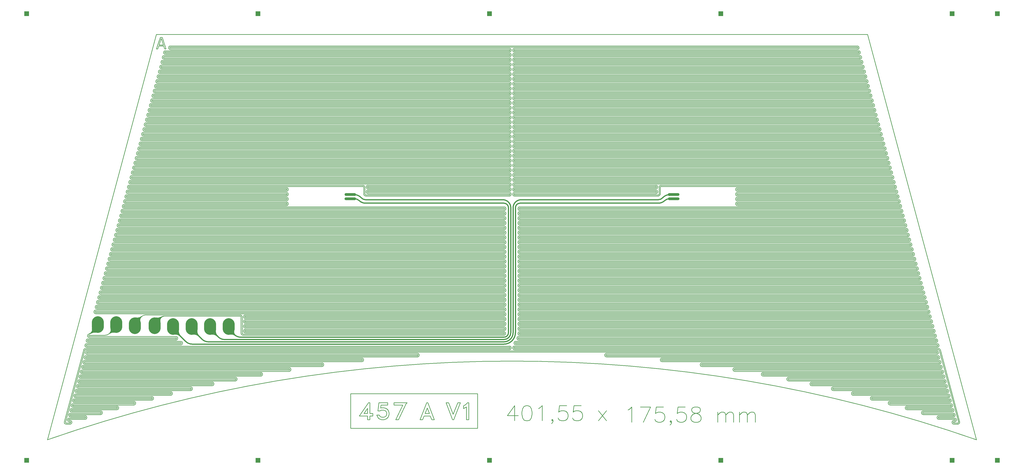
<source format=gbr>
%FSLAX36Y36*%
%MOIN*%
%SFA1.000B1.000*%

%MIA0B0*%
%IPPOS*%
%ADD10C,0.00100*%
%ADD11C,0.00200*%
%ADD12C,0.00400*%
%ADD13C,0.00800*%
%ADD14C,0.01969*%
%ADD15C,0.01600*%
%ADD16C,0.20472*%
%ADD17C,0.01181*%
%ADD18C,0.04724*%
%ADD19R,0.04724X0.04724*%
%ADD20C,0.02362*%
%ADD21C,0.00886*%
%ADD47C,0.00984*%
%ADD62C,0.01000*%
%ADD68R,0.07874X0.07874*%
%LNcopper.457-a-v1*%
%LPD*%
G54D17*
X3576998Y4076775D03*
X3956331Y4082202D03*
X3023657Y3781850D03*
X2676968Y3775004D03*
G54D20*
X7212723Y6155296D03*
G54D18*
X7051306D03*
G54D20*
X12543432D03*
G54D18*
X12704849D03*
G54D21*
X2683777Y3755296D03*
Y3734824D03*
Y3714351D03*
X2949042Y3755296D03*
X2661835Y3693879D03*
Y3673406D03*
Y3652934D03*
Y3632462D03*
X2639893Y3611989D03*
Y3591517D03*
Y3571044D03*
Y3550572D03*
X2617951Y3530099D03*
Y3509627D03*
X2608063Y3502040D03*
X2588288Y3507339D03*
X2649369Y3489155D03*
Y3468682D03*
Y3448210D03*
Y3427737D03*
X2627426Y3407265D03*
Y3386792D03*
Y3366320D03*
Y3345847D03*
X2605484Y3325375D03*
Y3304903D03*
Y3284430D03*
Y3263958D03*
X2583542Y3243485D03*
Y3223013D03*
Y3202540D03*
Y3182068D03*
X2561600Y3161595D03*
Y3141123D03*
Y3120651D03*
Y3100178D03*
X2539657Y3079706D03*
Y3059233D03*
Y3038761D03*
Y3018288D03*
X2517715Y2997816D03*
Y2977344D03*
Y2956871D03*
Y2936399D03*
X2495773Y2915926D03*
Y2895454D03*
Y2874981D03*
Y2854509D03*
X2473830Y2834036D03*
Y2813564D03*
Y2793092D03*
Y2772619D03*
X2451888Y2752147D03*
Y2731674D03*
Y2711202D03*
Y2690729D03*
X2429946Y2670257D03*
Y2649784D03*
Y2629312D03*
Y2608840D03*
X2408003Y2588367D03*
Y2567895D03*
Y2547422D03*
Y2526950D03*
X2386061Y2506477D03*
Y2486005D03*
Y2465532D03*
Y2445060D03*
X2364119Y2424588D03*
Y2404115D03*
Y2383643D03*
Y2363170D03*
X2342176Y2342698D03*
Y2322225D03*
Y2301753D03*
Y2281281D03*
X2359534Y2301753D03*
Y2281281D03*
Y2260808D03*
Y2240336D03*
X2288816D03*
Y2260808D03*
X2278929Y2273694D03*
X2259154Y2278992D03*
X2614299Y2322225D03*
Y2342698D03*
Y2363170D03*
Y2383643D03*
X2879289Y2404115D03*
Y2424588D03*
Y2445060D03*
Y2465532D03*
X3155713Y2486005D03*
Y2506477D03*
Y2526950D03*
Y2547422D03*
X3445044Y2567895D03*
Y2588367D03*
Y2608840D03*
Y2629312D03*
X3749109Y2649784D03*
Y2670257D03*
Y2690729D03*
Y2711202D03*
X4070224Y2731674D03*
Y2752147D03*
Y2772619D03*
Y2793092D03*
X4411390Y2813564D03*
Y2834036D03*
Y2854509D03*
Y2874981D03*
X4776631Y2895454D03*
Y2915926D03*
Y2936399D03*
Y2956871D03*
X5171546Y2977344D03*
Y2997816D03*
Y3018288D03*
Y3038761D03*
X5604355Y3059233D03*
Y3079706D03*
Y3100178D03*
Y3120651D03*
X6088017Y3141123D03*
Y3161595D03*
Y3182068D03*
Y3202540D03*
X6645276Y3223013D03*
Y3243485D03*
Y3263958D03*
Y3284430D03*
X7323859Y3304903D03*
Y3325375D03*
Y3345847D03*
Y3366320D03*
X8270703Y3386792D03*
Y3407265D03*
Y3427737D03*
Y3448210D03*
X9837133Y3509627D03*
Y3530099D03*
Y3550572D03*
Y3571044D03*
X4243100Y3591517D03*
Y3611989D03*
Y3632462D03*
Y3652934D03*
X4161210Y3673406D03*
Y3693879D03*
Y3714351D03*
Y3734824D03*
X5338707Y4103328D03*
Y4082855D03*
Y4062383D03*
Y4041910D03*
Y4021438D03*
Y4000966D03*
Y3980493D03*
Y3960021D03*
Y3939548D03*
Y3919076D03*
Y3898603D03*
Y3878131D03*
Y3857658D03*
Y3837186D03*
Y3816714D03*
Y3796241D03*
X5297763Y3775769D03*
Y3755296D03*
X5287526Y3786005D03*
X5267054D03*
Y4072619D03*
X5287526D03*
X5256818Y4082855D03*
Y4103328D03*
X3968733Y4082855D03*
X3769992Y4103328D03*
X3651613D03*
X9919022Y3509627D03*
Y3530099D03*
Y3550572D03*
Y3571044D03*
X9942257Y3591517D03*
Y3611989D03*
Y3632462D03*
Y3652934D03*
X9992000Y3673406D03*
Y3693879D03*
Y3714351D03*
Y3734824D03*
X10009574Y3755296D03*
Y3775769D03*
Y3796241D03*
Y3816714D03*
Y3837186D03*
Y3857658D03*
Y3878131D03*
Y3898603D03*
Y3919076D03*
Y3939548D03*
Y3960021D03*
Y3980493D03*
Y4000966D03*
Y4021438D03*
Y4041910D03*
Y4062383D03*
Y4082855D03*
Y4103328D03*
Y4123800D03*
Y4144273D03*
Y4164745D03*
Y4185218D03*
Y4205690D03*
Y4226162D03*
Y4246635D03*
Y4267107D03*
Y4287580D03*
Y4308052D03*
Y4328525D03*
Y4348997D03*
Y4369469D03*
Y4389942D03*
Y4410414D03*
Y4430887D03*
Y4451359D03*
Y4471832D03*
Y4492304D03*
Y4512777D03*
Y4533249D03*
Y4553721D03*
Y4574194D03*
Y4594666D03*
Y4615139D03*
Y4635611D03*
Y4656084D03*
Y4676556D03*
Y4697029D03*
Y4717501D03*
Y4737973D03*
Y4758446D03*
Y4778918D03*
Y4799391D03*
Y4819863D03*
Y4840336D03*
Y4860808D03*
Y4881281D03*
Y4901753D03*
Y4922225D03*
Y4942698D03*
Y4963170D03*
Y4983643D03*
Y5004115D03*
Y5024588D03*
Y5045060D03*
Y5065532D03*
Y5086005D03*
Y5106477D03*
Y5126950D03*
Y5147422D03*
Y5167895D03*
Y5188367D03*
Y5208840D03*
Y5229312D03*
Y5249784D03*
Y5270257D03*
Y5290729D03*
Y5311202D03*
Y5331674D03*
Y5352147D03*
Y5372619D03*
Y5393092D03*
Y5413564D03*
Y5434036D03*
Y5454509D03*
Y5474981D03*
Y5495454D03*
Y5515926D03*
Y5536399D03*
Y5556871D03*
Y5577344D03*
Y5597816D03*
Y5618288D03*
Y5638761D03*
Y5659233D03*
Y5679706D03*
Y5700178D03*
Y5720651D03*
Y5741123D03*
Y5761595D03*
Y5782068D03*
Y5802540D03*
Y5823013D03*
Y5843485D03*
Y5863958D03*
Y5884430D03*
Y5904903D03*
Y5925375D03*
Y5945847D03*
X9746581D03*
Y5925375D03*
Y5904903D03*
Y5884430D03*
Y5863958D03*
Y5843485D03*
Y5823013D03*
Y5802540D03*
Y5782068D03*
Y5761595D03*
Y5741123D03*
Y5720651D03*
Y5700178D03*
Y5679706D03*
Y5659233D03*
Y5638761D03*
Y5618288D03*
Y5597816D03*
Y5577344D03*
Y5556871D03*
Y5536399D03*
Y5515926D03*
Y5495454D03*
Y5474981D03*
Y5454509D03*
Y5434036D03*
Y5413564D03*
Y5393092D03*
Y5372619D03*
Y5352147D03*
Y5331674D03*
Y5311202D03*
Y5290729D03*
Y5270257D03*
Y5249784D03*
Y5229312D03*
Y5208840D03*
Y5188367D03*
Y5167895D03*
Y5147422D03*
Y5126950D03*
Y5106477D03*
Y5086005D03*
Y5065532D03*
Y5045060D03*
Y5024588D03*
Y5004115D03*
Y4983643D03*
Y4963170D03*
Y4942698D03*
Y4922225D03*
Y4901753D03*
Y4881281D03*
Y4860808D03*
Y4840336D03*
Y4819863D03*
Y4799391D03*
Y4778918D03*
Y4758446D03*
Y4737973D03*
Y4717501D03*
Y4697029D03*
Y4676556D03*
Y4656084D03*
Y4635611D03*
Y4615139D03*
Y4594666D03*
Y4574194D03*
Y4553721D03*
Y4533249D03*
Y4512777D03*
Y4492304D03*
Y4471832D03*
Y4451359D03*
Y4430887D03*
Y4410414D03*
Y4389942D03*
Y4369469D03*
Y4348997D03*
Y4328525D03*
Y4308052D03*
Y4287580D03*
Y4267107D03*
Y4246635D03*
Y4226162D03*
Y4205690D03*
Y4185218D03*
Y4164745D03*
Y4144273D03*
Y4123800D03*
Y4103328D03*
Y4082855D03*
Y4062383D03*
Y4041910D03*
Y4021438D03*
Y4000966D03*
Y3980493D03*
Y3960021D03*
Y3939548D03*
Y3919076D03*
Y3898603D03*
Y3878131D03*
Y3857658D03*
Y3837186D03*
X9740282Y3816714D03*
Y3796241D03*
Y3775769D03*
Y3755296D03*
X11485453Y3448210D03*
Y3427737D03*
Y3407265D03*
Y3386792D03*
X12432297Y3366320D03*
Y3345847D03*
Y3325375D03*
Y3304903D03*
X13110879Y3284430D03*
Y3263958D03*
Y3243485D03*
Y3223013D03*
X13668138Y3202540D03*
Y3182068D03*
Y3161595D03*
Y3141123D03*
X14151800Y3120651D03*
Y3100178D03*
Y3079706D03*
Y3059233D03*
X14584609Y3038761D03*
Y3018288D03*
Y2997816D03*
Y2977344D03*
X14979525Y2956871D03*
Y2936399D03*
Y2915926D03*
Y2895454D03*
X15344765Y2874981D03*
Y2854509D03*
Y2834036D03*
Y2813564D03*
X15685931Y2793092D03*
Y2772619D03*
Y2752147D03*
Y2731674D03*
X16007046Y2711202D03*
Y2690729D03*
Y2670257D03*
Y2649784D03*
X16311112Y2629312D03*
Y2608840D03*
Y2588367D03*
Y2567895D03*
X16600442Y2547422D03*
Y2526950D03*
Y2506477D03*
Y2486005D03*
X16876866Y2465532D03*
Y2445060D03*
Y2424588D03*
Y2404115D03*
X17141856Y2383643D03*
Y2363170D03*
Y2342698D03*
Y2322225D03*
X17413979Y2342698D03*
Y2322225D03*
Y2301753D03*
X17396622D03*
Y2281281D03*
Y2260808D03*
Y2240336D03*
X17467339Y2260808D03*
Y2240336D03*
X17477226Y2273694D03*
X17497001Y2278992D03*
X17392036Y2363170D03*
Y2383643D03*
Y2404115D03*
Y2424588D03*
X17370094Y2445060D03*
Y2465532D03*
Y2486005D03*
Y2506477D03*
X17348152Y2526950D03*
Y2547422D03*
Y2567895D03*
Y2588367D03*
X17326209Y2608840D03*
Y2629312D03*
Y2649784D03*
Y2670257D03*
X17304267Y2690729D03*
Y2711202D03*
Y2731674D03*
Y2752147D03*
X17282325Y2772619D03*
Y2793092D03*
Y2813564D03*
Y2834036D03*
X17260383Y2854509D03*
Y2874981D03*
Y2895454D03*
Y2915926D03*
X17238440Y2936399D03*
Y2956871D03*
Y2977344D03*
Y2997816D03*
X17216498Y3018288D03*
Y3038761D03*
Y3059233D03*
Y3079706D03*
X17194556Y3100178D03*
Y3120651D03*
Y3141123D03*
Y3161595D03*
X17172613Y3182068D03*
Y3202540D03*
Y3223013D03*
Y3243485D03*
X17150671Y3263958D03*
Y3284430D03*
Y3304903D03*
Y3325375D03*
X17128729Y3345847D03*
Y3366320D03*
Y3386792D03*
Y3407265D03*
X17106787Y3427737D03*
Y3448210D03*
Y3468682D03*
Y3489155D03*
X17148092Y3502040D03*
X17167867Y3507339D03*
X17138205Y3509627D03*
Y3530099D03*
X17116262Y3550572D03*
Y3571044D03*
Y3591517D03*
Y3611989D03*
X17094320Y3632462D03*
Y3652934D03*
Y3673406D03*
Y3693879D03*
X17072378Y3714351D03*
Y3734824D03*
Y3755296D03*
Y3775769D03*
X17050435Y3796241D03*
Y3816714D03*
Y3837186D03*
Y3857658D03*
X17028493Y3878131D03*
Y3898603D03*
Y3919076D03*
Y3939548D03*
X17006551Y3960021D03*
Y3980493D03*
Y4000966D03*
Y4021438D03*
X16984609Y4041910D03*
Y4062383D03*
Y4082855D03*
Y4103328D03*
X16962666Y4123800D03*
Y4144273D03*
Y4164745D03*
Y4185218D03*
X16940724Y4205690D03*
Y4226162D03*
Y4246635D03*
Y4267107D03*
X16918782Y4287580D03*
Y4308052D03*
Y4328525D03*
Y4348997D03*
X16896839Y4369469D03*
Y4389942D03*
Y4410414D03*
Y4430887D03*
X16874897Y4451359D03*
Y4471832D03*
Y4492304D03*
Y4512777D03*
X16852955Y4533249D03*
Y4553721D03*
Y4574194D03*
Y4594666D03*
X16831013Y4615139D03*
Y4635611D03*
Y4656084D03*
Y4676556D03*
X16809070Y4697029D03*
Y4717501D03*
Y4737973D03*
Y4758446D03*
X16787128Y4778918D03*
Y4799391D03*
Y4819863D03*
Y4840336D03*
X16765186Y4860808D03*
Y4881281D03*
Y4901753D03*
Y4922225D03*
X16743243Y4942698D03*
Y4963170D03*
Y4983643D03*
Y5004115D03*
X16721301Y5024588D03*
Y5045060D03*
Y5065532D03*
Y5086005D03*
X16699359Y5106477D03*
Y5126950D03*
Y5147422D03*
Y5167895D03*
X16677416Y5188367D03*
Y5208840D03*
Y5229312D03*
Y5249784D03*
X16655474Y5270257D03*
Y5290729D03*
Y5311202D03*
Y5331674D03*
X16633532Y5352147D03*
Y5372619D03*
Y5393092D03*
Y5413564D03*
X16611590Y5434036D03*
Y5454509D03*
Y5474981D03*
Y5495454D03*
X16589647Y5515926D03*
Y5536399D03*
Y5556871D03*
Y5577344D03*
X16567705Y5597816D03*
Y5618288D03*
Y5638761D03*
Y5659233D03*
X16545763Y5679706D03*
Y5700178D03*
Y5720651D03*
Y5741123D03*
X16523820Y5761595D03*
Y5782068D03*
Y5802540D03*
Y5823013D03*
X16501878Y5843485D03*
Y5863958D03*
Y5884430D03*
Y5904903D03*
X16479936Y5925375D03*
Y5945847D03*
Y5966320D03*
Y5986792D03*
X16457994Y6007265D03*
Y6027737D03*
Y6048210D03*
Y6068682D03*
X16436051Y6089155D03*
Y6109627D03*
Y6130099D03*
Y6150572D03*
X16414109Y6171044D03*
Y6191517D03*
Y6211989D03*
Y6232462D03*
X16392167Y6252934D03*
Y6273406D03*
Y6293879D03*
Y6314351D03*
X16370224Y6334824D03*
Y6355296D03*
Y6375769D03*
Y6396241D03*
X16348282Y6416714D03*
Y6437186D03*
Y6457658D03*
Y6478131D03*
X16326340Y6498603D03*
Y6519076D03*
Y6539548D03*
Y6560021D03*
X16304397Y6580493D03*
Y6600966D03*
Y6621438D03*
Y6641910D03*
X16282455Y6662383D03*
Y6682855D03*
Y6703328D03*
Y6723800D03*
X16260513Y6744273D03*
Y6764745D03*
Y6785218D03*
Y6805690D03*
X16238570Y6826162D03*
Y6846635D03*
Y6867107D03*
Y6887580D03*
X16216628Y6908052D03*
Y6928525D03*
Y6948997D03*
Y6969469D03*
X16194686Y6989942D03*
Y7010414D03*
Y7030887D03*
Y7051359D03*
X16172744Y7071832D03*
Y7092304D03*
Y7112777D03*
Y7133249D03*
X16150801Y7153721D03*
Y7174194D03*
Y7194666D03*
Y7215139D03*
X16128859Y7235611D03*
Y7256084D03*
Y7276556D03*
Y7297029D03*
X16106917Y7317501D03*
Y7337973D03*
Y7358446D03*
Y7378918D03*
X16084974Y7399391D03*
Y7419863D03*
Y7440336D03*
Y7460808D03*
X16063032Y7481281D03*
Y7501753D03*
Y7522225D03*
Y7542698D03*
X16041090Y7563170D03*
Y7583643D03*
Y7604115D03*
Y7624588D03*
X16019148Y7645060D03*
Y7665532D03*
Y7686005D03*
Y7706477D03*
X15997205Y7726950D03*
Y7747422D03*
Y7767895D03*
Y7788367D03*
X15975263Y7808840D03*
Y7829312D03*
Y7849784D03*
Y7870257D03*
X15953321Y7890729D03*
Y7911202D03*
Y7931674D03*
Y7952147D03*
X15931378Y7972619D03*
Y7993092D03*
Y8013564D03*
Y8034036D03*
X15909436Y8054509D03*
Y8074981D03*
Y8095454D03*
Y8115926D03*
X15887494Y8136399D03*
Y8156871D03*
Y8177344D03*
Y8197816D03*
X15865551Y8218288D03*
Y8238761D03*
Y8259233D03*
Y8279706D03*
X15843609Y8300178D03*
Y8320651D03*
Y8341123D03*
Y8361595D03*
X15821667Y8382068D03*
Y8402540D03*
Y8423013D03*
Y8443485D03*
X15799725Y8463958D03*
Y8484430D03*
Y8504903D03*
Y8525375D03*
X15777782Y8545847D03*
Y8566320D03*
Y8586792D03*
Y8607265D03*
X15755840Y8627737D03*
Y8648210D03*
Y8668682D03*
Y8689155D03*
X13713904Y5966320D03*
Y5986792D03*
Y6007265D03*
Y6027737D03*
Y6048210D03*
Y6068682D03*
Y6089155D03*
Y6109627D03*
Y6150572D03*
Y6171044D03*
Y6191517D03*
Y6130099D03*
Y6211989D03*
Y6252934D03*
Y6232462D03*
Y6273406D03*
X12411542Y6293879D03*
Y6314351D03*
X12380833Y6283643D03*
X12401306D03*
Y6160808D03*
X12380833D03*
X12370597Y6130099D03*
Y6150572D03*
X12329652Y6171044D03*
Y6191517D03*
Y6211989D03*
Y6232462D03*
Y6252934D03*
Y6273406D03*
Y6293879D03*
Y6314351D03*
X9919022Y6130099D03*
Y6150572D03*
Y6171044D03*
Y6191517D03*
Y6211989D03*
Y6232462D03*
Y6252934D03*
Y6273406D03*
Y6293879D03*
Y6314351D03*
Y6334824D03*
Y6355296D03*
Y6375769D03*
Y6396241D03*
Y6416714D03*
Y6437186D03*
Y6457658D03*
Y6478131D03*
Y6498603D03*
Y6519076D03*
Y6539548D03*
Y6560021D03*
Y6580493D03*
Y6600966D03*
Y6621438D03*
Y6641910D03*
Y6662383D03*
Y6682855D03*
Y6703328D03*
Y6723800D03*
Y6744273D03*
Y6764745D03*
Y6785218D03*
Y6805690D03*
Y6826162D03*
Y6846635D03*
Y6867107D03*
Y6887580D03*
Y6908052D03*
Y6928525D03*
Y6948997D03*
Y6969469D03*
Y6989942D03*
Y7010414D03*
Y7030887D03*
Y7051359D03*
Y7071832D03*
Y7092304D03*
Y7112777D03*
Y7133249D03*
Y7153721D03*
Y7174194D03*
Y7194666D03*
Y7215139D03*
Y7235611D03*
Y7256084D03*
Y7297029D03*
Y7276556D03*
Y7317501D03*
Y7337973D03*
Y7358446D03*
Y7378918D03*
Y7399391D03*
Y7419863D03*
Y7440336D03*
Y7460808D03*
Y7481281D03*
Y7501753D03*
Y7522225D03*
Y7542698D03*
Y7563170D03*
Y7583643D03*
Y7604115D03*
Y7624588D03*
Y7645060D03*
Y7665532D03*
Y7686005D03*
Y7706477D03*
Y7726950D03*
Y7747422D03*
Y7767895D03*
Y7788367D03*
Y7808840D03*
Y7829312D03*
Y7849784D03*
Y7870257D03*
Y7890729D03*
Y7911202D03*
Y7931674D03*
Y7952147D03*
Y7972619D03*
Y7993092D03*
Y8013564D03*
Y8034036D03*
Y8054509D03*
Y8074981D03*
Y8095454D03*
Y8115926D03*
Y8156871D03*
Y8136399D03*
Y8177344D03*
Y8197816D03*
Y8218288D03*
Y8238761D03*
Y8259233D03*
Y8279706D03*
Y8300178D03*
Y8320651D03*
Y8341123D03*
Y8361595D03*
Y8382068D03*
Y8402540D03*
Y8443485D03*
Y8423013D03*
Y8463958D03*
Y8484430D03*
Y8504903D03*
Y8525375D03*
Y8545847D03*
Y8566320D03*
Y8586792D03*
Y8607265D03*
Y8627737D03*
Y8648210D03*
X9837133D03*
Y8627737D03*
Y8607265D03*
Y8586792D03*
Y8566320D03*
Y8545847D03*
Y8525375D03*
Y8504903D03*
Y8484430D03*
Y8463958D03*
Y8443485D03*
Y8423013D03*
Y8402540D03*
Y8382068D03*
Y8361595D03*
Y8341123D03*
Y8320651D03*
Y8300178D03*
Y8279706D03*
Y8259233D03*
Y8238761D03*
Y8218288D03*
Y8197816D03*
Y8177344D03*
Y8156871D03*
Y8136399D03*
Y8115926D03*
Y8095454D03*
Y8074981D03*
Y8054509D03*
Y8034036D03*
Y8013564D03*
Y7993092D03*
Y7972619D03*
Y7952147D03*
Y7931674D03*
Y7911202D03*
Y7890729D03*
Y7870257D03*
Y7849784D03*
Y7829312D03*
Y7808840D03*
Y7788367D03*
Y7767895D03*
Y7747422D03*
Y7726950D03*
Y7706477D03*
Y7686005D03*
Y7665532D03*
Y7645060D03*
Y7624588D03*
Y7604115D03*
Y7583643D03*
Y7563170D03*
Y7542698D03*
Y7522225D03*
Y7501753D03*
Y7481281D03*
Y7460808D03*
Y7440336D03*
Y7419863D03*
Y7399391D03*
Y7378918D03*
Y7358446D03*
Y7337973D03*
Y7317501D03*
Y7297029D03*
Y7276556D03*
Y7256084D03*
Y7235611D03*
Y7215139D03*
Y7194666D03*
Y7174194D03*
Y7133249D03*
Y7112777D03*
Y7092304D03*
Y7071832D03*
Y7153721D03*
Y6130099D03*
Y6150572D03*
Y6171044D03*
Y6191517D03*
Y6211989D03*
Y6232462D03*
Y6252934D03*
Y6273406D03*
Y6293879D03*
Y6314351D03*
Y6334824D03*
Y6355296D03*
Y6375769D03*
Y6396241D03*
Y6416714D03*
Y6437186D03*
Y6457658D03*
Y6478131D03*
Y6498603D03*
Y6519076D03*
Y6539548D03*
Y6560021D03*
Y6580493D03*
Y6600966D03*
Y6621438D03*
Y6641910D03*
Y6662383D03*
Y6682855D03*
Y6703328D03*
Y6723800D03*
Y6744273D03*
Y6764745D03*
Y6785218D03*
Y6805690D03*
Y6826162D03*
Y6846635D03*
Y6867107D03*
Y6887580D03*
Y6908052D03*
Y6928525D03*
Y6948997D03*
Y6969469D03*
Y6989942D03*
Y7010414D03*
Y7030887D03*
Y7051359D03*
X7385558Y6130099D03*
Y6150572D03*
X7375322Y6160808D03*
X7354849D03*
X7426503Y6171044D03*
Y6191517D03*
Y6211989D03*
Y6232462D03*
Y6252934D03*
Y6273406D03*
Y6293879D03*
Y6314351D03*
X7375322Y6283643D03*
X7354849D03*
X7344613Y6293879D03*
Y6314351D03*
X6042251Y5986792D03*
Y5966320D03*
Y6007265D03*
Y6027737D03*
Y6048210D03*
Y6068682D03*
Y6089155D03*
Y6109627D03*
Y6130099D03*
Y6150572D03*
Y6171044D03*
Y6191517D03*
Y6211989D03*
Y6232462D03*
Y6252934D03*
Y6273406D03*
X2793489Y4123800D03*
Y4144273D03*
Y4164745D03*
Y4185218D03*
X2815431Y4205690D03*
Y4226162D03*
Y4246635D03*
Y4267107D03*
X2837374Y4287580D03*
Y4308052D03*
Y4328525D03*
Y4348997D03*
X2859316Y4369469D03*
Y4389942D03*
Y4410414D03*
Y4430887D03*
X2881258Y4451359D03*
Y4471832D03*
Y4492304D03*
Y4512777D03*
X2903200Y4533249D03*
Y4553721D03*
Y4574194D03*
Y4594666D03*
X2925143Y4615139D03*
Y4635611D03*
Y4656084D03*
Y4676556D03*
X2947085Y4697029D03*
Y4717501D03*
Y4737973D03*
Y4758446D03*
X2969027Y4778918D03*
Y4799391D03*
Y4819863D03*
Y4840336D03*
X2990970Y4860808D03*
Y4881281D03*
Y4901753D03*
Y4922225D03*
X3012912Y4942698D03*
Y4963170D03*
Y4983643D03*
Y5004115D03*
X3034854Y5024588D03*
Y5045060D03*
Y5065532D03*
Y5086005D03*
X3056796Y5106477D03*
Y5126950D03*
Y5147422D03*
Y5167895D03*
X3078739Y5188367D03*
Y5208840D03*
Y5229312D03*
Y5249784D03*
X3100681Y5270257D03*
Y5290729D03*
Y5311202D03*
Y5331674D03*
X3122623Y5352147D03*
Y5372619D03*
Y5393092D03*
Y5413564D03*
X3144566Y5434036D03*
Y5454509D03*
Y5474981D03*
Y5495454D03*
X3166508Y5515926D03*
Y5536399D03*
Y5556871D03*
Y5577344D03*
X3188450Y5597816D03*
Y5618288D03*
Y5638761D03*
Y5659233D03*
X3210393Y5679706D03*
Y5700178D03*
Y5720651D03*
Y5741123D03*
X3232335Y5761595D03*
Y5782068D03*
Y5802540D03*
Y5823013D03*
X3254277Y5843485D03*
Y5863958D03*
Y5884430D03*
Y5904903D03*
X3276219Y5925375D03*
Y5945847D03*
Y5966320D03*
Y5986792D03*
X3298162Y6007265D03*
Y6027737D03*
Y6048210D03*
Y6068682D03*
X3320104Y6089155D03*
Y6109627D03*
Y6130099D03*
Y6150572D03*
X3342046Y6171044D03*
Y6191517D03*
Y6211989D03*
Y6232462D03*
X3363989Y6252934D03*
Y6273406D03*
Y6293879D03*
Y6314351D03*
X3385931Y6334824D03*
Y6355296D03*
Y6375769D03*
Y6396241D03*
X3407873Y6416714D03*
Y6437186D03*
Y6457658D03*
Y6478131D03*
X3429816Y6498603D03*
Y6519076D03*
Y6539548D03*
Y6560021D03*
X3451758Y6580493D03*
Y6600966D03*
Y6621438D03*
Y6641910D03*
X3473700Y6662383D03*
Y6682855D03*
Y6703328D03*
Y6723800D03*
X3495642Y6744273D03*
Y6764745D03*
Y6785218D03*
Y6805690D03*
X3517585Y6826162D03*
Y6846635D03*
Y6867107D03*
Y6887580D03*
X3539527Y6908052D03*
Y6928525D03*
Y6948997D03*
Y6969469D03*
X3561469Y6989942D03*
Y7010414D03*
Y7030887D03*
Y7051359D03*
X3583412Y7071832D03*
Y7092304D03*
Y7112777D03*
Y7133249D03*
X3605354Y7153721D03*
Y7174194D03*
Y7194666D03*
Y7215139D03*
X3627296Y7235611D03*
Y7256084D03*
Y7276556D03*
Y7297029D03*
X3649238Y7317501D03*
Y7337973D03*
Y7358446D03*
Y7378918D03*
X3671181Y7399391D03*
Y7419863D03*
Y7440336D03*
Y7460808D03*
X3693123Y7481281D03*
Y7501753D03*
Y7522225D03*
Y7542698D03*
X3715065Y7563170D03*
Y7583643D03*
Y7604115D03*
Y7624588D03*
X3737008Y7645060D03*
Y7665532D03*
Y7686005D03*
Y7706477D03*
X3758950Y7726950D03*
Y7747422D03*
Y7767895D03*
Y7788367D03*
X3780892Y7808840D03*
Y7829312D03*
Y7849784D03*
Y7870257D03*
X3802835Y7890729D03*
Y7911202D03*
Y7931674D03*
Y7952147D03*
X3824777Y7972619D03*
Y7993092D03*
Y8013564D03*
Y8034036D03*
X3846719Y8054509D03*
Y8095454D03*
Y8074981D03*
Y8115926D03*
X3868661Y8136399D03*
Y8156871D03*
Y8177344D03*
Y8197816D03*
X3890604Y8218288D03*
Y8238761D03*
Y8259233D03*
Y8279706D03*
X3912546Y8300178D03*
Y8320651D03*
Y8341123D03*
Y8361595D03*
X3934488Y8382068D03*
Y8402540D03*
Y8423013D03*
Y8443485D03*
X3956431Y8463958D03*
Y8484430D03*
Y8504903D03*
Y8525375D03*
X3978373Y8545847D03*
Y8566320D03*
Y8586792D03*
Y8607265D03*
X4063899Y8627737D03*
Y8648210D03*
Y8668682D03*
Y8689155D03*
G54D14*
X7200912Y6155296D03*
Y6084430D03*
X7316537Y6098021D03*
X7279647Y6051276D03*
X12476508D03*
X12439619Y6098021D03*
X12555243Y6155296D03*
Y6084430D03*
X5169430Y3754212D03*
X5074057Y3775733D03*
X5143615Y3838928D03*
X4831135Y3848837D03*
X4757765Y3775467D03*
X4548640Y3743001D03*
X4863601D03*
X4516175Y3848837D03*
X4442805Y3775467D03*
X4233680Y3743001D03*
X4201214Y3848837D03*
X4127844Y3775467D03*
G54D17*
X3576998Y4076775D03*
X3956331Y4082202D03*
X3023657Y3781850D03*
X2676968Y3775004D03*
G54D20*
X7212723Y6155296D03*
G54D18*
X7051306D03*
G54D20*
X12543432D03*
G54D18*
X12704849D03*
G54D21*
X2683777Y3755296D03*
Y3734824D03*
Y3714351D03*
X2949042Y3755296D03*
X2661835Y3693879D03*
Y3673406D03*
Y3652934D03*
Y3632462D03*
X2639893Y3611989D03*
Y3591517D03*
Y3571044D03*
Y3550572D03*
X2617951Y3530099D03*
Y3509627D03*
X2608063Y3502040D03*
X2588288Y3507339D03*
X2649369Y3489155D03*
Y3468682D03*
Y3448210D03*
Y3427737D03*
X2627426Y3407265D03*
Y3386792D03*
Y3366320D03*
Y3345847D03*
X2605484Y3325375D03*
Y3304903D03*
Y3284430D03*
Y3263958D03*
X2583542Y3243485D03*
Y3223013D03*
Y3202540D03*
Y3182068D03*
X2561600Y3161595D03*
Y3141123D03*
Y3120651D03*
Y3100178D03*
X2539657Y3079706D03*
Y3059233D03*
Y3038761D03*
Y3018288D03*
X2517715Y2997816D03*
Y2977344D03*
Y2956871D03*
Y2936399D03*
X2495773Y2915926D03*
Y2895454D03*
Y2874981D03*
Y2854509D03*
X2473830Y2834036D03*
Y2813564D03*
Y2793092D03*
Y2772619D03*
X2451888Y2752147D03*
Y2731674D03*
Y2711202D03*
Y2690729D03*
X2429946Y2670257D03*
Y2649784D03*
Y2629312D03*
Y2608840D03*
X2408003Y2588367D03*
Y2567895D03*
Y2547422D03*
Y2526950D03*
X2386061Y2506477D03*
Y2486005D03*
Y2465532D03*
Y2445060D03*
X2364119Y2424588D03*
Y2404115D03*
Y2383643D03*
Y2363170D03*
X2342176Y2342698D03*
Y2322225D03*
Y2301753D03*
Y2281281D03*
X2359534Y2301753D03*
Y2281281D03*
Y2260808D03*
Y2240336D03*
X2288816D03*
Y2260808D03*
X2278929Y2273694D03*
X2259154Y2278992D03*
X2614299Y2322225D03*
Y2342698D03*
Y2363170D03*
Y2383643D03*
X2879289Y2404115D03*
Y2424588D03*
Y2445060D03*
Y2465532D03*
X3155713Y2486005D03*
Y2506477D03*
Y2526950D03*
Y2547422D03*
X3445044Y2567895D03*
Y2588367D03*
Y2608840D03*
Y2629312D03*
X3749109Y2649784D03*
Y2670257D03*
Y2690729D03*
Y2711202D03*
X4070224Y2731674D03*
Y2752147D03*
Y2772619D03*
Y2793092D03*
X4411390Y2813564D03*
Y2834036D03*
Y2854509D03*
Y2874981D03*
X4776631Y2895454D03*
Y2915926D03*
Y2936399D03*
Y2956871D03*
X5171546Y2977344D03*
Y2997816D03*
Y3018288D03*
Y3038761D03*
X5604355Y3059233D03*
Y3079706D03*
Y3100178D03*
Y3120651D03*
X6088017Y3141123D03*
Y3161595D03*
Y3182068D03*
Y3202540D03*
X6645276Y3223013D03*
Y3243485D03*
Y3263958D03*
Y3284430D03*
X7323859Y3304903D03*
Y3325375D03*
Y3345847D03*
Y3366320D03*
X8270703Y3386792D03*
Y3407265D03*
Y3427737D03*
Y3448210D03*
X9837133Y3509627D03*
Y3530099D03*
Y3550572D03*
Y3571044D03*
X4243100Y3591517D03*
Y3611989D03*
Y3632462D03*
Y3652934D03*
X4161210Y3673406D03*
Y3693879D03*
Y3714351D03*
Y3734824D03*
X5338707Y4103328D03*
Y4082855D03*
Y4062383D03*
Y4041910D03*
Y4021438D03*
Y4000966D03*
Y3980493D03*
Y3960021D03*
Y3939548D03*
Y3919076D03*
Y3898603D03*
Y3878131D03*
Y3857658D03*
Y3837186D03*
Y3816714D03*
Y3796241D03*
X5297763Y3775769D03*
Y3755296D03*
X5287526Y3786005D03*
X5267054D03*
Y4072619D03*
X5287526D03*
X5256818Y4082855D03*
Y4103328D03*
X3968733Y4082855D03*
X3769992Y4103328D03*
X3651613D03*
X9919022Y3509627D03*
Y3530099D03*
Y3550572D03*
Y3571044D03*
X9942257Y3591517D03*
Y3611989D03*
Y3632462D03*
Y3652934D03*
X9992000Y3673406D03*
Y3693879D03*
Y3714351D03*
Y3734824D03*
X10009574Y3755296D03*
Y3775769D03*
Y3796241D03*
Y3816714D03*
Y3837186D03*
Y3857658D03*
Y3878131D03*
Y3898603D03*
Y3919076D03*
Y3939548D03*
Y3960021D03*
Y3980493D03*
Y4000966D03*
Y4021438D03*
Y4041910D03*
Y4062383D03*
Y4082855D03*
Y4103328D03*
Y4123800D03*
Y4144273D03*
Y4164745D03*
Y4185218D03*
Y4205690D03*
Y4226162D03*
Y4246635D03*
Y4267107D03*
Y4287580D03*
Y4308052D03*
Y4328525D03*
Y4348997D03*
Y4369469D03*
Y4389942D03*
Y4410414D03*
Y4430887D03*
Y4451359D03*
Y4471832D03*
Y4492304D03*
Y4512777D03*
Y4533249D03*
Y4553721D03*
Y4574194D03*
Y4594666D03*
Y4615139D03*
Y4635611D03*
Y4656084D03*
Y4676556D03*
Y4697029D03*
Y4717501D03*
Y4737973D03*
Y4758446D03*
Y4778918D03*
Y4799391D03*
Y4819863D03*
Y4840336D03*
Y4860808D03*
Y4881281D03*
Y4901753D03*
Y4922225D03*
Y4942698D03*
Y4963170D03*
Y4983643D03*
Y5004115D03*
Y5024588D03*
Y5045060D03*
Y5065532D03*
Y5086005D03*
Y5106477D03*
Y5126950D03*
Y5147422D03*
Y5167895D03*
Y5188367D03*
Y5208840D03*
Y5229312D03*
Y5249784D03*
Y5270257D03*
Y5290729D03*
Y5311202D03*
Y5331674D03*
Y5352147D03*
Y5372619D03*
Y5393092D03*
Y5413564D03*
Y5434036D03*
Y5454509D03*
Y5474981D03*
Y5495454D03*
Y5515926D03*
Y5536399D03*
Y5556871D03*
Y5577344D03*
Y5597816D03*
Y5618288D03*
Y5638761D03*
Y5659233D03*
Y5679706D03*
Y5700178D03*
Y5720651D03*
Y5741123D03*
Y5761595D03*
Y5782068D03*
Y5802540D03*
Y5823013D03*
Y5843485D03*
Y5863958D03*
Y5884430D03*
Y5904903D03*
Y5925375D03*
Y5945847D03*
X9746581D03*
Y5925375D03*
Y5904903D03*
Y5884430D03*
Y5863958D03*
Y5843485D03*
Y5823013D03*
Y5802540D03*
Y5782068D03*
Y5761595D03*
Y5741123D03*
Y5720651D03*
Y5700178D03*
Y5679706D03*
Y5659233D03*
Y5638761D03*
Y5618288D03*
Y5597816D03*
Y5577344D03*
Y5556871D03*
Y5536399D03*
Y5515926D03*
Y5495454D03*
Y5474981D03*
Y5454509D03*
Y5434036D03*
Y5413564D03*
Y5393092D03*
Y5372619D03*
Y5352147D03*
Y5331674D03*
Y5311202D03*
Y5290729D03*
Y5270257D03*
Y5249784D03*
Y5229312D03*
Y5208840D03*
Y5188367D03*
Y5167895D03*
Y5147422D03*
Y5126950D03*
Y5106477D03*
Y5086005D03*
Y5065532D03*
Y5045060D03*
Y5024588D03*
Y5004115D03*
Y4983643D03*
Y4963170D03*
Y4942698D03*
Y4922225D03*
Y4901753D03*
Y4881281D03*
Y4860808D03*
Y4840336D03*
Y4819863D03*
Y4799391D03*
Y4778918D03*
Y4758446D03*
Y4737973D03*
Y4717501D03*
Y4697029D03*
Y4676556D03*
Y4656084D03*
Y4635611D03*
Y4615139D03*
Y4594666D03*
Y4574194D03*
Y4553721D03*
Y4533249D03*
Y4512777D03*
Y4492304D03*
Y4471832D03*
Y4451359D03*
Y4430887D03*
Y4410414D03*
Y4389942D03*
Y4369469D03*
Y4348997D03*
Y4328525D03*
Y4308052D03*
Y4287580D03*
Y4267107D03*
Y4246635D03*
Y4226162D03*
Y4205690D03*
Y4185218D03*
Y4164745D03*
Y4144273D03*
Y4123800D03*
Y4103328D03*
Y4082855D03*
Y4062383D03*
Y4041910D03*
Y4021438D03*
Y4000966D03*
Y3980493D03*
Y3960021D03*
Y3939548D03*
Y3919076D03*
Y3898603D03*
Y3878131D03*
Y3857658D03*
Y3837186D03*
X9740282Y3816714D03*
Y3796241D03*
Y3775769D03*
Y3755296D03*
X11485453Y3448210D03*
Y3427737D03*
Y3407265D03*
Y3386792D03*
X12432297Y3366320D03*
Y3345847D03*
Y3325375D03*
Y3304903D03*
X13110879Y3284430D03*
Y3263958D03*
Y3243485D03*
Y3223013D03*
X13668138Y3202540D03*
Y3182068D03*
Y3161595D03*
Y3141123D03*
X14151800Y3120651D03*
Y3100178D03*
Y3079706D03*
Y3059233D03*
X14584609Y3038761D03*
Y3018288D03*
Y2997816D03*
Y2977344D03*
X14979525Y2956871D03*
Y2936399D03*
Y2915926D03*
Y2895454D03*
X15344765Y2874981D03*
Y2854509D03*
Y2834036D03*
Y2813564D03*
X15685931Y2793092D03*
Y2772619D03*
Y2752147D03*
Y2731674D03*
X16007046Y2711202D03*
Y2690729D03*
Y2670257D03*
Y2649784D03*
X16311112Y2629312D03*
Y2608840D03*
Y2588367D03*
Y2567895D03*
X16600442Y2547422D03*
Y2526950D03*
Y2506477D03*
Y2486005D03*
X16876866Y2465532D03*
Y2445060D03*
Y2424588D03*
Y2404115D03*
X17141856Y2383643D03*
Y2363170D03*
Y2342698D03*
Y2322225D03*
X17413979Y2342698D03*
Y2322225D03*
Y2301753D03*
X17396622D03*
Y2281281D03*
Y2260808D03*
Y2240336D03*
X17467339Y2260808D03*
Y2240336D03*
X17477226Y2273694D03*
X17497001Y2278992D03*
X17392036Y2363170D03*
Y2383643D03*
Y2404115D03*
Y2424588D03*
X17370094Y2445060D03*
Y2465532D03*
Y2486005D03*
Y2506477D03*
X17348152Y2526950D03*
Y2547422D03*
Y2567895D03*
Y2588367D03*
X17326209Y2608840D03*
Y2629312D03*
Y2649784D03*
Y2670257D03*
X17304267Y2690729D03*
Y2711202D03*
Y2731674D03*
Y2752147D03*
X17282325Y2772619D03*
Y2793092D03*
Y2813564D03*
Y2834036D03*
X17260383Y2854509D03*
Y2874981D03*
Y2895454D03*
Y2915926D03*
X17238440Y2936399D03*
Y2956871D03*
Y2977344D03*
Y2997816D03*
X17216498Y3018288D03*
Y3038761D03*
Y3059233D03*
Y3079706D03*
X17194556Y3100178D03*
Y3120651D03*
Y3141123D03*
Y3161595D03*
X17172613Y3182068D03*
Y3202540D03*
Y3223013D03*
Y3243485D03*
X17150671Y3263958D03*
Y3284430D03*
Y3304903D03*
Y3325375D03*
X17128729Y3345847D03*
Y3366320D03*
Y3386792D03*
Y3407265D03*
X17106787Y3427737D03*
Y3448210D03*
Y3468682D03*
Y3489155D03*
X17148092Y3502040D03*
X17167867Y3507339D03*
X17138205Y3509627D03*
Y3530099D03*
X17116262Y3550572D03*
Y3571044D03*
Y3591517D03*
Y3611989D03*
X17094320Y3632462D03*
Y3652934D03*
Y3673406D03*
Y3693879D03*
X17072378Y3714351D03*
Y3734824D03*
Y3755296D03*
Y3775769D03*
X17050435Y3796241D03*
Y3816714D03*
Y3837186D03*
Y3857658D03*
X17028493Y3878131D03*
Y3898603D03*
Y3919076D03*
Y3939548D03*
X17006551Y3960021D03*
Y3980493D03*
Y4000966D03*
Y4021438D03*
X16984609Y4041910D03*
Y4062383D03*
Y4082855D03*
Y4103328D03*
X16962666Y4123800D03*
Y4144273D03*
Y4164745D03*
Y4185218D03*
X16940724Y4205690D03*
Y4226162D03*
Y4246635D03*
Y4267107D03*
X16918782Y4287580D03*
Y4308052D03*
Y4328525D03*
Y4348997D03*
X16896839Y4369469D03*
Y4389942D03*
Y4410414D03*
Y4430887D03*
X16874897Y4451359D03*
Y4471832D03*
Y4492304D03*
Y4512777D03*
X16852955Y4533249D03*
Y4553721D03*
Y4574194D03*
Y4594666D03*
X16831013Y4615139D03*
Y4635611D03*
Y4656084D03*
Y4676556D03*
X16809070Y4697029D03*
Y4717501D03*
Y4737973D03*
Y4758446D03*
X16787128Y4778918D03*
Y4799391D03*
Y4819863D03*
Y4840336D03*
X16765186Y4860808D03*
Y4881281D03*
Y4901753D03*
Y4922225D03*
X16743243Y4942698D03*
Y4963170D03*
Y4983643D03*
Y5004115D03*
X16721301Y5024588D03*
Y5045060D03*
Y5065532D03*
Y5086005D03*
X16699359Y5106477D03*
Y5126950D03*
Y5147422D03*
Y5167895D03*
X16677416Y5188367D03*
Y5208840D03*
Y5229312D03*
Y5249784D03*
X16655474Y5270257D03*
Y5290729D03*
Y5311202D03*
Y5331674D03*
X16633532Y5352147D03*
Y5372619D03*
Y5393092D03*
Y5413564D03*
X16611590Y5434036D03*
Y5454509D03*
Y5474981D03*
Y5495454D03*
X16589647Y5515926D03*
Y5536399D03*
Y5556871D03*
Y5577344D03*
X16567705Y5597816D03*
Y5618288D03*
Y5638761D03*
Y5659233D03*
X16545763Y5679706D03*
Y5700178D03*
Y5720651D03*
Y5741123D03*
X16523820Y5761595D03*
Y5782068D03*
Y5802540D03*
Y5823013D03*
X16501878Y5843485D03*
Y5863958D03*
Y5884430D03*
Y5904903D03*
X16479936Y5925375D03*
Y5945847D03*
Y5966320D03*
Y5986792D03*
X16457994Y6007265D03*
Y6027737D03*
Y6048210D03*
Y6068682D03*
X16436051Y6089155D03*
Y6109627D03*
Y6130099D03*
Y6150572D03*
X16414109Y6171044D03*
Y6191517D03*
Y6211989D03*
Y6232462D03*
X16392167Y6252934D03*
Y6273406D03*
Y6293879D03*
Y6314351D03*
X16370224Y6334824D03*
Y6355296D03*
Y6375769D03*
Y6396241D03*
X16348282Y6416714D03*
Y6437186D03*
Y6457658D03*
Y6478131D03*
X16326340Y6498603D03*
Y6519076D03*
Y6539548D03*
Y6560021D03*
X16304397Y6580493D03*
Y6600966D03*
Y6621438D03*
Y6641910D03*
X16282455Y6662383D03*
Y6682855D03*
Y6703328D03*
Y6723800D03*
X16260513Y6744273D03*
Y6764745D03*
Y6785218D03*
Y6805690D03*
X16238570Y6826162D03*
Y6846635D03*
Y6867107D03*
Y6887580D03*
X16216628Y6908052D03*
Y6928525D03*
Y6948997D03*
Y6969469D03*
X16194686Y6989942D03*
Y7010414D03*
Y7030887D03*
Y7051359D03*
X16172744Y7071832D03*
Y7092304D03*
Y7112777D03*
Y7133249D03*
X16150801Y7153721D03*
Y7174194D03*
Y7194666D03*
Y7215139D03*
X16128859Y7235611D03*
Y7256084D03*
Y7276556D03*
Y7297029D03*
X16106917Y7317501D03*
Y7337973D03*
Y7358446D03*
Y7378918D03*
X16084974Y7399391D03*
Y7419863D03*
Y7440336D03*
Y7460808D03*
X16063032Y7481281D03*
Y7501753D03*
Y7522225D03*
Y7542698D03*
X16041090Y7563170D03*
Y7583643D03*
Y7604115D03*
Y7624588D03*
X16019148Y7645060D03*
Y7665532D03*
Y7686005D03*
Y7706477D03*
X15997205Y7726950D03*
Y7747422D03*
Y7767895D03*
Y7788367D03*
X15975263Y7808840D03*
Y7829312D03*
Y7849784D03*
Y7870257D03*
X15953321Y7890729D03*
Y7911202D03*
Y7931674D03*
Y7952147D03*
X15931378Y7972619D03*
Y7993092D03*
Y8013564D03*
Y8034036D03*
X15909436Y8054509D03*
Y8074981D03*
Y8095454D03*
Y8115926D03*
X15887494Y8136399D03*
Y8156871D03*
Y8177344D03*
Y8197816D03*
X15865551Y8218288D03*
Y8238761D03*
Y8259233D03*
Y8279706D03*
X15843609Y8300178D03*
Y8320651D03*
Y8341123D03*
Y8361595D03*
X15821667Y8382068D03*
Y8402540D03*
Y8423013D03*
Y8443485D03*
X15799725Y8463958D03*
Y8484430D03*
Y8504903D03*
Y8525375D03*
X15777782Y8545847D03*
Y8566320D03*
Y8586792D03*
Y8607265D03*
X15755840Y8627737D03*
Y8648210D03*
Y8668682D03*
Y8689155D03*
X13713904Y5966320D03*
Y5986792D03*
Y6007265D03*
Y6027737D03*
Y6048210D03*
Y6068682D03*
Y6089155D03*
Y6109627D03*
Y6150572D03*
Y6171044D03*
Y6191517D03*
Y6130099D03*
Y6211989D03*
Y6252934D03*
Y6232462D03*
Y6273406D03*
X12411542Y6293879D03*
Y6314351D03*
X12380833Y6283643D03*
X12401306D03*
Y6160808D03*
X12380833D03*
X12370597Y6130099D03*
Y6150572D03*
X12329652Y6171044D03*
Y6191517D03*
Y6211989D03*
Y6232462D03*
Y6252934D03*
Y6273406D03*
Y6293879D03*
Y6314351D03*
X9919022Y6130099D03*
Y6150572D03*
Y6171044D03*
Y6191517D03*
Y6211989D03*
Y6232462D03*
Y6252934D03*
Y6273406D03*
Y6293879D03*
Y6314351D03*
Y6334824D03*
Y6355296D03*
Y6375769D03*
Y6396241D03*
Y6416714D03*
Y6437186D03*
Y6457658D03*
Y6478131D03*
Y6498603D03*
Y6519076D03*
Y6539548D03*
Y6560021D03*
Y6580493D03*
Y6600966D03*
Y6621438D03*
Y6641910D03*
Y6662383D03*
Y6682855D03*
Y6703328D03*
Y6723800D03*
Y6744273D03*
Y6764745D03*
Y6785218D03*
Y6805690D03*
Y6826162D03*
Y6846635D03*
Y6867107D03*
Y6887580D03*
Y6908052D03*
Y6928525D03*
Y6948997D03*
Y6969469D03*
Y6989942D03*
Y7010414D03*
Y7030887D03*
Y7051359D03*
Y7071832D03*
Y7092304D03*
Y7112777D03*
Y7133249D03*
Y7153721D03*
Y7174194D03*
Y7194666D03*
Y7215139D03*
Y7235611D03*
Y7256084D03*
Y7297029D03*
Y7276556D03*
Y7317501D03*
Y7337973D03*
Y7358446D03*
Y7378918D03*
Y7399391D03*
Y7419863D03*
Y7440336D03*
Y7460808D03*
Y7481281D03*
Y7501753D03*
Y7522225D03*
Y7542698D03*
Y7563170D03*
Y7583643D03*
Y7604115D03*
Y7624588D03*
Y7645060D03*
Y7665532D03*
Y7686005D03*
Y7706477D03*
Y7726950D03*
Y7747422D03*
Y7767895D03*
Y7788367D03*
Y7808840D03*
Y7829312D03*
Y7849784D03*
Y7870257D03*
Y7890729D03*
Y7911202D03*
Y7931674D03*
Y7952147D03*
Y7972619D03*
Y7993092D03*
Y8013564D03*
Y8034036D03*
Y8054509D03*
Y8074981D03*
Y8095454D03*
Y8115926D03*
Y8156871D03*
Y8136399D03*
Y8177344D03*
Y8197816D03*
Y8218288D03*
Y8238761D03*
Y8259233D03*
Y8279706D03*
Y8300178D03*
Y8320651D03*
Y8341123D03*
Y8361595D03*
Y8382068D03*
Y8402540D03*
Y8443485D03*
Y8423013D03*
Y8463958D03*
Y8484430D03*
Y8504903D03*
Y8525375D03*
Y8545847D03*
Y8566320D03*
Y8586792D03*
Y8607265D03*
Y8627737D03*
Y8648210D03*
X9837133D03*
Y8627737D03*
Y8607265D03*
Y8586792D03*
Y8566320D03*
Y8545847D03*
Y8525375D03*
Y8504903D03*
Y8484430D03*
Y8463958D03*
Y8443485D03*
Y8423013D03*
Y8402540D03*
Y8382068D03*
Y8361595D03*
Y8341123D03*
Y8320651D03*
Y8300178D03*
Y8279706D03*
Y8259233D03*
Y8238761D03*
Y8218288D03*
Y8197816D03*
Y8177344D03*
Y8156871D03*
Y8136399D03*
Y8115926D03*
Y8095454D03*
Y8074981D03*
Y8054509D03*
Y8034036D03*
Y8013564D03*
Y7993092D03*
Y7972619D03*
Y7952147D03*
Y7931674D03*
Y7911202D03*
Y7890729D03*
Y7870257D03*
Y7849784D03*
Y7829312D03*
Y7808840D03*
Y7788367D03*
Y7767895D03*
Y7747422D03*
Y7726950D03*
Y7706477D03*
Y7686005D03*
Y7665532D03*
Y7645060D03*
Y7624588D03*
Y7604115D03*
Y7583643D03*
Y7563170D03*
Y7542698D03*
Y7522225D03*
Y7501753D03*
Y7481281D03*
Y7460808D03*
Y7440336D03*
Y7419863D03*
Y7399391D03*
Y7378918D03*
Y7358446D03*
Y7337973D03*
Y7317501D03*
Y7297029D03*
Y7276556D03*
Y7256084D03*
Y7235611D03*
Y7215139D03*
Y7194666D03*
Y7174194D03*
Y7133249D03*
Y7112777D03*
Y7092304D03*
Y7071832D03*
Y7153721D03*
Y6130099D03*
Y6150572D03*
Y6171044D03*
Y6191517D03*
Y6211989D03*
Y6232462D03*
Y6252934D03*
Y6273406D03*
Y6293879D03*
Y6314351D03*
Y6334824D03*
Y6355296D03*
Y6375769D03*
Y6396241D03*
Y6416714D03*
Y6437186D03*
Y6457658D03*
Y6478131D03*
Y6498603D03*
Y6519076D03*
Y6539548D03*
Y6560021D03*
Y6580493D03*
Y6600966D03*
Y6621438D03*
Y6641910D03*
Y6662383D03*
Y6682855D03*
Y6703328D03*
Y6723800D03*
Y6744273D03*
Y6764745D03*
Y6785218D03*
Y6805690D03*
Y6826162D03*
Y6846635D03*
Y6867107D03*
Y6887580D03*
Y6908052D03*
Y6928525D03*
Y6948997D03*
Y6969469D03*
Y6989942D03*
Y7010414D03*
Y7030887D03*
Y7051359D03*
X7385558Y6130099D03*
Y6150572D03*
X7375322Y6160808D03*
X7354849D03*
X7426503Y6171044D03*
Y6191517D03*
Y6211989D03*
Y6232462D03*
Y6252934D03*
Y6273406D03*
Y6293879D03*
Y6314351D03*
X7375322Y6283643D03*
X7354849D03*
X7344613Y6293879D03*
Y6314351D03*
X6042251Y5986792D03*
Y5966320D03*
Y6007265D03*
Y6027737D03*
Y6048210D03*
Y6068682D03*
Y6089155D03*
Y6109627D03*
Y6130099D03*
Y6150572D03*
Y6171044D03*
Y6191517D03*
Y6211989D03*
Y6232462D03*
Y6252934D03*
Y6273406D03*
X2793489Y4123800D03*
Y4144273D03*
Y4164745D03*
Y4185218D03*
X2815431Y4205690D03*
Y4226162D03*
Y4246635D03*
Y4267107D03*
X2837374Y4287580D03*
Y4308052D03*
Y4328525D03*
Y4348997D03*
X2859316Y4369469D03*
Y4389942D03*
Y4410414D03*
Y4430887D03*
X2881258Y4451359D03*
Y4471832D03*
Y4492304D03*
Y4512777D03*
X2903200Y4533249D03*
Y4553721D03*
Y4574194D03*
Y4594666D03*
X2925143Y4615139D03*
Y4635611D03*
Y4656084D03*
Y4676556D03*
X2947085Y4697029D03*
Y4717501D03*
Y4737973D03*
Y4758446D03*
X2969027Y4778918D03*
Y4799391D03*
Y4819863D03*
Y4840336D03*
X2990970Y4860808D03*
Y4881281D03*
Y4901753D03*
Y4922225D03*
X3012912Y4942698D03*
Y4963170D03*
Y4983643D03*
Y5004115D03*
X3034854Y5024588D03*
Y5045060D03*
Y5065532D03*
Y5086005D03*
X3056796Y5106477D03*
Y5126950D03*
Y5147422D03*
Y5167895D03*
X3078739Y5188367D03*
Y5208840D03*
Y5229312D03*
Y5249784D03*
X3100681Y5270257D03*
Y5290729D03*
Y5311202D03*
Y5331674D03*
X3122623Y5352147D03*
Y5372619D03*
Y5393092D03*
Y5413564D03*
X3144566Y5434036D03*
Y5454509D03*
Y5474981D03*
Y5495454D03*
X3166508Y5515926D03*
Y5536399D03*
Y5556871D03*
Y5577344D03*
X3188450Y5597816D03*
Y5618288D03*
Y5638761D03*
Y5659233D03*
X3210393Y5679706D03*
Y5700178D03*
Y5720651D03*
Y5741123D03*
X3232335Y5761595D03*
Y5782068D03*
Y5802540D03*
Y5823013D03*
X3254277Y5843485D03*
Y5863958D03*
Y5884430D03*
Y5904903D03*
X3276219Y5925375D03*
Y5945847D03*
Y5966320D03*
Y5986792D03*
X3298162Y6007265D03*
Y6027737D03*
Y6048210D03*
Y6068682D03*
X3320104Y6089155D03*
Y6109627D03*
Y6130099D03*
Y6150572D03*
X3342046Y6171044D03*
Y6191517D03*
Y6211989D03*
Y6232462D03*
X3363989Y6252934D03*
Y6273406D03*
Y6293879D03*
Y6314351D03*
X3385931Y6334824D03*
Y6355296D03*
Y6375769D03*
Y6396241D03*
X3407873Y6416714D03*
Y6437186D03*
Y6457658D03*
Y6478131D03*
X3429816Y6498603D03*
Y6519076D03*
Y6539548D03*
Y6560021D03*
X3451758Y6580493D03*
Y6600966D03*
Y6621438D03*
Y6641910D03*
X3473700Y6662383D03*
Y6682855D03*
Y6703328D03*
Y6723800D03*
X3495642Y6744273D03*
Y6764745D03*
Y6785218D03*
Y6805690D03*
X3517585Y6826162D03*
Y6846635D03*
Y6867107D03*
Y6887580D03*
X3539527Y6908052D03*
Y6928525D03*
Y6948997D03*
Y6969469D03*
X3561469Y6989942D03*
Y7010414D03*
Y7030887D03*
Y7051359D03*
X3583412Y7071832D03*
Y7092304D03*
Y7112777D03*
Y7133249D03*
X3605354Y7153721D03*
Y7174194D03*
Y7194666D03*
Y7215139D03*
X3627296Y7235611D03*
Y7256084D03*
Y7276556D03*
Y7297029D03*
X3649238Y7317501D03*
Y7337973D03*
Y7358446D03*
Y7378918D03*
X3671181Y7399391D03*
Y7419863D03*
Y7440336D03*
Y7460808D03*
X3693123Y7481281D03*
Y7501753D03*
Y7522225D03*
Y7542698D03*
X3715065Y7563170D03*
Y7583643D03*
Y7604115D03*
Y7624588D03*
X3737008Y7645060D03*
Y7665532D03*
Y7686005D03*
Y7706477D03*
X3758950Y7726950D03*
Y7747422D03*
Y7767895D03*
Y7788367D03*
X3780892Y7808840D03*
Y7829312D03*
Y7849784D03*
Y7870257D03*
X3802835Y7890729D03*
Y7911202D03*
Y7931674D03*
Y7952147D03*
X3824777Y7972619D03*
Y7993092D03*
Y8013564D03*
Y8034036D03*
X3846719Y8054509D03*
Y8095454D03*
Y8074981D03*
Y8115926D03*
X3868661Y8136399D03*
Y8156871D03*
Y8177344D03*
Y8197816D03*
X3890604Y8218288D03*
Y8238761D03*
Y8259233D03*
Y8279706D03*
X3912546Y8300178D03*
Y8320651D03*
Y8341123D03*
Y8361595D03*
X3934488Y8382068D03*
Y8402540D03*
Y8423013D03*
Y8443485D03*
X3956431Y8463958D03*
Y8484430D03*
Y8504903D03*
Y8525375D03*
X3978373Y8545847D03*
Y8566320D03*
Y8586792D03*
Y8607265D03*
X4063899Y8627737D03*
Y8648210D03*
Y8668682D03*
Y8689155D03*
G54D14*
X7200912Y6155296D03*
Y6084430D03*
X7316537Y6098021D03*
X7279647Y6051276D03*
X12476508D03*
X12439619Y6098021D03*
X12555243Y6155296D03*
Y6084430D03*
X5169430Y3754212D03*
X5074057Y3775733D03*
X5143615Y3838928D03*
X4831135Y3848837D03*
X4757765Y3775467D03*
X4548640Y3743001D03*
X4863601D03*
X4516175Y3848837D03*
X4442805Y3775467D03*
X4233680Y3743001D03*
X4201214Y3848837D03*
X4127844Y3775467D03*
G54D68*
X1619820Y9240336D03*
Y1621588D03*
X5556828D03*
Y9240336D03*
X9493836D03*
X13430844D03*
X9493836Y1621588D03*
X13430844D03*
X17367852Y9240336D03*
Y1621588D03*
X18139482Y9240336D03*
Y1621588D03*
G54D10*
X5136106Y3815119D02*
G01X5149728Y3802329D01*
X5120752Y3771469*
X5107130Y3784259*
X5136106Y3815119*
G54D11*
X5107862Y3784236D02*
G01X5132076D01*
X5124782Y3802351D02*
G01X5148997D01*
G54D12*
X5119043Y3775131D02*
G01X5122132D01*
X5116520Y3777499D02*
G01X5124357D01*
X5113998Y3779868D02*
G01X5126581D01*
X5111475Y3782237D02*
G01X5128805D01*
G54D11*
X5120729Y3772175D02*
G01X5107837Y3784281D01*
X5132697Y3784921D02*
G01X5120729Y3772175D01*
G54D12*
X5120685Y3773589D02*
G01X5109250Y3784325D01*
X5131968Y3785605D02*
G01X5120685Y3773589D01*
G54D13*
X5115666Y3788236D02*
G01X5131695D01*
X5120415Y3793294D02*
G01X5136444D01*
X5125163Y3798351D02*
G01X5141192D01*
G54D11*
X5107837Y3784281D02*
G01X5124161Y3801666D01*
X5149021Y3802306D02*
G01X5132697Y3784921D01*
G54D13*
X5112077Y3784414D02*
G01X5126348Y3799613D01*
X5144781Y3802173D02*
G01X5130510Y3786974D01*
G54D12*
X5128054Y3804351D02*
G01X5145383D01*
X5130278Y3806720D02*
G01X5142860D01*
X5132502Y3809088D02*
G01X5140338D01*
X5134726Y3811457D02*
G01X5137815D01*
G54D11*
X5124161Y3801666D02*
G01X5136129Y3814412D01*
X5149021Y3802306*
G54D12*
X5124890Y3800982D02*
G01X5136173Y3812998D01*
X5147608Y3802262*
G54D10*
X4821146Y3815119D02*
G01X4834768Y3802329D01*
X4805791Y3771469*
X4792169Y3784259*
X4821146Y3815119*
G54D11*
X4792901Y3784236D02*
G01X4817115D01*
X4809822Y3802351D02*
G01X4834036D01*
G54D12*
X4804082Y3775131D02*
G01X4807172D01*
X4801560Y3777499D02*
G01X4809396D01*
X4799037Y3779868D02*
G01X4811620D01*
X4796514Y3782237D02*
G01X4813844D01*
G54D11*
X4805769Y3772175D02*
G01X4792876Y3784281D01*
X4817736Y3784921D02*
G01X4805769Y3772175D01*
G54D12*
X4805724Y3773589D02*
G01X4794290Y3784325D01*
X4817007Y3785605D02*
G01X4805724Y3773589D01*
G54D13*
X4800706Y3788236D02*
G01X4816734D01*
X4805454Y3793294D02*
G01X4821483D01*
X4810203Y3798351D02*
G01X4826231D01*
G54D11*
X4792876Y3784281D02*
G01X4809200Y3801666D01*
X4834061Y3802306D02*
G01X4817736Y3784921D01*
G54D13*
X4797117Y3784414D02*
G01X4811388Y3799613D01*
X4829820Y3802173D02*
G01X4815549Y3786974D01*
G54D12*
X4813093Y3804351D02*
G01X4830422D01*
X4815317Y3806720D02*
G01X4827900D01*
X4817541Y3809088D02*
G01X4825377D01*
X4819765Y3811457D02*
G01X4822854D01*
G54D11*
X4809200Y3801666D02*
G01X4821168Y3814412D01*
X4834061Y3802306*
G54D12*
X4809930Y3800982D02*
G01X4821213Y3812998D01*
X4832647Y3802262*
G54D10*
X4506185Y3815119D02*
G01X4519807Y3802329D01*
X4490830Y3771469*
X4477209Y3784259*
X4506185Y3815119*
G54D11*
X4477940Y3784236D02*
G01X4502154D01*
X4494861Y3802351D02*
G01X4519075D01*
G54D12*
X4489122Y3775131D02*
G01X4492211D01*
X4486599Y3777499D02*
G01X4494435D01*
X4484076Y3779868D02*
G01X4496659D01*
X4481554Y3782237D02*
G01X4498884D01*
G54D11*
X4490808Y3772175D02*
G01X4477916Y3784281D01*
X4502776Y3784921D02*
G01X4490808Y3772175D01*
G54D12*
X4490764Y3773589D02*
G01X4479329Y3784325D01*
X4502047Y3785605D02*
G01X4490764Y3773589D01*
G54D13*
X4485745Y3788236D02*
G01X4501774D01*
X4490493Y3793294D02*
G01X4506522D01*
X4495242Y3798351D02*
G01X4511271D01*
G54D11*
X4477916Y3784281D02*
G01X4494240Y3801666D01*
X4519100Y3802306D02*
G01X4502776Y3784921D01*
G54D13*
X4482156Y3784414D02*
G01X4496427Y3799613D01*
X4514860Y3802173D02*
G01X4500589Y3786974D01*
G54D12*
X4498132Y3804351D02*
G01X4515462D01*
X4500356Y3806720D02*
G01X4512939D01*
X4502581Y3809088D02*
G01X4510416D01*
X4504805Y3811457D02*
G01X4507894D01*
G54D11*
X4494240Y3801666D02*
G01X4506207Y3814412D01*
X4519100Y3802306*
G54D12*
X4494969Y3800982D02*
G01X4506252Y3812998D01*
X4517687Y3802262*
G54D10*
X4191225Y3815119D02*
G01X4204846Y3802329D01*
X4175870Y3771469*
X4162248Y3784259*
X4191225Y3815119*
G54D11*
X4162980Y3784236D02*
G01X4187194D01*
X4179901Y3802351D02*
G01X4204115D01*
G54D12*
X4174161Y3775131D02*
G01X4177251D01*
X4171638Y3777499D02*
G01X4179475D01*
X4169116Y3779868D02*
G01X4181699D01*
X4166593Y3782237D02*
G01X4183923D01*
G54D11*
X4175848Y3772175D02*
G01X4162955Y3784281D01*
X4187815Y3784921D02*
G01X4175848Y3772175D01*
G54D12*
X4175803Y3773589D02*
G01X4164369Y3784325D01*
X4187086Y3785605D02*
G01X4175803Y3773589D01*
G54D13*
X4170784Y3788236D02*
G01X4186813D01*
X4175533Y3793294D02*
G01X4191562D01*
X4180281Y3798351D02*
G01X4196310D01*
G54D11*
X4162955Y3784281D02*
G01X4179279Y3801666D01*
X4204139Y3802306D02*
G01X4187815Y3784921D01*
G54D13*
X4167195Y3784414D02*
G01X4181466Y3799613D01*
X4199899Y3802173D02*
G01X4185628Y3786974D01*
G54D12*
X4183172Y3804351D02*
G01X4200501D01*
X4185396Y3806720D02*
G01X4197978D01*
X4187620Y3809088D02*
G01X4195456D01*
X4189844Y3811457D02*
G01X4192933D01*
G54D11*
X4179279Y3801666D02*
G01X4191247Y3814412D01*
X4204139Y3802306*
G54D12*
X4180008Y3800982D02*
G01X4191291Y3812998D01*
X4202726Y3802262*
G54D14*
X5055243Y3866320D02*
G01X5153212Y3768350D01*
X5169430Y3754212D02*
G75*
G03X5074057Y3775734I-71354J-94120D01*
X5143615Y3838928D02*
G03X5173081Y3751525I75210J-23313D01*
X5153213Y3768350D02*
G03X5264568Y3722225I111355J111355D01*
X4740282Y3866320D02*
G01X4877622Y3728980D01*
X4831135Y3848837D02*
G03X4863601Y3743001I115982J-22319D01*
Y3743001D02*
G03X4757765Y3775467I-83517J-83516D01*
X4877622Y3728980D02*
G03X4988977Y3682855I111355J111355D01*
X4602031Y3689610D02*
G03X4713387Y3643485I111355J111355D01*
X4548640Y3743001D02*
G03X4442805Y3775467I-83517J-83516D01*
X4516175Y3848837D02*
G03X4548640Y3743001I115982J-22320D01*
X4425322Y3866320D02*
G01X4602031Y3689610D01*
X4201214Y3848837D02*
G03X4233680Y3743001I115982J-22319D01*
Y3743001D02*
G03X4127844Y3775467I-83517J-83516D01*
X4110361Y3866320D02*
G01X4326441Y3650240D01*
Y3650240D02*
G03X4437796Y3604115I111355J111355D01*
X9740282D02*
G03X9937133Y3800966I0J196850D01*
X9740282Y3643485D02*
G03X9897763Y3800966I0J157480D01*
X9740282Y3682855D02*
G03X9858393Y3800966I0J118110D01*
G54D10*
X3091436Y3828307D02*
G01X3093863Y3809780D01*
X3057046Y3804958*
X3054620Y3823485*
X3091436Y3828307*
G54D11*
X3061639Y3823915D02*
G01X3091515D01*
X3056967Y3809349D02*
G01X3086843D01*
G54D12*
X3057722Y3811349D02*
G01X3092144D01*
X3057376Y3813991D02*
G01X3091798D01*
X3057030Y3816632D02*
G01X3091452D01*
X3056684Y3819274D02*
G01X3091106D01*
X3056338Y3821915D02*
G01X3090760D01*
G54D11*
X3056958Y3809479D02*
G01X3055180Y3823054D01*
X3091524Y3823786D02*
G01X3093302Y3810211D01*
G54D12*
X3057950Y3809609D02*
G01X3056302Y3822192D01*
X3090532Y3823656D02*
G01X3092181Y3811073D01*
G54D11*
X3069393Y3824915D02*
G01X3091376D01*
X3080663Y3826392D02*
G01X3091183D01*
X3055180Y3823054D02*
G01X3091005Y3827746D01*
X3091524Y3823786*
X3057300Y3806873D02*
G01X3067819D01*
X3057106Y3808349D02*
G01X3079089D01*
X3057477Y3805519D02*
G01X3056958Y3809479D01*
X3093302Y3810211D02*
G01X3057477Y3805519D01*
G54D10*
X3054954Y3843980D02*
G01X3073247Y3840171D01*
X3068757Y3818606*
X3050464Y3822414*
X3054954Y3843980*
G54D11*
X3054737Y3840559D02*
G01X3069008D01*
X3054703Y3822026D02*
G01X3068975D01*
G54D13*
X3054792Y3826026D02*
G01X3066727D01*
X3055888Y3831293D02*
G01X3067824D01*
X3056984Y3836559D02*
G01X3068920D01*
G54D11*
X3051056Y3822802D02*
G01X3054710Y3840355D01*
X3072656Y3839784D02*
G01X3069001Y3822230D01*
G54D13*
X3054604Y3825127D02*
G01X3057647Y3839744D01*
X3069107Y3837458D02*
G01X3066064Y3822842D01*
G54D11*
X3064416Y3820020D02*
G01X3068541D01*
X3059583Y3821026D02*
G01X3068751D01*
X3068370Y3819197D02*
G01X3051056Y3822802D01*
X3069001Y3822230D02*
G01X3068370Y3819197D01*
X3054961Y3841559D02*
G01X3064128D01*
X3055170Y3842565D02*
G01X3059296D01*
X3054710Y3840355D02*
G01X3055342Y3843388D01*
X3072656Y3839784*
G54D10*
X3878787Y4053993D02*
G01X3896669Y4048575D01*
X3884322Y4007825*
X3866440Y4013243*
X3878787Y4053993*
G54D11*
X3877752Y4048909D02*
G01X3893897D01*
X3869212Y4012909D02*
G01X3885357D01*
G54D15*
X3876600Y4020909D02*
G01X3880450D01*
X3879629Y4030909D02*
G01X3883480D01*
X3882659Y4040909D02*
G01X3886509D01*
G54D11*
X3867064Y4013576D02*
G01X3877681Y4048619D01*
X3896045Y4048242D02*
G01X3885428Y4013199D01*
G54D15*
X3875793Y4018246D02*
G01X3882659Y4040909D01*
X3887316Y4043572D02*
G01X3880450Y4020909D01*
G54D11*
X3880725Y4009437D02*
G01X3884289D01*
X3876645Y4010673D02*
G01X3884663D01*
X3872565Y4011909D02*
G01X3885038D01*
X3883989Y4008448D02*
G01X3867064Y4013576D01*
X3885428Y4013199D02*
G01X3883989Y4008448D01*
X3878071Y4049909D02*
G01X3890543D01*
X3878446Y4051145D02*
G01X3886463D01*
X3878820Y4052381D02*
G01X3882384D01*
X3877681Y4048619D02*
G01X3879120Y4053370D01*
X3896045Y4048242*
X3877466Y4047909D02*
G01X3895944D01*
G54D12*
X3878207Y4046909D02*
G01X3894597D01*
X3868512Y4014909D02*
G01X3878207Y4046909D01*
G54D13*
X3879691Y4044909D02*
G01X3891901D01*
X3871208Y4016909D02*
G01X3879691Y4044909D01*
G54D11*
X3885643Y4013909D02*
G01X3867164D01*
G54D12*
X3884901Y4014909D02*
G01X3868512D01*
X3894597Y4046909D02*
G01X3884901Y4014909D01*
G54D13*
X3883418Y4016909D02*
G01X3871208D01*
X3891901Y4044909D02*
G01X3883418Y4016909D01*
G54D10*
X3880075Y4052612D02*
G01X3883100Y4034174D01*
X3849600Y4028678*
X3846575Y4047117*
X3880075Y4052612*
G54D11*
X3852082Y4047529D02*
G01X3880416D01*
X3849260Y4033761D02*
G01X3877593D01*
G54D12*
X3849958Y4035761D02*
G01X3881320D01*
X3849558Y4038203D02*
G01X3880919D01*
X3849157Y4040645D02*
G01X3880518D01*
X3848756Y4043087D02*
G01X3880118D01*
X3848356Y4045529D02*
G01X3879717D01*
G54D11*
X3849246Y4033923D02*
G01X3847150Y4046704D01*
X3880429Y4047367D02*
G01X3882526Y4034586D01*
G54D12*
X3850233Y4034085D02*
G01X3848298Y4045879D01*
X3879442Y4047205D02*
G01X3881377Y4035411D01*
G54D11*
X3858274Y4048529D02*
G01X3880238D01*
X3865706Y4049748D02*
G01X3880038D01*
X3873137Y4050967D02*
G01X3879838D01*
X3847150Y4046704D02*
G01X3879663Y4052038D01*
X3880429Y4047367*
X3849837Y4030323D02*
G01X3856538D01*
X3849637Y4031542D02*
G01X3863970D01*
X3849437Y4032761D02*
G01X3871402D01*
X3850013Y4029252D02*
G01X3849246Y4033923D01*
X3882526Y4034586D02*
G01X3850013Y4029252D01*
G54D10*
X3532937Y4041835D02*
G01X3550972Y4036950D01*
X3544476Y4012967*
X3526441Y4017852*
X3532937Y4041835*
G54D11*
X3532211Y4037302D02*
G01X3547820D01*
X3529593Y4017500D02*
G01X3545202D01*
G54D13*
X3531055Y4021500D02*
G01X3543161D01*
X3532654Y4027401D02*
G01X3544760D01*
X3534252Y4033302D02*
G01X3546358D01*
G54D11*
X3527054Y4018204D02*
G01X3532156Y4037041D01*
X3550359Y4036598D02*
G01X3545257Y4017762D01*
G54D13*
X3530734Y4020316D02*
G01X3535052Y4036256D01*
X3546679Y4034487D02*
G01X3542361Y4018546D01*
G54D11*
X3539153Y4014927D02*
G01X3544489D01*
X3533345Y4016500D02*
G01X3544915D01*
X3544124Y4013581D02*
G01X3527054Y4018204D01*
X3545257Y4017762D02*
G01X3544124Y4013581D01*
X3532498Y4038302D02*
G01X3544068D01*
X3532924Y4039875D02*
G01X3538260D01*
X3532156Y4037041D02*
G01X3533289Y4041222D01*
X3550359Y4036598*
G54D10*
X3538551Y4060131D02*
G01X3546932Y4043431D01*
X3514593Y4027201*
X3506212Y4043901*
X3538551Y4060131*
G54D11*
X3507735Y4044124D02*
G01X3546042D01*
X3507101Y4043208D02*
G01X3545408D01*
X3506894Y4043657D02*
G01X3506883Y4043678D01*
X3546250Y4043675D02*
G01X3546261Y4043653D01*
G54D13*
X3522429Y4048124D02*
G01X3540661D01*
X3531075Y4052463D02*
G01X3538483D01*
G54D11*
X3506883Y4043678D02*
G01X3538328Y4059460D01*
X3546250Y4043675*
G54D13*
X3510910Y4042343D02*
G01X3536993Y4055433D01*
X3540661Y4048124*
X3514660Y4034869D02*
G01X3522069D01*
X3512483Y4039208D02*
G01X3530715D01*
G54D11*
X3514815Y4027872D02*
G01X3506894Y4043657D01*
X3546261Y4043653D02*
G01X3514815Y4027872D01*
G54D13*
X3516151Y4031899D02*
G01X3512483Y4039208D01*
X3542234Y4044989D02*
G01X3516151Y4031899D01*
G54D12*
X3537883Y4058117D02*
G01X3543902Y4046124D01*
X3513985D02*
G01X3537883Y4058117D01*
G54D11*
X3545523Y4045124D02*
G01X3509763D01*
G54D12*
X3543902Y4046124D02*
G01X3513985D01*
G54D11*
X3507621Y4042208D02*
G01X3543381D01*
G54D12*
X3509241Y4041208D02*
G01X3539159D01*
X3515260Y4029215D02*
G01X3509241Y4041208D01*
X3539159D02*
G01X3515260Y4029215D01*
G54D10*
X2770831Y3831407D02*
G01X2777137Y3813818D01*
X2746811Y3802947*
X2740506Y3820536*
X2770831Y3831407*
G54D11*
X2742784Y3820838D02*
G01X2774105D01*
X2743537Y3813516D02*
G01X2774859D01*
X2743195Y3814516D02*
G01X2776355D01*
X2742718Y3815846D02*
G01X2775878D01*
X2742241Y3817177D02*
G01X2775401D01*
X2741764Y3818507D02*
G01X2774924D01*
X2741287Y3819838D02*
G01X2774447D01*
X2743432Y3813853D02*
G01X2741145Y3820234D01*
X2774210Y3820500D02*
G01X2776497Y3814120D01*
G54D12*
X2751372Y3822838D02*
G01X2772310D01*
X2758075Y3825241D02*
G01X2771448D01*
X2764778Y3827643D02*
G01X2770587D01*
G54D11*
X2741145Y3820234D02*
G01X2770529Y3830767D01*
X2774210Y3820500*
G54D12*
X2742424Y3819630D02*
G01X2769925Y3829489D01*
X2773269Y3820163*
X2747055Y3806710D02*
G01X2752864D01*
X2746194Y3809113D02*
G01X2759567D01*
X2745333Y3811516D02*
G01X2766270D01*
G54D11*
X2747113Y3803586D02*
G01X2743432Y3813853D01*
X2776497Y3814120D02*
G01X2747113Y3803586D01*
G54D12*
X2747717Y3804865D02*
G01X2744374Y3814191D01*
X2775218Y3814724D02*
G01X2747717Y3804865D01*
G54D10*
X2740259Y3845978D02*
G01X2757021Y3837721D01*
X2744666Y3812640*
X2727904Y3820897*
X2740259Y3845978*
G54D11*
X2736844Y3837948D02*
G01X2755463D01*
X2729462Y3820669D02*
G01X2748081D01*
G54D13*
X2733664Y3824669D02*
G01X2746690D01*
X2735949Y3829309D02*
G01X2748975D01*
X2738235Y3833948D02*
G01X2751261D01*
G54D11*
X2728573Y3821124D02*
G01X2736643Y3837506D01*
X2756351Y3837493D02*
G01X2748281Y3821111D01*
G54D13*
X2732590Y3822490D02*
G01X2739335Y3836181D01*
X2752334Y3836128D02*
G01X2745590Y3822437D01*
G54D12*
X2740590Y3816320D02*
G01X2744806D01*
X2735820Y3818669D02*
G01X2745963D01*
G54D11*
X2744438Y3813309D02*
G01X2728573Y3821124D01*
X2748281Y3821111D02*
G01X2744438Y3813309D01*
G54D12*
X2743983Y3814648D02*
G01X2729912Y3821579D01*
X2747384Y3821553D02*
G01X2743983Y3814648D01*
X2738961Y3839948D02*
G01X2749104D01*
X2740118Y3842298D02*
G01X2744335D01*
G54D11*
X2736643Y3837506D02*
G01X2740487Y3845308D01*
X2756351Y3837493*
G54D12*
X2737540Y3837064D02*
G01X2740942Y3843969D01*
X2755012Y3837038*
G54D16*
X3457808Y3879706D02*
G01Y3958446D01*
X2827887Y3900178D02*
G01Y3978918D01*
X3795400Y3879706D02*
G01Y3958446D01*
X3142847Y3900178D02*
G01Y3978918D01*
G54D17*
X3477846Y4052798D02*
G03X3576998Y4076775I24537J115533D01*
X3569233Y4069856D02*
G03X3549391Y3988718I54920J-56426D01*
X3795400Y3958446D02*
G01X3885216Y4048262D01*
X3818349Y4052133D02*
G03X3907591Y4065798I28101J114719D01*
X3956331Y4082202D02*
G03X3888555Y3983470I8268J-78305D01*
X3956331Y4082202D02*
G03X3885217Y4048261I12402J-117457D01*
X3031422Y3788768D02*
G03X3051264Y3869906I-54919J56426D01*
X3122809Y3805826D02*
G03X3023657Y3781850I-24537J-115533D01*
X3457808Y3958446D02*
G01X3568096Y4068734D01*
X3576998Y4076775D02*
G03X3568096Y4068734I74614J-91558D01*
X3142847Y3900178D02*
G01X3032559Y3789890D01*
X3023657Y3781850D02*
G03X3032559Y3789890I-74614J91556D01*
X2827886Y3900178D02*
G01X2734387Y3806678D01*
X2676968Y3775004D02*
G03X2735183Y3873534I-17461J76779D01*
X2805660Y3806317D02*
G03X2714657Y3790790I-27216J-114932D01*
X2676987Y3775009D02*
G03X2734387Y3806679I-26117J115186D01*
G54D14*
X9720597Y6067501D02*
G01X7385558D01*
X9740282Y6008446D02*
G01X7385558D01*
X10035558Y6067501D02*
G01X12370597D01*
X10015873Y6008446D02*
G01X12370597D01*
X10015873D02*
G03X9937133Y5929706J-78740D01*
X10035558Y6067501D02*
G03X9897763Y5929706J-137795D01*
X9858393D02*
G03X9720597Y6067501I-137795D01*
X9819022Y5929706D02*
G03X9740282Y6008446I-78740D01*
X9819022Y3800966D02*
G01Y5929706D01*
X9858393Y3800966D02*
G01Y5929706D01*
X9897763Y3800966D02*
G01Y5929706D01*
X9937133Y3800966D02*
G01Y5929706D01*
X9740282Y3722225D02*
G03X9819022Y3800966J78740D01*
X9740282Y3604115D02*
G01X4437796D01*
X9740282Y3643485D02*
G01X4713387D01*
X9740282Y3682855D02*
G01X4988977D01*
X9740282Y3722225D02*
G01X5264568D01*
G54D16*
X5055243Y3866320D02*
G01Y3945060D01*
X4740282Y3866320D02*
G01Y3945060D01*
X4425322Y3866320D02*
G01Y3945060D01*
X4110361Y3866320D02*
G01Y3945060D01*
G54D18*
X7051306Y6084430D02*
G01X7200912D01*
G54D19*
X7074928Y6155296D02*
G01X7177290D01*
G54D10*
X7201412Y6132180D02*
G01Y6154796D01*
X7224029*
G54D13*
X7204912Y6140882D02*
G01X7214225D01*
X7204912Y6146089D02*
G01X7218240D01*
X7204912Y6151296D02*
G01X7220122D01*
G54D11*
X7201912Y6132696D02*
G01Y6154296D01*
G54D13*
X7204912Y6136086D02*
G01Y6151296D01*
G54D11*
X7201912Y6154296D02*
G01X7223512D01*
G54D12*
X7202912Y6133767D02*
G01Y6153296D01*
X7222442*
G54D10*
X7201412Y6132180D02*
G03X7224029Y6154796I-499J23116D01*
G54D11*
X7201912Y6132696D02*
G03X7223512Y6154296I-1000J22600D01*
G54D13*
X7204912Y6136086D02*
G03X7220122Y6151296I-4000J19210D01*
G54D12*
X7202912Y6133767D02*
G03X7222442Y6153296I-1999J21529D01*
G54D10*
X7224029Y6155796D02*
G01X7201412D01*
Y6178413*
G54D13*
X7204912Y6159296D02*
G01X7220122D01*
X7204912Y6164504D02*
G01X7218240D01*
X7204912Y6169711D02*
G01X7214225D01*
G54D11*
X7201912Y6156296D02*
G01Y6177896D01*
G54D13*
X7204912Y6159296D02*
G01Y6174506D01*
G54D11*
X7223512Y6156296D02*
G01X7201912D01*
G54D12*
X7202912Y6157296D02*
G01Y6176826D01*
X7222442Y6157296D02*
G01X7202912D01*
G54D10*
X7224029Y6155796D02*
G03X7201412Y6178413I-23117J-500D01*
G54D11*
X7223512Y6156296D02*
G03X7201912Y6177896I-22600J-1000D01*
G54D13*
X7220122Y6159296D02*
G03X7204912Y6174506I-19210J-4000D01*
G54D12*
X7222442Y6157296D02*
G03X7202912Y6176826I-21529J-1999D01*
G54D14*
X7316537Y6098021D02*
G03X7200912Y6155297I-131054J-119217D01*
X7316537Y6098021D02*
G03X7385558Y6067501I69021J62787D01*
X7279647Y6051276D02*
G03X7194181Y6084429I-82100J-84908D01*
X7279647Y6051276D02*
G03X7385558Y6008446I105910J109532D01*
X12561975Y6084430D02*
G03X12476508Y6051276I-3366J-118062D01*
X12370597Y6008446D02*
G03X12476508Y6051276I1J152362D01*
X12555243Y6155296D02*
G03X12439619Y6098021I15429J-176492D01*
X12370597Y6067501D02*
G03X12439619Y6098021I1J93307D01*
G54D10*
X12554743Y6154796D02*
G01Y6132180D01*
X12532126Y6154796D02*
G01X12554743D01*
G54D13*
X12541930Y6140882D02*
G01X12551243D01*
X12537915Y6146089D02*
G01X12551243D01*
X12536033Y6151296D02*
G01X12551243D01*
G54D11*
X12554243Y6154296D02*
G01Y6132696D01*
G54D13*
X12551243Y6151296D02*
G01Y6136086D01*
G54D11*
X12532643Y6154296D02*
G01X12554243D01*
G54D12*
X12533714Y6153296D02*
G01X12553243D01*
Y6133767*
G54D10*
X12532126Y6154796D02*
G03X12554743Y6132180I23117J501D01*
G54D11*
X12532643Y6154296D02*
G03X12554243Y6132696I22600J1000D01*
G54D13*
X12536033Y6151296D02*
G03X12551243Y6136086I19210J4000D01*
G54D12*
X12533714Y6153296D02*
G03X12553243Y6133767I21529J2000D01*
G54D10*
X12554743Y6178413D02*
G01Y6155796D01*
X12532126*
G54D13*
X12536033Y6159296D02*
G01X12551243D01*
X12537915Y6164504D02*
G01X12551243D01*
X12541930Y6169711D02*
G01X12551243D01*
G54D11*
X12554243Y6177896D02*
G01Y6156296D01*
G54D13*
X12551243Y6174506D02*
G01Y6159296D01*
G54D11*
X12554243Y6156296D02*
G01X12532643D01*
G54D12*
X12553243Y6157296D02*
G01X12533714D01*
X12553243Y6176826D02*
G01Y6157296D01*
G54D10*
X12554743Y6178413D02*
G03X12532126Y6155796I500J-23117D01*
G54D11*
X12554243Y6177896D02*
G03X12532643Y6156296I1000J-22600D01*
G54D13*
X12551243Y6174506D02*
G03X12536033Y6159296I4000J-19210D01*
G54D12*
X12553243Y6176826D02*
G03X12533714Y6157296I2001J-21529D01*
G54D19*
X12681227Y6155296D02*
G01X12578865D01*
G54D18*
X12704849Y6084430D02*
G01X12555243D01*
G54D21*
X3968733Y4082855D02*
G03X3956331Y4082202I-1J-118110D01*
X3968733Y4082855D02*
G01X5256818D01*
X5267054Y4072619D02*
G03X5256818Y4082855I-10236D01*
X5267054Y4072619D02*
G01Y3786005D01*
Y3786005D02*
G03X5297763Y3755296I30709D01*
Y3755296D02*
G01X9740282D01*
Y3755296D02*
G03X9740282Y3816714J30709D01*
Y3816714D02*
G01X5338707D01*
Y3837186D02*
G03X5338707Y3816714J-10236D01*
Y3837186D02*
G01X9746581D01*
Y3837186D02*
G03X9746581Y3898603J30709D01*
Y3898603D02*
G01X5338707D01*
Y3919076D02*
G03X5338707Y3898602J-10237D01*
Y3919076D02*
G01X9746581D01*
Y3919076D02*
G03X9746581Y3980493J30709D01*
Y3980493D02*
G01X5338707D01*
Y4000966D02*
G03X5338707Y3980492J-10237D01*
Y4000966D02*
G01X9746581D01*
Y4000966D02*
G03X9746581Y4062383J30709D01*
Y4062383D02*
G01X5338707D01*
Y4082855D02*
G03X5338707Y4062383J-10236D01*
Y4082855D02*
G01X9746581D01*
Y4082855D02*
G03X9746581Y4144273J30709D01*
Y4144273D02*
G01X2793489D01*
Y4164745D02*
G03X2793489Y4144273J-10236D01*
Y4164745D02*
G01X9746581D01*
Y4164745D02*
G03X9746581Y4226163J30709D01*
Y4226162D02*
G01X2815431D01*
Y4246635D02*
G03X2815431Y4226162J-10237D01*
Y4246635D02*
G01X9746581D01*
Y4246635D02*
G03X9746581Y4308053J30709D01*
Y4308052D02*
G01X2837374D01*
Y4328525D02*
G03X2837374Y4308052J-10237D01*
Y4328525D02*
G01X9746581D01*
Y4328525D02*
G03X9746581Y4389943J30709D01*
Y4389942D02*
G01X2859316D01*
Y4410414D02*
G03X2859316Y4389942J-10236D01*
Y4410414D02*
G01X9746581D01*
Y4410414D02*
G03X9746581Y4471832J30709D01*
Y4471832D02*
G01X2881258D01*
Y4492304D02*
G03X2881258Y4471832J-10236D01*
Y4492304D02*
G01X9746581D01*
Y4492304D02*
G03X9746581Y4553721J30709D01*
Y4553721D02*
G01X2903200D01*
Y4574194D02*
G03X2903200Y4553720J-10237D01*
Y4574194D02*
G01X9746581D01*
Y4574194D02*
G03X9746581Y4635611J30709D01*
Y4635611D02*
G01X2925143D01*
Y4656084D02*
G03X2925143Y4635610J-10237D01*
Y4656084D02*
G01X9746581D01*
Y4656084D02*
G03X9746581Y4717501J30709D01*
Y4717501D02*
G01X2947085D01*
Y4737973D02*
G03X2947085Y4717501J-10236D01*
Y4737973D02*
G01X9746581D01*
Y4737973D02*
G03X9746581Y4799391J30709D01*
Y4799391D02*
G01X2969027D01*
Y4819863D02*
G03X2969027Y4799391J-10236D01*
Y4819863D02*
G01X9746581D01*
Y4819863D02*
G03X9746581Y4881281J30709D01*
Y4881281D02*
G01X2990970D01*
Y4901753D02*
G03X2990970Y4881281J-10236D01*
Y4901753D02*
G01X9746581D01*
Y4901753D02*
G03X9746581Y4963170J30709D01*
Y4963170D02*
G01X3012912D01*
Y4983643D02*
G03X3012912Y4963169J-10237D01*
Y4983643D02*
G01X9746581D01*
Y4983643D02*
G03X9746581Y5045060J30709D01*
Y5045060D02*
G01X3034854D01*
Y5065532D02*
G03X3034854Y5045060J-10236D01*
Y5065532D02*
G01X9746581D01*
Y5065532D02*
G03X9746581Y5126950J30709D01*
Y5126950D02*
G01X3056796D01*
Y5147422D02*
G03X3056796Y5126950J-10236D01*
Y5147422D02*
G01X9746581D01*
Y5147422D02*
G03X9746581Y5208840J30709D01*
Y5208840D02*
G01X3078739D01*
Y5229312D02*
G03X3078739Y5208840J-10236D01*
Y5229312D02*
G01X9746581D01*
Y5229312D02*
G03X9746581Y5290729J30709D01*
Y5290729D02*
G01X3100681D01*
Y5311202D02*
G03X3100681Y5290728J-10237D01*
Y5311202D02*
G01X9746581D01*
Y5311202D02*
G03X9746581Y5372619J30709D01*
Y5372619D02*
G01X3122623D01*
Y5393092D02*
G03X3122623Y5372618J-10237D01*
Y5393092D02*
G01X9746581D01*
Y5393092D02*
G03X9746581Y5454509J30709D01*
Y5454509D02*
G01X3144566D01*
Y5474981D02*
G03X3144566Y5454509J-10236D01*
Y5474981D02*
G01X9746581D01*
Y5474981D02*
G03X9746581Y5536399J30709D01*
Y5536399D02*
G01X3166508D01*
Y5556871D02*
G03X3166508Y5536399J-10236D01*
Y5556871D02*
G01X9746581D01*
Y5556871D02*
G03X9746581Y5618288J30709D01*
Y5618288D02*
G01X3188450D01*
Y5638761D02*
G03X3188450Y5618287J-10237D01*
Y5638761D02*
G01X9746581D01*
Y5638761D02*
G03X9746581Y5700178J30709D01*
Y5700178D02*
G01X3210393D01*
Y5720651D02*
G03X3210393Y5700177J-10237D01*
Y5720651D02*
G01X9746581D01*
Y5720651D02*
G03X9746581Y5782068J30709D01*
Y5782068D02*
G01X3232335D01*
Y5802540D02*
G03X3232335Y5782068J-10236D01*
Y5802540D02*
G01X9746581D01*
Y5802540D02*
G03X9746581Y5863958J30709D01*
Y5863958D02*
G01X3254277D01*
Y5884430D02*
G03X3254277Y5863958J-10236D01*
Y5884430D02*
G01X9746581D01*
Y5884430D02*
G03X9746581Y5945847J30709D01*
Y5945847D02*
G01X3276219D01*
Y5966320D02*
G03X3276219Y5945846J-10237D01*
Y5966320D02*
G01X6042251D01*
Y5966320D02*
G03X6042251Y6027737J30709D01*
Y6027737D02*
G01X3298162D01*
Y6048210D02*
G03X3298162Y6027736J-10237D01*
Y6048210D02*
G01X6042251D01*
Y6048210D02*
G03X6042251Y6109627J30709D01*
Y6109627D02*
G01X3320104D01*
Y6130099D02*
G03X3320104Y6109627J-10236D01*
Y6130099D02*
G01X6042251D01*
Y6130099D02*
G03X6042251Y6191517J30709D01*
Y6191517D02*
G01X3342046D01*
Y6211989D02*
G03X3342046Y6191517J-10236D01*
Y6211989D02*
G01X6042251D01*
Y6211989D02*
G03X6042251Y6273406J30709D01*
Y6273406D02*
G01X3363989D01*
Y6293879D02*
G03X3363989Y6273405J-10237D01*
Y6293879D02*
G01X7344613D01*
X7354849Y6283643D02*
G03X7344613Y6293879I-10236D01*
X7354849Y6283643D02*
G01Y6160808D01*
Y6160808D02*
G03X7385558Y6130099I30709D01*
Y6130099D02*
G01X9837133D01*
Y6130099D02*
G03X9837133Y6191517J30709D01*
Y6191517D02*
G01X7426503D01*
Y6211989D02*
G03X7426503Y6191517J-10236D01*
Y6211989D02*
G01X9837133D01*
Y6211989D02*
G03X9837133Y6273406J30709D01*
Y6273406D02*
G01X7426503D01*
Y6293879D02*
G03X7426503Y6273405J-10237D01*
Y6293879D02*
G01X9837133D01*
Y6293879D02*
G03X9837133Y6355296J30709D01*
Y6355296D02*
G01X3385931D01*
Y6375769D02*
G03X3385931Y6355295J-10237D01*
Y6375769D02*
G01X9837133D01*
Y6375769D02*
G03X9837133Y6437186J30709D01*
Y6437186D02*
G01X3407873D01*
Y6457658D02*
G03X3407873Y6437186J-10236D01*
Y6457658D02*
G01X9837133D01*
Y6457658D02*
G03X9837133Y6519076J30709D01*
Y6519076D02*
G01X3429816D01*
Y6539548D02*
G03X3429816Y6519076J-10236D01*
Y6539548D02*
G01X9837133D01*
Y6539548D02*
G03X9837133Y6600966J30709D01*
Y6600966D02*
G01X3451758D01*
Y6621438D02*
G03X3451758Y6600966J-10236D01*
Y6621438D02*
G01X9837133D01*
Y6621438D02*
G03X9837133Y6682855J30709D01*
Y6682855D02*
G01X3473700D01*
Y6703328D02*
G03X3473700Y6682854J-10237D01*
Y6703328D02*
G01X9837133D01*
Y6703328D02*
G03X9837133Y6764745J30709D01*
Y6764745D02*
G01X3495642D01*
Y6785218D02*
G03X3495642Y6764744J-10237D01*
Y6785218D02*
G01X9837133D01*
Y6785218D02*
G03X9837133Y6846635J30709D01*
Y6846635D02*
G01X3517585D01*
Y6867107D02*
G03X3517585Y6846635J-10236D01*
Y6867107D02*
G01X9837133D01*
Y6867107D02*
G03X9837133Y6928525J30709D01*
Y6928525D02*
G01X3539527D01*
Y6948997D02*
G03X3539527Y6928525J-10236D01*
Y6948997D02*
G01X9837133D01*
Y6948997D02*
G03X9837133Y7010414J30709D01*
Y7010414D02*
G01X3561469D01*
Y7030887D02*
G03X3561469Y7010413J-10237D01*
Y7030887D02*
G01X9837133D01*
Y7030887D02*
G03X9837133Y7092304J30709D01*
Y7092304D02*
G01X3583412D01*
Y7112777D02*
G03X3583412Y7092303J-10237D01*
Y7112777D02*
G01X9837133D01*
Y7112777D02*
G03X9837133Y7174194J30709D01*
Y7174194D02*
G01X3605354D01*
Y7194666D02*
G03X3605354Y7174194J-10236D01*
Y7194666D02*
G01X9837133D01*
Y7194666D02*
G03X9837133Y7256084J30709D01*
Y7256084D02*
G01X3627296D01*
Y7276556D02*
G03X3627296Y7256084J-10236D01*
Y7276556D02*
G01X9837133D01*
Y7276556D02*
G03X9837133Y7337973J30709D01*
Y7337973D02*
G01X3649238D01*
Y7358446D02*
G03X3649238Y7337972J-10237D01*
Y7358446D02*
G01X9837133D01*
Y7358446D02*
G03X9837133Y7419863J30709D01*
Y7419863D02*
G01X3671181D01*
Y7440336D02*
G03X3671181Y7419862J-10237D01*
Y7440336D02*
G01X9837133D01*
Y7440336D02*
G03X9837133Y7501753J30709D01*
Y7501753D02*
G01X3693123D01*
Y7522225D02*
G03X3693123Y7501753J-10236D01*
Y7522225D02*
G01X9837133D01*
Y7522225D02*
G03X9837133Y7583643J30709D01*
Y7583643D02*
G01X3715065D01*
Y7604115D02*
G03X3715065Y7583643J-10236D01*
Y7604115D02*
G01X9837133D01*
Y7604115D02*
G03X9837133Y7665533J30709D01*
Y7665532D02*
G01X3737008D01*
Y7686005D02*
G03X3737008Y7665532J-10237D01*
Y7686005D02*
G01X9837133D01*
Y7686005D02*
G03X9837133Y7747423J30709D01*
Y7747422D02*
G01X3758950D01*
Y7767895D02*
G03X3758950Y7747422J-10237D01*
Y7767895D02*
G01X9837133D01*
Y7767895D02*
G03X9837133Y7829313J30709D01*
Y7829312D02*
G01X3780892D01*
Y7849784D02*
G03X3780892Y7829312J-10236D01*
Y7849784D02*
G01X9837133D01*
Y7849784D02*
G03X9837133Y7911202J30709D01*
Y7911202D02*
G01X3802835D01*
Y7931674D02*
G03X3802835Y7911202J-10236D01*
Y7931674D02*
G01X9837133D01*
Y7931674D02*
G03X9837133Y7993092J30709D01*
Y7993092D02*
G01X3824777D01*
Y8013564D02*
G03X3824777Y7993092J-10236D01*
Y8013564D02*
G01X9837133D01*
Y8013564D02*
G03X9837133Y8074981J30709D01*
Y8074981D02*
G01X3846719D01*
Y8095454D02*
G03X3846719Y8074980J-10237D01*
Y8095454D02*
G01X9837133D01*
Y8095454D02*
G03X9837133Y8156871J30709D01*
Y8156871D02*
G01X3868661D01*
Y8177344D02*
G03X3868661Y8156870J-10237D01*
Y8177344D02*
G01X9837133D01*
Y8177344D02*
G03X9837133Y8238761J30709D01*
Y8238761D02*
G01X3890604D01*
Y8259233D02*
G03X3890604Y8238761J-10236D01*
Y8259233D02*
G01X9837133D01*
Y8259233D02*
G03X9837133Y8320651J30709D01*
Y8320651D02*
G01X3912546D01*
Y8341123D02*
G03X3912546Y8320651J-10236D01*
Y8341123D02*
G01X9837133D01*
Y8341123D02*
G03X9837133Y8402540J30709D01*
Y8402540D02*
G01X3934488D01*
Y8423013D02*
G03X3934488Y8402539J-10237D01*
Y8423013D02*
G01X9837133D01*
Y8423013D02*
G03X9837133Y8484430J30709D01*
Y8484430D02*
G01X3956431D01*
Y8504903D02*
G03X3956431Y8484429J-10237D01*
Y8504903D02*
G01X9837133D01*
Y8504903D02*
G03X9837133Y8566320J30709D01*
Y8566320D02*
G01X3978373D01*
Y8586792D02*
G03X3978373Y8566320J-10236D01*
Y8586792D02*
G01X9837133D01*
Y8586792D02*
G03X9837133Y8648210J30709D01*
Y8648210D02*
G01X4063899D01*
Y8668682D02*
G03X4063899Y8648210J-10236D01*
Y8668682D02*
G01X15755840D01*
Y8648210D02*
G03X15755840Y8668682J10236D01*
Y8648210D02*
G01X9919022D01*
Y8648210D02*
G03X9919022Y8586792J-30709D01*
Y8586792D02*
G01X15777782D01*
Y8566320D02*
G03X15777782Y8586792J10236D01*
Y8566320D02*
G01X9919022D01*
Y8566320D02*
G03X9919022Y8504903J-30709D01*
Y8504903D02*
G01X15799725D01*
Y8484430D02*
G03X15799725Y8504904J10237D01*
Y8484430D02*
G01X9919022D01*
Y8484430D02*
G03X9919022Y8423013J-30709D01*
Y8423013D02*
G01X15821667D01*
Y8402540D02*
G03X15821667Y8423014J10237D01*
Y8402540D02*
G01X9919022D01*
Y8402540D02*
G03X9919022Y8341123J-30709D01*
Y8341123D02*
G01X15843609D01*
Y8320651D02*
G03X15843609Y8341123J10236D01*
Y8320651D02*
G01X9919022D01*
Y8320651D02*
G03X9919022Y8259233J-30709D01*
Y8259233D02*
G01X15865551D01*
Y8238761D02*
G03X15865551Y8259233J10236D01*
Y8238761D02*
G01X9919022D01*
Y8238761D02*
G03X9919022Y8177344J-30709D01*
Y8177344D02*
G01X15887494D01*
Y8156871D02*
G03X15887494Y8177345J10237D01*
Y8156871D02*
G01X9919022D01*
Y8156871D02*
G03X9919022Y8095454J-30709D01*
Y8095454D02*
G01X15909436D01*
Y8074981D02*
G03X15909436Y8095455J10237D01*
Y8074981D02*
G01X9919022D01*
Y8074981D02*
G03X9919022Y8013564J-30709D01*
Y8013564D02*
G01X15931378D01*
Y7993092D02*
G03X15931378Y8013564J10236D01*
Y7993092D02*
G01X9919022D01*
Y7993092D02*
G03X9919022Y7931674J-30709D01*
Y7931674D02*
G01X15953321D01*
Y7911202D02*
G03X15953321Y7931674J10236D01*
Y7911202D02*
G01X9919022D01*
Y7911202D02*
G03X9919022Y7849784J-30709D01*
Y7849784D02*
G01X15975263D01*
Y7829312D02*
G03X15975263Y7849784J10236D01*
Y7829312D02*
G01X9919022D01*
Y7829312D02*
G03X9919022Y7767894J-30709D01*
Y7767895D02*
G01X15997205D01*
Y7747422D02*
G03X15997205Y7767895J10237D01*
Y7747422D02*
G01X9919022D01*
Y7747422D02*
G03X9919022Y7686004J-30709D01*
Y7686005D02*
G01X16019148D01*
Y7665532D02*
G03X16019148Y7686005J10237D01*
Y7665532D02*
G01X9919022D01*
Y7665532D02*
G03X9919022Y7604114J-30709D01*
Y7604115D02*
G01X16041090D01*
Y7583643D02*
G03X16041090Y7604115J10236D01*
Y7583643D02*
G01X9919022D01*
Y7583643D02*
G03X9919022Y7522225J-30709D01*
Y7522225D02*
G01X16063032D01*
Y7501753D02*
G03X16063032Y7522225J10236D01*
Y7501753D02*
G01X9919022D01*
Y7501753D02*
G03X9919022Y7440336J-30709D01*
Y7440336D02*
G01X16084974D01*
Y7419863D02*
G03X16084974Y7440337J10237D01*
Y7419863D02*
G01X9919022D01*
Y7419863D02*
G03X9919022Y7358446J-30709D01*
Y7358446D02*
G01X16106917D01*
Y7337973D02*
G03X16106917Y7358447J10237D01*
Y7337973D02*
G01X9919022D01*
Y7337973D02*
G03X9919022Y7276556J-30709D01*
Y7276556D02*
G01X16128859D01*
Y7256084D02*
G03X16128859Y7276556J10236D01*
Y7256084D02*
G01X9919022D01*
Y7256084D02*
G03X9919022Y7194666J-30709D01*
Y7194666D02*
G01X16150801D01*
Y7174194D02*
G03X16150801Y7194666J10236D01*
Y7174194D02*
G01X9919022D01*
Y7174194D02*
G03X9919022Y7112777J-30709D01*
Y7112777D02*
G01X16172744D01*
Y7092304D02*
G03X16172744Y7112778J10237D01*
Y7092304D02*
G01X9919022D01*
Y7092304D02*
G03X9919022Y7030887J-30709D01*
Y7030887D02*
G01X16194686D01*
Y7010414D02*
G03X16194686Y7030888J10237D01*
Y7010414D02*
G01X9919022D01*
Y7010414D02*
G03X9919022Y6948997J-30709D01*
Y6948997D02*
G01X16216628D01*
Y6928525D02*
G03X16216628Y6948997J10236D01*
Y6928525D02*
G01X9919022D01*
Y6928525D02*
G03X9919022Y6867107J-30709D01*
Y6867107D02*
G01X16238570D01*
Y6846635D02*
G03X16238570Y6867107J10236D01*
Y6846635D02*
G01X9919022D01*
Y6846635D02*
G03X9919022Y6785218J-30709D01*
Y6785218D02*
G01X16260513D01*
Y6764745D02*
G03X16260513Y6785219J10237D01*
Y6764745D02*
G01X9919022D01*
Y6764745D02*
G03X9919022Y6703328J-30709D01*
Y6703328D02*
G01X16282455D01*
Y6682855D02*
G03X16282455Y6703329J10237D01*
Y6682855D02*
G01X9919022D01*
Y6682855D02*
G03X9919022Y6621438J-30709D01*
Y6621438D02*
G01X16304397D01*
Y6600966D02*
G03X16304397Y6621438J10236D01*
Y6600966D02*
G01X9919022D01*
Y6600966D02*
G03X9919022Y6539548J-30709D01*
Y6539548D02*
G01X16326340D01*
Y6519076D02*
G03X16326340Y6539548J10236D01*
Y6519076D02*
G01X9919022D01*
Y6519076D02*
G03X9919022Y6457658J-30709D01*
Y6457658D02*
G01X16348282D01*
Y6437186D02*
G03X16348282Y6457658J10236D01*
Y6437186D02*
G01X9919022D01*
Y6437186D02*
G03X9919022Y6375769J-30709D01*
Y6375769D02*
G01X16370224D01*
Y6355296D02*
G03X16370224Y6375770J10237D01*
Y6355296D02*
G01X9919022D01*
Y6355296D02*
G03X9919022Y6293879J-30709D01*
Y6293879D02*
G01X12329652D01*
Y6273406D02*
G03X12329652Y6293880J10237D01*
Y6273406D02*
G01X9919022D01*
Y6273406D02*
G03X9919022Y6211989J-30709D01*
Y6211989D02*
G01X12329652D01*
Y6191517D02*
G03X12329652Y6211989J10236D01*
Y6191517D02*
G01X9919022D01*
Y6191517D02*
G03X9919022Y6130099J-30709D01*
Y6130099D02*
G01X12370597D01*
Y6130099D02*
G03X12401306Y6160808J30709D01*
Y6160808D02*
G01Y6283643D01*
X12411542Y6293879D02*
G03X12401306Y6283643J-10236D01*
X12411542Y6293879D02*
G01X16392167D01*
Y6273406D02*
G03X16392167Y6293880J10237D01*
Y6273406D02*
G01X13713904D01*
Y6273406D02*
G03X13713904Y6211989J-30709D01*
Y6211989D02*
G01X16414109D01*
Y6191517D02*
G03X16414109Y6211989J10236D01*
Y6191517D02*
G01X13713904D01*
Y6191517D02*
G03X13713904Y6130099J-30709D01*
Y6130099D02*
G01X16436051D01*
Y6109627D02*
G03X16436051Y6130099J10236D01*
Y6109627D02*
G01X13713904D01*
Y6109627D02*
G03X13713904Y6048210J-30709D01*
Y6048210D02*
G01X16457994D01*
Y6027737D02*
G03X16457994Y6048211J10237D01*
Y6027737D02*
G01X13713904D01*
Y6027737D02*
G03X13713904Y5966320J-30709D01*
Y5966320D02*
G01X16479936D01*
Y5945847D02*
G03X16479936Y5966321J10237D01*
Y5945847D02*
G01X10009574D01*
Y5945847D02*
G03X10009574Y5884430J-30709D01*
Y5884430D02*
G01X16501878D01*
Y5863958D02*
G03X16501878Y5884430J10236D01*
Y5863958D02*
G01X10009574D01*
Y5863958D02*
G03X10009574Y5802540J-30709D01*
Y5802540D02*
G01X16523820D01*
Y5782068D02*
G03X16523820Y5802540J10236D01*
Y5782068D02*
G01X10009574D01*
Y5782068D02*
G03X10009574Y5720651J-30709D01*
Y5720651D02*
G01X16545763D01*
Y5700178D02*
G03X16545763Y5720652J10237D01*
Y5700178D02*
G01X10009574D01*
Y5700178D02*
G03X10009574Y5638761J-30709D01*
Y5638761D02*
G01X16567705D01*
Y5618288D02*
G03X16567705Y5638762J10237D01*
Y5618288D02*
G01X10009574D01*
Y5618288D02*
G03X10009574Y5556871J-30709D01*
Y5556871D02*
G01X16589647D01*
Y5536399D02*
G03X16589647Y5556871J10236D01*
Y5536399D02*
G01X10009574D01*
Y5536399D02*
G03X10009574Y5474981J-30709D01*
Y5474981D02*
G01X16611590D01*
Y5454509D02*
G03X16611590Y5474981J10236D01*
Y5454509D02*
G01X10009574D01*
Y5454509D02*
G03X10009574Y5393092J-30709D01*
Y5393092D02*
G01X16633532D01*
Y5372619D02*
G03X16633532Y5393093J10237D01*
Y5372619D02*
G01X10009574D01*
Y5372619D02*
G03X10009574Y5311202J-30709D01*
Y5311202D02*
G01X16655474D01*
Y5290729D02*
G03X16655474Y5311203J10237D01*
Y5290729D02*
G01X10009574D01*
Y5290729D02*
G03X10009574Y5229312J-30709D01*
Y5229312D02*
G01X16677416D01*
Y5208840D02*
G03X16677416Y5229312J10236D01*
Y5208840D02*
G01X10009574D01*
Y5208840D02*
G03X10009574Y5147422J-30709D01*
Y5147422D02*
G01X16699359D01*
Y5126950D02*
G03X16699359Y5147422J10236D01*
Y5126950D02*
G01X10009574D01*
Y5126950D02*
G03X10009574Y5065532J-30709D01*
Y5065532D02*
G01X16721301D01*
Y5045060D02*
G03X16721301Y5065532J10236D01*
Y5045060D02*
G01X10009574D01*
Y5045060D02*
G03X10009574Y4983643J-30709D01*
Y4983643D02*
G01X16743243D01*
Y4963170D02*
G03X16743243Y4983644J10237D01*
Y4963170D02*
G01X10009574D01*
Y4963170D02*
G03X10009574Y4901753J-30709D01*
Y4901753D02*
G01X16765186D01*
Y4881281D02*
G03X16765186Y4901753J10236D01*
Y4881281D02*
G01X10009574D01*
Y4881281D02*
G03X10009574Y4819863J-30709D01*
Y4819863D02*
G01X16787128D01*
Y4799391D02*
G03X16787128Y4819863J10236D01*
Y4799391D02*
G01X10009574D01*
Y4799391D02*
G03X10009574Y4737973J-30709D01*
Y4737973D02*
G01X16809070D01*
Y4717501D02*
G03X16809070Y4737973J10236D01*
Y4717501D02*
G01X10009574D01*
Y4717501D02*
G03X10009574Y4656084J-30709D01*
Y4656084D02*
G01X16831013D01*
Y4635611D02*
G03X16831013Y4656085J10237D01*
Y4635611D02*
G01X10009574D01*
Y4635611D02*
G03X10009574Y4574194J-30709D01*
Y4574194D02*
G01X16852955D01*
Y4553721D02*
G03X16852955Y4574195J10237D01*
Y4553721D02*
G01X10009574D01*
Y4553721D02*
G03X10009574Y4492304J-30709D01*
Y4492304D02*
G01X16874897D01*
Y4471832D02*
G03X16874897Y4492304J10236D01*
Y4471832D02*
G01X10009574D01*
Y4471832D02*
G03X10009574Y4410414J-30709D01*
Y4410414D02*
G01X16896839D01*
Y4389942D02*
G03X16896839Y4410414J10236D01*
Y4389942D02*
G01X10009574D01*
Y4389942D02*
G03X10009574Y4328524J-30709D01*
Y4328525D02*
G01X16918782D01*
Y4308052D02*
G03X16918782Y4328525J10237D01*
Y4308052D02*
G01X10009574D01*
Y4308052D02*
G03X10009574Y4246634J-30709D01*
Y4246635D02*
G01X16940724D01*
Y4226162D02*
G03X16940724Y4246635J10237D01*
Y4226162D02*
G01X10009574D01*
Y4226162D02*
G03X10009574Y4164744J-30709D01*
Y4164745D02*
G01X16962666D01*
Y4144273D02*
G03X16962666Y4164745J10236D01*
Y4144273D02*
G01X10009574D01*
Y4144273D02*
G03X10009574Y4082855J-30709D01*
Y4082855D02*
G01X16984609D01*
Y4062383D02*
G03X16984609Y4082855J10236D01*
Y4062383D02*
G01X10009574D01*
Y4062383D02*
G03X10009574Y4000966J-30709D01*
Y4000966D02*
G01X17006551D01*
Y3980493D02*
G03X17006551Y4000967J10237D01*
Y3980493D02*
G01X10009574D01*
Y3980493D02*
G03X10009574Y3919076J-30709D01*
Y3919076D02*
G01X17028493D01*
Y3898603D02*
G03X17028493Y3919077J10237D01*
Y3898603D02*
G01X10009574D01*
Y3898603D02*
G03X10009574Y3837186J-30709D01*
Y3837186D02*
G01X17050435D01*
Y3816714D02*
G03X17050435Y3837186J10236D01*
Y3816714D02*
G01X10009574D01*
Y3816714D02*
G03X10009574Y3755296J-30709D01*
Y3755296D02*
G01X17072378D01*
Y3734824D02*
G03X17072378Y3755296J10236D01*
Y3734824D02*
G01X9992000D01*
Y3734824D02*
G03X9992000Y3673406J-30709D01*
Y3673406D02*
G01X17094320D01*
Y3652934D02*
G03X17094320Y3673406J10236D01*
Y3652934D02*
G01X9942257D01*
Y3652934D02*
G03X9942257Y3591517J-30709D01*
Y3591517D02*
G01X17116262D01*
Y3571044D02*
G03X17116262Y3591518J10237D01*
Y3571044D02*
G01X9919022D01*
Y3571044D02*
G03X9919022Y3509627J-30709D01*
Y3509627D02*
G01X17138205D01*
X17148092Y3502040D02*
G03X17138205Y3509627I-9887J-2649D01*
X17148092Y3502040D02*
G01X17477226Y2273694D01*
X17467339Y2260808D02*
G03X17477226Y2273694I-1J10236D01*
X17467339Y2260808D02*
G01X17396622D01*
Y2281281D02*
G03X17396622Y2260807J-10237D01*
Y2281281D02*
G01X17413979D01*
Y2281281D02*
G03X17413979Y2342698J30709D01*
Y2342698D02*
G01X17141856D01*
Y2363170D02*
G03X17141856Y2342698J-10236D01*
Y2363170D02*
G01X17392036D01*
Y2363170D02*
G03X17392036Y2424588J30709D01*
Y2424588D02*
G01X16876866D01*
Y2445060D02*
G03X16876866Y2424588J-10236D01*
Y2445060D02*
G01X17370094D01*
Y2445060D02*
G03X17370094Y2506477J30709D01*
Y2506477D02*
G01X16600442D01*
Y2526950D02*
G03X16600442Y2506476J-10237D01*
Y2526950D02*
G01X17348152D01*
Y2526950D02*
G03X17348152Y2588367J30709D01*
Y2588367D02*
G01X16311112D01*
Y2608840D02*
G03X16311112Y2588366J-10237D01*
Y2608840D02*
G01X17326209D01*
Y2608840D02*
G03X17326209Y2670257J30709D01*
Y2670257D02*
G01X16007046D01*
Y2690729D02*
G03X16007046Y2670257J-10236D01*
Y2690729D02*
G01X17304267D01*
Y2690729D02*
G03X17304267Y2752147J30709D01*
Y2752147D02*
G01X15685931D01*
Y2772619D02*
G03X15685931Y2752147J-10236D01*
Y2772619D02*
G01X17282325D01*
Y2772619D02*
G03X17282325Y2834036J30709D01*
Y2834036D02*
G01X15344765D01*
Y2854509D02*
G03X15344765Y2834035J-10237D01*
Y2854509D02*
G01X17260383D01*
Y2854509D02*
G03X17260383Y2915926J30709D01*
Y2915926D02*
G01X14979525D01*
Y2936399D02*
G03X14979525Y2915925J-10237D01*
Y2936399D02*
G01X17238440D01*
Y2936399D02*
G03X17238440Y2997816J30709D01*
Y2997816D02*
G01X14584609D01*
Y3018288D02*
G03X14584609Y2997816J-10236D01*
Y3018288D02*
G01X17216498D01*
Y3018288D02*
G03X17216498Y3079706J30709D01*
Y3079706D02*
G01X14151800D01*
Y3100178D02*
G03X14151800Y3079706J-10236D01*
Y3100178D02*
G01X17194556D01*
Y3100178D02*
G03X17194556Y3161595J30709D01*
Y3161595D02*
G01X13668138D01*
Y3182068D02*
G03X13668138Y3161594J-10237D01*
Y3182068D02*
G01X17172613D01*
Y3182068D02*
G03X17172613Y3243485J30709D01*
Y3243485D02*
G01X13110879D01*
Y3263958D02*
G03X13110879Y3243484J-10237D01*
Y3263958D02*
G01X17150671D01*
Y3263958D02*
G03X17150671Y3325375J30709D01*
Y3325375D02*
G01X12432297D01*
Y3345847D02*
G03X12432297Y3325375J-10236D01*
Y3345847D02*
G01X17128729D01*
Y3345847D02*
G03X17128729Y3407265J30709D01*
Y3407265D02*
G01X11485453D01*
Y3427737D02*
G03X11485453Y3407265J-10236D01*
Y3427737D02*
G01X17106787D01*
Y3427737D02*
G03X17106787Y3489155J30709D01*
Y3489155D02*
G01X2649369D01*
Y3489155D02*
G03X2649369Y3427737J-30709D01*
Y3427737D02*
G01X8270703D01*
Y3407265D02*
G03X8270703Y3427737J10236D01*
Y3407265D02*
G01X2627426D01*
Y3407265D02*
G03X2627426Y3345847J-30709D01*
Y3345847D02*
G01X7323859D01*
Y3325375D02*
G03X7323859Y3345847J10236D01*
Y3325375D02*
G01X2605484D01*
Y3325375D02*
G03X2605484Y3263958J-30709D01*
Y3263958D02*
G01X6645276D01*
Y3243485D02*
G03X6645276Y3263959J10237D01*
Y3243485D02*
G01X2583542D01*
Y3243485D02*
G03X2583542Y3182068J-30709D01*
Y3182068D02*
G01X6088017D01*
Y3161595D02*
G03X6088017Y3182069J10237D01*
Y3161595D02*
G01X2561600D01*
Y3161595D02*
G03X2561600Y3100178J-30709D01*
Y3100178D02*
G01X5604355D01*
Y3079706D02*
G03X5604355Y3100178J10236D01*
Y3079706D02*
G01X2539657D01*
Y3079706D02*
G03X2539657Y3018288J-30709D01*
Y3018288D02*
G01X5171546D01*
Y2997816D02*
G03X5171546Y3018288J10236D01*
Y2997816D02*
G01X2517715D01*
Y2997816D02*
G03X2517715Y2936399J-30709D01*
Y2936399D02*
G01X4776631D01*
Y2915926D02*
G03X4776631Y2936400J10237D01*
Y2915926D02*
G01X2495773D01*
Y2915926D02*
G03X2495773Y2854509J-30709D01*
Y2854509D02*
G01X4411390D01*
Y2834036D02*
G03X4411390Y2854510J10237D01*
Y2834036D02*
G01X2473830D01*
Y2834036D02*
G03X2473830Y2772619J-30709D01*
Y2772619D02*
G01X4070224D01*
Y2752147D02*
G03X4070224Y2772619J10236D01*
Y2752147D02*
G01X2451888D01*
Y2752147D02*
G03X2451888Y2690729J-30709D01*
Y2690729D02*
G01X3749109D01*
Y2670257D02*
G03X3749109Y2690729J10236D01*
Y2670257D02*
G01X2429946D01*
Y2670257D02*
G03X2429946Y2608840J-30709D01*
Y2608840D02*
G01X3445044D01*
Y2588367D02*
G03X3445044Y2608841J10237D01*
Y2588367D02*
G01X2408003D01*
Y2588367D02*
G03X2408003Y2526950J-30709D01*
Y2526950D02*
G01X3155713D01*
Y2506477D02*
G03X3155713Y2526951J10237D01*
Y2506477D02*
G01X2386061D01*
Y2506477D02*
G03X2386061Y2445060J-30709D01*
Y2445060D02*
G01X2879289D01*
Y2424588D02*
G03X2879289Y2445060J10236D01*
Y2424588D02*
G01X2364119D01*
Y2424588D02*
G03X2364119Y2363170J-30709D01*
Y2363170D02*
G01X2614299D01*
Y2342698D02*
G03X2614299Y2363170J10236D01*
Y2342698D02*
G01X2342176D01*
Y2342698D02*
G03X2342176Y2281281J-30709D01*
Y2281281D02*
G01X2359534D01*
Y2260808D02*
G03X2359534Y2281282J10237D01*
Y2260808D02*
G01X2288816D01*
X2278929Y2273694D02*
G03X2288816Y2260808I9887J-2650D01*
X2278929Y2273694D02*
G01X2608063Y3502040D01*
X2617951Y3509627D02*
G03X2608063Y3502040I0J-10236D01*
X2617951Y3509627D02*
G01X9837133D01*
Y3509627D02*
G03X9837133Y3571044J30709D01*
Y3571044D02*
G01X2639893D01*
Y3591517D02*
G03X2639893Y3571043J-10237D01*
Y3591517D02*
G01X4243100D01*
Y3591517D02*
G03X4243100Y3652934J30709D01*
Y3652934D02*
G01X2661835D01*
Y3673406D02*
G03X2661835Y3652934J-10236D01*
Y3673406D02*
G01X4161210D01*
Y3673406D02*
G03X4161210Y3734824J30709D01*
Y3734824D02*
G01X2683777D01*
Y3755296D02*
G03X2683777Y3734824J-10236D01*
Y3755296D02*
G01X2949042D01*
Y3755296D02*
G03X3023657Y3781850J118110D01*
X2676987Y3775009D02*
G03X2683777Y3714351I6790J-29949D01*
Y3714351D02*
G01X4161210D01*
Y3693879D02*
G03X4161210Y3714351J10236D01*
Y3693879D02*
G01X2661835D01*
Y3693879D02*
G03X2661835Y3632462J-30709D01*
Y3632462D02*
G01X4243100D01*
Y3611989D02*
G03X4243100Y3632463J10237D01*
Y3611989D02*
G01X2639893D01*
Y3611989D02*
G03X2639893Y3550572J-30709D01*
Y3550572D02*
G01X9837133D01*
Y3530099D02*
G03X9837133Y3550573J10237D01*
Y3530099D02*
G01X2617951D01*
Y3530099D02*
G03X2588288Y3507339I0J-30709D01*
Y3507339D02*
G01X2259154Y2278992D01*
Y2278992D02*
G03X2288816Y2240336I29662J-7948D01*
Y2240336D02*
G01X2359534D01*
Y2240336D02*
G03X2359534Y2301753J30709D01*
Y2301753D02*
G01X2342176D01*
Y2322225D02*
G03X2342176Y2301753J-10236D01*
Y2322225D02*
G01X2614299D01*
Y2322225D02*
G03X2614299Y2383643J30709D01*
Y2383643D02*
G01X2364119D01*
Y2404115D02*
G03X2364119Y2383643J-10236D01*
Y2404115D02*
G01X2879289D01*
Y2404115D02*
G03X2879289Y2465533J30709D01*
Y2465532D02*
G01X2386061D01*
Y2486005D02*
G03X2386061Y2465532J-10237D01*
Y2486005D02*
G01X3155713D01*
Y2486005D02*
G03X3155713Y2547423J30709D01*
Y2547422D02*
G01X2408003D01*
Y2567895D02*
G03X2408003Y2547422J-10237D01*
Y2567895D02*
G01X3445044D01*
Y2567895D02*
G03X3445044Y2629313J30709D01*
Y2629312D02*
G01X2429946D01*
Y2649784D02*
G03X2429946Y2629312J-10236D01*
Y2649784D02*
G01X3749109D01*
Y2649784D02*
G03X3749109Y2711202J30709D01*
Y2711202D02*
G01X2451888D01*
Y2731674D02*
G03X2451888Y2711202J-10236D01*
Y2731674D02*
G01X4070224D01*
Y2731674D02*
G03X4070224Y2793092J30709D01*
Y2793092D02*
G01X2473830D01*
Y2813564D02*
G03X2473830Y2793092J-10236D01*
Y2813564D02*
G01X4411390D01*
Y2813564D02*
G03X4411390Y2874981J30709D01*
Y2874981D02*
G01X2495773D01*
Y2895454D02*
G03X2495773Y2874980J-10237D01*
Y2895454D02*
G01X4776631D01*
Y2895454D02*
G03X4776631Y2956871J30709D01*
Y2956871D02*
G01X2517715D01*
Y2977344D02*
G03X2517715Y2956870J-10237D01*
Y2977344D02*
G01X5171546D01*
Y2977344D02*
G03X5171546Y3038761J30709D01*
Y3038761D02*
G01X2539657D01*
Y3059233D02*
G03X2539657Y3038761J-10236D01*
Y3059233D02*
G01X5604355D01*
Y3059233D02*
G03X5604355Y3120651J30709D01*
Y3120651D02*
G01X2561600D01*
Y3141123D02*
G03X2561600Y3120651J-10236D01*
Y3141123D02*
G01X6088017D01*
Y3141123D02*
G03X6088017Y3202540J30709D01*
Y3202540D02*
G01X2583542D01*
Y3223013D02*
G03X2583542Y3202539J-10237D01*
Y3223013D02*
G01X6645276D01*
Y3223013D02*
G03X6645276Y3284430J30709D01*
Y3284430D02*
G01X2605484D01*
Y3304903D02*
G03X2605484Y3284429J-10237D01*
Y3304903D02*
G01X7323859D01*
Y3304903D02*
G03X7323859Y3366320J30709D01*
Y3366320D02*
G01X2627426D01*
Y3386792D02*
G03X2627426Y3366320J-10236D01*
Y3386792D02*
G01X8270703D01*
Y3386792D02*
G03X8270703Y3448210J30709D01*
Y3448210D02*
G01X2649369D01*
Y3468682D02*
G03X2649369Y3448210J-10236D01*
Y3468682D02*
G01X17106787D01*
Y3448210D02*
G03X17106787Y3468682J10236D01*
Y3448210D02*
G01X11485453D01*
Y3448210D02*
G03X11485453Y3386792J-30709D01*
Y3386792D02*
G01X17128729D01*
Y3366320D02*
G03X17128729Y3386792J10236D01*
Y3366320D02*
G01X12432297D01*
Y3366320D02*
G03X12432297Y3304903J-30709D01*
Y3304903D02*
G01X17150671D01*
Y3284430D02*
G03X17150671Y3304904J10237D01*
Y3284430D02*
G01X13110879D01*
Y3284430D02*
G03X13110879Y3223013J-30709D01*
Y3223013D02*
G01X17172613D01*
Y3202540D02*
G03X17172613Y3223014J10237D01*
Y3202540D02*
G01X13668138D01*
Y3202540D02*
G03X13668138Y3141123J-30709D01*
Y3141123D02*
G01X17194556D01*
Y3120651D02*
G03X17194556Y3141123J10236D01*
Y3120651D02*
G01X14151800D01*
Y3120651D02*
G03X14151800Y3059233J-30709D01*
Y3059233D02*
G01X17216498D01*
Y3038761D02*
G03X17216498Y3059233J10236D01*
Y3038761D02*
G01X14584609D01*
Y3038761D02*
G03X14584609Y2977344J-30709D01*
Y2977344D02*
G01X17238440D01*
Y2956871D02*
G03X17238440Y2977345J10237D01*
Y2956871D02*
G01X14979525D01*
Y2956871D02*
G03X14979525Y2895454J-30709D01*
Y2895454D02*
G01X17260383D01*
Y2874981D02*
G03X17260383Y2895455J10237D01*
Y2874981D02*
G01X15344765D01*
Y2874981D02*
G03X15344765Y2813564J-30709D01*
Y2813564D02*
G01X17282325D01*
Y2793092D02*
G03X17282325Y2813564J10236D01*
Y2793092D02*
G01X15685931D01*
Y2793092D02*
G03X15685931Y2731674J-30709D01*
Y2731674D02*
G01X17304267D01*
Y2711202D02*
G03X17304267Y2731674J10236D01*
Y2711202D02*
G01X16007046D01*
Y2711202D02*
G03X16007046Y2649784J-30709D01*
Y2649784D02*
G01X17326209D01*
Y2629312D02*
G03X17326209Y2649784J10236D01*
Y2629312D02*
G01X16311112D01*
Y2629312D02*
G03X16311112Y2567894J-30709D01*
Y2567895D02*
G01X17348152D01*
Y2547422D02*
G03X17348152Y2567895J10237D01*
Y2547422D02*
G01X16600442D01*
Y2547422D02*
G03X16600442Y2486004J-30709D01*
Y2486005D02*
G01X17370094D01*
Y2465532D02*
G03X17370094Y2486005J10237D01*
Y2465532D02*
G01X16876866D01*
Y2465532D02*
G03X16876866Y2404114J-30709D01*
Y2404115D02*
G01X17392036D01*
Y2383643D02*
G03X17392036Y2404115J10236D01*
Y2383643D02*
G01X17141856D01*
Y2383643D02*
G03X17141856Y2322225J-30709D01*
Y2322225D02*
G01X17413979D01*
Y2301753D02*
G03X17413979Y2322225J10236D01*
Y2301753D02*
G01X17396622D01*
Y2301753D02*
G03X17396622Y2240336J-30709D01*
Y2240336D02*
G01X17467339D01*
Y2240336D02*
G03X17497001Y2278992I0J30709D01*
Y2278992D02*
G01X17167867Y3507339D01*
Y3507339D02*
G03X17138205Y3530099I-29662J-7948D01*
Y3530099D02*
G01X9919022D01*
Y3550572D02*
G03X9919022Y3530098J-10237D01*
Y3550572D02*
G01X17116262D01*
Y3550572D02*
G03X17116262Y3611989J30709D01*
Y3611989D02*
G01X9942257D01*
Y3632462D02*
G03X9942257Y3611988J-10237D01*
Y3632462D02*
G01X17094320D01*
Y3632462D02*
G03X17094320Y3693879J30709D01*
Y3693879D02*
G01X9992000D01*
Y3714351D02*
G03X9992000Y3693879J-10236D01*
Y3714351D02*
G01X17072378D01*
Y3714351D02*
G03X17072378Y3775769J30709D01*
Y3775769D02*
G01X10009574D01*
Y3796241D02*
G03X10009574Y3775769J-10236D01*
Y3796241D02*
G01X17050435D01*
Y3796241D02*
G03X17050435Y3857658J30709D01*
Y3857658D02*
G01X10009574D01*
Y3878131D02*
G03X10009574Y3857657J-10237D01*
Y3878131D02*
G01X17028493D01*
Y3878131D02*
G03X17028493Y3939548J30709D01*
Y3939548D02*
G01X10009574D01*
Y3960021D02*
G03X10009574Y3939547J-10237D01*
Y3960021D02*
G01X17006551D01*
Y3960021D02*
G03X17006551Y4021438J30709D01*
Y4021438D02*
G01X10009574D01*
Y4041910D02*
G03X10009574Y4021438J-10236D01*
Y4041910D02*
G01X16984609D01*
Y4041910D02*
G03X16984609Y4103328J30709D01*
Y4103328D02*
G01X10009574D01*
Y4123800D02*
G03X10009574Y4103328J-10236D01*
Y4123800D02*
G01X16962666D01*
Y4123800D02*
G03X16962666Y4185218J30709D01*
Y4185218D02*
G01X10009574D01*
Y4205690D02*
G03X10009574Y4185218J-10236D01*
Y4205690D02*
G01X16940724D01*
Y4205690D02*
G03X16940724Y4267107J30709D01*
Y4267107D02*
G01X10009574D01*
Y4287580D02*
G03X10009574Y4267106J-10237D01*
Y4287580D02*
G01X16918782D01*
Y4287580D02*
G03X16918782Y4348997J30709D01*
Y4348997D02*
G01X10009574D01*
Y4369469D02*
G03X10009574Y4348997J-10236D01*
Y4369469D02*
G01X16896839D01*
Y4369469D02*
G03X16896839Y4430887J30709D01*
Y4430887D02*
G01X10009574D01*
Y4451359D02*
G03X10009574Y4430887J-10236D01*
Y4451359D02*
G01X16874897D01*
Y4451359D02*
G03X16874897Y4512777J30709D01*
Y4512777D02*
G01X10009574D01*
Y4533249D02*
G03X10009574Y4512777J-10236D01*
Y4533249D02*
G01X16852955D01*
Y4533249D02*
G03X16852955Y4594666J30709D01*
Y4594666D02*
G01X10009574D01*
Y4615139D02*
G03X10009574Y4594665J-10237D01*
Y4615139D02*
G01X16831013D01*
Y4615139D02*
G03X16831013Y4676556J30709D01*
Y4676556D02*
G01X10009574D01*
Y4697029D02*
G03X10009574Y4676555J-10237D01*
Y4697029D02*
G01X16809070D01*
Y4697029D02*
G03X16809070Y4758446J30709D01*
Y4758446D02*
G01X10009574D01*
Y4778918D02*
G03X10009574Y4758446J-10236D01*
Y4778918D02*
G01X16787128D01*
Y4778918D02*
G03X16787128Y4840336J30709D01*
Y4840336D02*
G01X10009574D01*
Y4860808D02*
G03X10009574Y4840336J-10236D01*
Y4860808D02*
G01X16765186D01*
Y4860808D02*
G03X16765186Y4922225J30709D01*
Y4922225D02*
G01X10009574D01*
Y4942698D02*
G03X10009574Y4922224J-10237D01*
Y4942698D02*
G01X16743243D01*
Y4942698D02*
G03X16743243Y5004116J30709D01*
Y5004115D02*
G01X10009574D01*
Y5024588D02*
G03X10009574Y5004115J-10237D01*
Y5024588D02*
G01X16721301D01*
Y5024588D02*
G03X16721301Y5086005J30709D01*
Y5086005D02*
G01X10009574D01*
Y5106477D02*
G03X10009574Y5086005J-10236D01*
Y5106477D02*
G01X16699359D01*
Y5106477D02*
G03X16699359Y5167895J30709D01*
Y5167895D02*
G01X10009574D01*
Y5188367D02*
G03X10009574Y5167895J-10236D01*
Y5188367D02*
G01X16677416D01*
Y5188367D02*
G03X16677416Y5249784J30709D01*
Y5249784D02*
G01X10009574D01*
Y5270257D02*
G03X10009574Y5249783J-10237D01*
Y5270257D02*
G01X16655474D01*
Y5270257D02*
G03X16655474Y5331674J30709D01*
Y5331674D02*
G01X10009574D01*
Y5352147D02*
G03X10009574Y5331673J-10237D01*
Y5352147D02*
G01X16633532D01*
Y5352147D02*
G03X16633532Y5413564J30709D01*
Y5413564D02*
G01X10009574D01*
Y5434036D02*
G03X10009574Y5413564J-10236D01*
Y5434036D02*
G01X16611590D01*
Y5434036D02*
G03X16611590Y5495454J30709D01*
Y5495454D02*
G01X10009574D01*
Y5515926D02*
G03X10009574Y5495454J-10236D01*
Y5515926D02*
G01X16589647D01*
Y5515926D02*
G03X16589647Y5577344J30709D01*
Y5577344D02*
G01X10009574D01*
Y5597816D02*
G03X10009574Y5577344J-10236D01*
Y5597816D02*
G01X16567705D01*
Y5597816D02*
G03X16567705Y5659233J30709D01*
Y5659233D02*
G01X10009574D01*
Y5679706D02*
G03X10009574Y5659232J-10237D01*
Y5679706D02*
G01X16545763D01*
Y5679706D02*
G03X16545763Y5741123J30709D01*
Y5741123D02*
G01X10009574D01*
Y5761595D02*
G03X10009574Y5741123J-10236D01*
Y5761595D02*
G01X16523820D01*
Y5761595D02*
G03X16523820Y5823013J30709D01*
Y5823013D02*
G01X10009574D01*
Y5843485D02*
G03X10009574Y5823013J-10236D01*
Y5843485D02*
G01X16501878D01*
Y5843485D02*
G03X16501878Y5904903J30709D01*
Y5904903D02*
G01X10009574D01*
Y5925375D02*
G03X10009574Y5904903J-10236D01*
Y5925375D02*
G01X16479936D01*
Y5925375D02*
G03X16479936Y5986793J30709D01*
Y5986792D02*
G01X13713904D01*
Y6007265D02*
G03X13713904Y5986792J-10237D01*
Y6007265D02*
G01X16457994D01*
Y6007265D02*
G03X16457994Y6068683J30709D01*
Y6068682D02*
G01X13713904D01*
Y6089155D02*
G03X13713904Y6068682J-10237D01*
Y6089155D02*
G01X16436051D01*
Y6089155D02*
G03X16436051Y6150573J30709D01*
Y6150572D02*
G01X13713904D01*
Y6171044D02*
G03X13713904Y6150572J-10236D01*
Y6171044D02*
G01X16414109D01*
Y6171044D02*
G03X16414109Y6232462J30709D01*
Y6232462D02*
G01X13713904D01*
Y6252934D02*
G03X13713904Y6232462J-10236D01*
Y6252934D02*
G01X16392167D01*
Y6252934D02*
G03X16392167Y6314351J30709D01*
Y6314351D02*
G01X12411542D01*
Y6314351D02*
G03X12380833Y6283643J-30709D01*
Y6283643D02*
G01Y6160808D01*
X12370597Y6150572D02*
G03X12380833Y6160808J10236D01*
X12370597Y6150572D02*
G01X9919022D01*
Y6171044D02*
G03X9919022Y6150572J-10236D01*
Y6171044D02*
G01X12329652D01*
Y6171044D02*
G03X12329652Y6232462J30709D01*
Y6232462D02*
G01X9919022D01*
Y6252934D02*
G03X9919022Y6232462J-10236D01*
Y6252934D02*
G01X12329652D01*
Y6252934D02*
G03X12329652Y6314351J30709D01*
Y6314351D02*
G01X9919022D01*
Y6334824D02*
G03X9919022Y6314350J-10237D01*
Y6334824D02*
G01X16370224D01*
Y6334824D02*
G03X16370224Y6396241J30709D01*
Y6396241D02*
G01X9919022D01*
Y6416714D02*
G03X9919022Y6396240J-10237D01*
Y6416714D02*
G01X16348282D01*
Y6416714D02*
G03X16348282Y6478131J30709D01*
Y6478131D02*
G01X9919022D01*
Y6498603D02*
G03X9919022Y6478131J-10236D01*
Y6498603D02*
G01X16326340D01*
Y6498603D02*
G03X16326340Y6560021J30709D01*
Y6560021D02*
G01X9919022D01*
Y6580493D02*
G03X9919022Y6560021J-10236D01*
Y6580493D02*
G01X16304397D01*
Y6580493D02*
G03X16304397Y6641910J30709D01*
Y6641910D02*
G01X9919022D01*
Y6662383D02*
G03X9919022Y6641909J-10237D01*
Y6662383D02*
G01X16282455D01*
Y6662383D02*
G03X16282455Y6723800J30709D01*
Y6723800D02*
G01X9919022D01*
Y6744273D02*
G03X9919022Y6723799J-10237D01*
Y6744273D02*
G01X16260513D01*
Y6744273D02*
G03X16260513Y6805690J30709D01*
Y6805690D02*
G01X9919022D01*
Y6826162D02*
G03X9919022Y6805690J-10236D01*
Y6826162D02*
G01X16238570D01*
Y6826162D02*
G03X16238570Y6887580J30709D01*
Y6887580D02*
G01X9919022D01*
Y6908052D02*
G03X9919022Y6887580J-10236D01*
Y6908052D02*
G01X16216628D01*
Y6908052D02*
G03X16216628Y6969469J30709D01*
Y6969469D02*
G01X9919022D01*
Y6989942D02*
G03X9919022Y6969468J-10237D01*
Y6989942D02*
G01X16194686D01*
Y6989942D02*
G03X16194686Y7051359J30709D01*
Y7051359D02*
G01X9919022D01*
Y7071832D02*
G03X9919022Y7051358J-10237D01*
Y7071832D02*
G01X16172744D01*
Y7071832D02*
G03X16172744Y7133249J30709D01*
Y7133249D02*
G01X9919022D01*
Y7153721D02*
G03X9919022Y7133249J-10236D01*
Y7153721D02*
G01X16150801D01*
Y7153721D02*
G03X16150801Y7215139J30709D01*
Y7215139D02*
G01X9919022D01*
Y7235611D02*
G03X9919022Y7215139J-10236D01*
Y7235611D02*
G01X16128859D01*
Y7235611D02*
G03X16128859Y7297029J30709D01*
Y7297029D02*
G01X9919022D01*
Y7317501D02*
G03X9919022Y7297029J-10236D01*
Y7317501D02*
G01X16106917D01*
Y7317501D02*
G03X16106917Y7378918J30709D01*
Y7378918D02*
G01X9919022D01*
Y7399391D02*
G03X9919022Y7378917J-10237D01*
Y7399391D02*
G01X16084974D01*
Y7399391D02*
G03X16084974Y7460808J30709D01*
Y7460808D02*
G01X9919022D01*
Y7481281D02*
G03X9919022Y7460807J-10237D01*
Y7481281D02*
G01X16063032D01*
Y7481281D02*
G03X16063032Y7542698J30709D01*
Y7542698D02*
G01X9919022D01*
Y7563170D02*
G03X9919022Y7542698J-10236D01*
Y7563170D02*
G01X16041090D01*
Y7563170D02*
G03X16041090Y7624588J30709D01*
Y7624588D02*
G01X9919022D01*
Y7645060D02*
G03X9919022Y7624588J-10236D01*
Y7645060D02*
G01X16019148D01*
Y7645060D02*
G03X16019148Y7706477J30709D01*
Y7706477D02*
G01X9919022D01*
Y7726950D02*
G03X9919022Y7706476J-10237D01*
Y7726950D02*
G01X15997205D01*
Y7726950D02*
G03X15997205Y7788367J30709D01*
Y7788367D02*
G01X9919022D01*
Y7808840D02*
G03X9919022Y7788366J-10237D01*
Y7808840D02*
G01X15975263D01*
Y7808840D02*
G03X15975263Y7870257J30709D01*
Y7870257D02*
G01X9919022D01*
Y7890729D02*
G03X9919022Y7870257J-10236D01*
Y7890729D02*
G01X15953321D01*
Y7890729D02*
G03X15953321Y7952147J30709D01*
Y7952147D02*
G01X9919022D01*
Y7972619D02*
G03X9919022Y7952147J-10236D01*
Y7972619D02*
G01X15931378D01*
Y7972619D02*
G03X15931378Y8034036J30709D01*
Y8034036D02*
G01X9919022D01*
Y8054509D02*
G03X9919022Y8034035J-10237D01*
Y8054509D02*
G01X15909436D01*
Y8054509D02*
G03X15909436Y8115926J30709D01*
Y8115926D02*
G01X9919022D01*
Y8136399D02*
G03X9919022Y8115925J-10237D01*
Y8136399D02*
G01X15887494D01*
Y8136399D02*
G03X15887494Y8197816J30709D01*
Y8197816D02*
G01X9919022D01*
Y8218288D02*
G03X9919022Y8197816J-10236D01*
Y8218288D02*
G01X15865551D01*
Y8218288D02*
G03X15865551Y8279706J30709D01*
Y8279706D02*
G01X9919022D01*
Y8300178D02*
G03X9919022Y8279706J-10236D01*
Y8300178D02*
G01X15843609D01*
Y8300178D02*
G03X15843609Y8361595J30709D01*
Y8361595D02*
G01X9919022D01*
Y8382068D02*
G03X9919022Y8361594J-10237D01*
Y8382068D02*
G01X15821667D01*
Y8382068D02*
G03X15821667Y8443485J30709D01*
Y8443485D02*
G01X9919022D01*
Y8463958D02*
G03X9919022Y8443484J-10237D01*
Y8463958D02*
G01X15799725D01*
Y8463958D02*
G03X15799725Y8525375J30709D01*
Y8525375D02*
G01X9919022D01*
Y8545847D02*
G03X9919022Y8525375J-10236D01*
Y8545847D02*
G01X15777782D01*
Y8545847D02*
G03X15777782Y8607265J30709D01*
Y8607265D02*
G01X9919022D01*
Y8627737D02*
G03X9919022Y8607265J-10236D01*
Y8627737D02*
G01X15755840D01*
Y8627737D02*
G03X15755840Y8689155J30709D01*
Y8689155D02*
G01X4063899D01*
Y8689155D02*
G03X4063899Y8627737J-30709D01*
Y8627737D02*
G01X9837133D01*
Y8607265D02*
G03X9837133Y8627737J10236D01*
Y8607265D02*
G01X3978373D01*
Y8607265D02*
G03X3978373Y8545847J-30709D01*
Y8545847D02*
G01X9837133D01*
Y8525375D02*
G03X9837133Y8545847J10236D01*
Y8525375D02*
G01X3956431D01*
Y8525375D02*
G03X3956431Y8463958J-30709D01*
Y8463958D02*
G01X9837133D01*
Y8443485D02*
G03X9837133Y8463959J10237D01*
Y8443485D02*
G01X3934488D01*
Y8443485D02*
G03X3934488Y8382068J-30709D01*
Y8382068D02*
G01X9837133D01*
Y8361595D02*
G03X9837133Y8382069J10237D01*
Y8361595D02*
G01X3912546D01*
Y8361595D02*
G03X3912546Y8300178J-30709D01*
Y8300178D02*
G01X9837133D01*
Y8279706D02*
G03X9837133Y8300178J10236D01*
Y8279706D02*
G01X3890604D01*
Y8279706D02*
G03X3890604Y8218288J-30709D01*
Y8218288D02*
G01X9837133D01*
Y8197816D02*
G03X9837133Y8218288J10236D01*
Y8197816D02*
G01X3868661D01*
Y8197816D02*
G03X3868661Y8136399J-30709D01*
Y8136399D02*
G01X9837133D01*
Y8115926D02*
G03X9837133Y8136400J10237D01*
Y8115926D02*
G01X3846719D01*
Y8115926D02*
G03X3846719Y8054509J-30709D01*
Y8054509D02*
G01X9837133D01*
Y8034036D02*
G03X9837133Y8054510J10237D01*
Y8034036D02*
G01X3824777D01*
Y8034036D02*
G03X3824777Y7972619J-30709D01*
Y7972619D02*
G01X9837133D01*
Y7952147D02*
G03X9837133Y7972619J10236D01*
Y7952147D02*
G01X3802835D01*
Y7952147D02*
G03X3802835Y7890729J-30709D01*
Y7890729D02*
G01X9837133D01*
Y7870257D02*
G03X9837133Y7890729J10236D01*
Y7870257D02*
G01X3780892D01*
Y7870257D02*
G03X3780892Y7808840J-30709D01*
Y7808840D02*
G01X9837133D01*
Y7788367D02*
G03X9837133Y7808841J10237D01*
Y7788367D02*
G01X3758950D01*
Y7788367D02*
G03X3758950Y7726950J-30709D01*
Y7726950D02*
G01X9837133D01*
Y7706477D02*
G03X9837133Y7726951J10237D01*
Y7706477D02*
G01X3737008D01*
Y7706477D02*
G03X3737008Y7645060J-30709D01*
Y7645060D02*
G01X9837133D01*
Y7624588D02*
G03X9837133Y7645060J10236D01*
Y7624588D02*
G01X3715065D01*
Y7624588D02*
G03X3715065Y7563170J-30709D01*
Y7563170D02*
G01X9837133D01*
Y7542698D02*
G03X9837133Y7563170J10236D01*
Y7542698D02*
G01X3693123D01*
Y7542698D02*
G03X3693123Y7481281J-30709D01*
Y7481281D02*
G01X9837133D01*
Y7460808D02*
G03X9837133Y7481282J10237D01*
Y7460808D02*
G01X3671181D01*
Y7460808D02*
G03X3671181Y7399391J-30709D01*
Y7399391D02*
G01X9837133D01*
Y7378918D02*
G03X9837133Y7399392J10237D01*
Y7378918D02*
G01X3649238D01*
Y7378918D02*
G03X3649238Y7317501J-30709D01*
Y7317501D02*
G01X9837133D01*
Y7297029D02*
G03X9837133Y7317501J10236D01*
Y7297029D02*
G01X3627296D01*
Y7297029D02*
G03X3627296Y7235611J-30709D01*
Y7235611D02*
G01X9837133D01*
Y7215139D02*
G03X9837133Y7235611J10236D01*
Y7215139D02*
G01X3605354D01*
Y7215139D02*
G03X3605354Y7153721J-30709D01*
Y7153721D02*
G01X9837133D01*
Y7133249D02*
G03X9837133Y7153721J10236D01*
Y7133249D02*
G01X3583412D01*
Y7133249D02*
G03X3583412Y7071832J-30709D01*
Y7071832D02*
G01X9837133D01*
Y7051359D02*
G03X9837133Y7071833J10237D01*
Y7051359D02*
G01X3561469D01*
Y7051359D02*
G03X3561469Y6989942J-30709D01*
Y6989942D02*
G01X9837133D01*
Y6969469D02*
G03X9837133Y6989943J10237D01*
Y6969469D02*
G01X3539527D01*
Y6969469D02*
G03X3539527Y6908052J-30709D01*
Y6908052D02*
G01X9837133D01*
Y6887580D02*
G03X9837133Y6908052J10236D01*
Y6887580D02*
G01X3517585D01*
Y6887580D02*
G03X3517585Y6826162J-30709D01*
Y6826162D02*
G01X9837133D01*
Y6805690D02*
G03X9837133Y6826162J10236D01*
Y6805690D02*
G01X3495642D01*
Y6805690D02*
G03X3495642Y6744273J-30709D01*
Y6744273D02*
G01X9837133D01*
Y6723800D02*
G03X9837133Y6744274J10237D01*
Y6723800D02*
G01X3473700D01*
Y6723800D02*
G03X3473700Y6662383J-30709D01*
Y6662383D02*
G01X9837133D01*
Y6641910D02*
G03X9837133Y6662384J10237D01*
Y6641910D02*
G01X3451758D01*
Y6641910D02*
G03X3451758Y6580493J-30709D01*
Y6580493D02*
G01X9837133D01*
Y6560021D02*
G03X9837133Y6580493J10236D01*
Y6560021D02*
G01X3429816D01*
Y6560021D02*
G03X3429816Y6498603J-30709D01*
Y6498603D02*
G01X9837133D01*
Y6478131D02*
G03X9837133Y6498603J10236D01*
Y6478131D02*
G01X3407873D01*
Y6478131D02*
G03X3407873Y6416714J-30709D01*
Y6416714D02*
G01X9837133D01*
Y6396241D02*
G03X9837133Y6416715J10237D01*
Y6396241D02*
G01X3385931D01*
Y6396241D02*
G03X3385931Y6334824J-30709D01*
Y6334824D02*
G01X9837133D01*
Y6314351D02*
G03X9837133Y6334825J10237D01*
Y6314351D02*
G01X7426503D01*
Y6314351D02*
G03X7426503Y6252934J-30709D01*
Y6252934D02*
G01X9837133D01*
Y6232462D02*
G03X9837133Y6252934J10236D01*
Y6232462D02*
G01X7426503D01*
Y6232462D02*
G03X7426503Y6171044J-30709D01*
Y6171044D02*
G01X9837133D01*
Y6150572D02*
G03X9837133Y6171044J10236D01*
Y6150572D02*
G01X7385558D01*
X7375322Y6160808D02*
G03X7385558Y6150572I10236D01*
X7375322Y6160808D02*
G01Y6283643D01*
Y6283643D02*
G03X7344613Y6314351I-30708J0D01*
Y6314351D02*
G01X3363989D01*
Y6314351D02*
G03X3363989Y6252934J-30709D01*
Y6252934D02*
G01X6042251D01*
Y6232462D02*
G03X6042251Y6252934J10236D01*
Y6232462D02*
G01X3342046D01*
Y6232462D02*
G03X3342046Y6171044J-30709D01*
Y6171044D02*
G01X6042251D01*
Y6150572D02*
G03X6042251Y6171044J10236D01*
Y6150572D02*
G01X3320104D01*
Y6150572D02*
G03X3320104Y6089154J-30709D01*
Y6089155D02*
G01X6042251D01*
Y6068682D02*
G03X6042251Y6089155J10237D01*
Y6068682D02*
G01X3298162D01*
Y6068682D02*
G03X3298162Y6007264J-30709D01*
Y6007265D02*
G01X6042251D01*
Y5986792D02*
G03X6042251Y6007265J10237D01*
Y5986792D02*
G01X3276219D01*
Y5986792D02*
G03X3276219Y5925374J-30709D01*
Y5925375D02*
G01X9746581D01*
Y5904903D02*
G03X9746581Y5925375J10236D01*
Y5904903D02*
G01X3254277D01*
Y5904903D02*
G03X3254277Y5843485J-30709D01*
Y5843485D02*
G01X9746581D01*
Y5823013D02*
G03X9746581Y5843485J10236D01*
Y5823013D02*
G01X3232335D01*
Y5823013D02*
G03X3232335Y5761595J-30709D01*
Y5761595D02*
G01X9746581D01*
Y5741123D02*
G03X9746581Y5761595J10236D01*
Y5741123D02*
G01X3210393D01*
Y5741123D02*
G03X3210393Y5679706J-30709D01*
Y5679706D02*
G01X9746581D01*
Y5659233D02*
G03X9746581Y5679707J10237D01*
Y5659233D02*
G01X3188450D01*
Y5659233D02*
G03X3188450Y5597816J-30709D01*
Y5597816D02*
G01X9746581D01*
Y5577344D02*
G03X9746581Y5597816J10236D01*
Y5577344D02*
G01X3166508D01*
Y5577344D02*
G03X3166508Y5515926J-30709D01*
Y5515926D02*
G01X9746581D01*
Y5495454D02*
G03X9746581Y5515926J10236D01*
Y5495454D02*
G01X3144566D01*
Y5495454D02*
G03X3144566Y5434036J-30709D01*
Y5434036D02*
G01X9746581D01*
Y5413564D02*
G03X9746581Y5434036J10236D01*
Y5413564D02*
G01X3122623D01*
Y5413564D02*
G03X3122623Y5352147J-30709D01*
Y5352147D02*
G01X9746581D01*
Y5331674D02*
G03X9746581Y5352148J10237D01*
Y5331674D02*
G01X3100681D01*
Y5331674D02*
G03X3100681Y5270257J-30709D01*
Y5270257D02*
G01X9746581D01*
Y5249784D02*
G03X9746581Y5270258J10237D01*
Y5249784D02*
G01X3078739D01*
Y5249784D02*
G03X3078739Y5188367J-30709D01*
Y5188367D02*
G01X9746581D01*
Y5167895D02*
G03X9746581Y5188367J10236D01*
Y5167895D02*
G01X3056796D01*
Y5167895D02*
G03X3056796Y5106477J-30709D01*
Y5106477D02*
G01X9746581D01*
Y5086005D02*
G03X9746581Y5106477J10236D01*
Y5086005D02*
G01X3034854D01*
Y5086005D02*
G03X3034854Y5024588J-30709D01*
Y5024588D02*
G01X9746581D01*
Y5004115D02*
G03X9746581Y5024588J10237D01*
Y5004115D02*
G01X3012912D01*
Y5004115D02*
G03X3012912Y4942697J-30709D01*
Y4942698D02*
G01X9746581D01*
Y4922225D02*
G03X9746581Y4942699J10237D01*
Y4922225D02*
G01X2990970D01*
Y4922225D02*
G03X2990970Y4860808J-30709D01*
Y4860808D02*
G01X9746581D01*
Y4840336D02*
G03X9746581Y4860808J10236D01*
Y4840336D02*
G01X2969027D01*
Y4840336D02*
G03X2969027Y4778918J-30709D01*
Y4778918D02*
G01X9746581D01*
Y4758446D02*
G03X9746581Y4778918J10236D01*
Y4758446D02*
G01X2947085D01*
Y4758446D02*
G03X2947085Y4697029J-30709D01*
Y4697029D02*
G01X9746581D01*
Y4676556D02*
G03X9746581Y4697030J10237D01*
Y4676556D02*
G01X2925143D01*
Y4676556D02*
G03X2925143Y4615139J-30709D01*
Y4615139D02*
G01X9746581D01*
Y4594666D02*
G03X9746581Y4615140J10237D01*
Y4594666D02*
G01X2903200D01*
Y4594666D02*
G03X2903200Y4533249J-30709D01*
Y4533249D02*
G01X9746581D01*
Y4512777D02*
G03X9746581Y4533249J10236D01*
Y4512777D02*
G01X2881258D01*
Y4512777D02*
G03X2881258Y4451359J-30709D01*
Y4451359D02*
G01X9746581D01*
Y4430887D02*
G03X9746581Y4451359J10236D01*
Y4430887D02*
G01X2859316D01*
Y4430887D02*
G03X2859316Y4369469J-30709D01*
Y4369469D02*
G01X9746581D01*
Y4348997D02*
G03X9746581Y4369469J10236D01*
Y4348997D02*
G01X2837374D01*
Y4348997D02*
G03X2837374Y4287580J-30709D01*
Y4287580D02*
G01X9746581D01*
Y4267107D02*
G03X9746581Y4287581J10237D01*
Y4267107D02*
G01X2815431D01*
Y4267107D02*
G03X2815431Y4205690J-30709D01*
Y4205690D02*
G01X9746581D01*
Y4185218D02*
G03X9746581Y4205690J10236D01*
Y4185218D02*
G01X2793489D01*
Y4185218D02*
G03X2793489Y4123800J-30709D01*
Y4123800D02*
G01X9746581D01*
Y4103328D02*
G03X9746581Y4123800J10236D01*
Y4103328D02*
G01X5338707D01*
Y4103328D02*
G03X5338707Y4041910J-30709D01*
Y4041910D02*
G01X9746581D01*
Y4021438D02*
G03X9746581Y4041910J10236D01*
Y4021438D02*
G01X5338707D01*
Y4021438D02*
G03X5338707Y3960021J-30709D01*
Y3960021D02*
G01X9746581D01*
Y3939548D02*
G03X9746581Y3960022J10237D01*
Y3939548D02*
G01X5338707D01*
Y3939548D02*
G03X5338707Y3878131J-30709D01*
Y3878131D02*
G01X9746581D01*
Y3857658D02*
G03X9746581Y3878132J10237D01*
Y3857658D02*
G01X5338707D01*
Y3857658D02*
G03X5338707Y3796241J-30709D01*
Y3796241D02*
G01X9740282D01*
Y3775769D02*
G03X9740282Y3796241J10236D01*
Y3775769D02*
G01X5297763D01*
X5287526Y3786005D02*
G03X5297763Y3775769I10236J0D01*
X5287526Y3786005D02*
G01Y4072619D01*
Y4072619D02*
G03X5256818Y4103328I-30709D01*
Y4103328D02*
G01X3769992D01*
X3651613*
Y4103328D02*
G03X3576998Y4076775J-118110D01*
G54D10*
X5136106Y3815119D02*
G01X5149728Y3802329D01*
X5120752Y3771469*
X5107130Y3784259*
X5136106Y3815119*
G54D11*
X5107862Y3784236D02*
G01X5132076D01*
X5124782Y3802351D02*
G01X5148997D01*
G54D12*
X5119043Y3775131D02*
G01X5122132D01*
X5116520Y3777499D02*
G01X5124357D01*
X5113998Y3779868D02*
G01X5126581D01*
X5111475Y3782237D02*
G01X5128805D01*
G54D11*
X5120729Y3772175D02*
G01X5107837Y3784281D01*
X5132697Y3784921D02*
G01X5120729Y3772175D01*
G54D12*
X5120685Y3773589D02*
G01X5109250Y3784325D01*
X5131968Y3785605D02*
G01X5120685Y3773589D01*
G54D13*
X5115666Y3788236D02*
G01X5131695D01*
X5120415Y3793294D02*
G01X5136444D01*
X5125163Y3798351D02*
G01X5141192D01*
G54D11*
X5107837Y3784281D02*
G01X5124161Y3801666D01*
X5149021Y3802306D02*
G01X5132697Y3784921D01*
G54D13*
X5112077Y3784414D02*
G01X5126348Y3799613D01*
X5144781Y3802173D02*
G01X5130510Y3786974D01*
G54D12*
X5128054Y3804351D02*
G01X5145383D01*
X5130278Y3806720D02*
G01X5142860D01*
X5132502Y3809088D02*
G01X5140338D01*
X5134726Y3811457D02*
G01X5137815D01*
G54D11*
X5124161Y3801666D02*
G01X5136129Y3814412D01*
X5149021Y3802306*
G54D12*
X5124890Y3800982D02*
G01X5136173Y3812998D01*
X5147608Y3802262*
G54D10*
X4821146Y3815119D02*
G01X4834768Y3802329D01*
X4805791Y3771469*
X4792169Y3784259*
X4821146Y3815119*
G54D11*
X4792901Y3784236D02*
G01X4817115D01*
X4809822Y3802351D02*
G01X4834036D01*
G54D12*
X4804082Y3775131D02*
G01X4807172D01*
X4801560Y3777499D02*
G01X4809396D01*
X4799037Y3779868D02*
G01X4811620D01*
X4796514Y3782237D02*
G01X4813844D01*
G54D11*
X4805769Y3772175D02*
G01X4792876Y3784281D01*
X4817736Y3784921D02*
G01X4805769Y3772175D01*
G54D12*
X4805724Y3773589D02*
G01X4794290Y3784325D01*
X4817007Y3785605D02*
G01X4805724Y3773589D01*
G54D13*
X4800706Y3788236D02*
G01X4816734D01*
X4805454Y3793294D02*
G01X4821483D01*
X4810203Y3798351D02*
G01X4826231D01*
G54D11*
X4792876Y3784281D02*
G01X4809200Y3801666D01*
X4834061Y3802306D02*
G01X4817736Y3784921D01*
G54D13*
X4797117Y3784414D02*
G01X4811388Y3799613D01*
X4829820Y3802173D02*
G01X4815549Y3786974D01*
G54D12*
X4813093Y3804351D02*
G01X4830422D01*
X4815317Y3806720D02*
G01X4827900D01*
X4817541Y3809088D02*
G01X4825377D01*
X4819765Y3811457D02*
G01X4822854D01*
G54D11*
X4809200Y3801666D02*
G01X4821168Y3814412D01*
X4834061Y3802306*
G54D12*
X4809930Y3800982D02*
G01X4821213Y3812998D01*
X4832647Y3802262*
G54D10*
X4506185Y3815119D02*
G01X4519807Y3802329D01*
X4490830Y3771469*
X4477209Y3784259*
X4506185Y3815119*
G54D11*
X4477940Y3784236D02*
G01X4502154D01*
X4494861Y3802351D02*
G01X4519075D01*
G54D12*
X4489122Y3775131D02*
G01X4492211D01*
X4486599Y3777499D02*
G01X4494435D01*
X4484076Y3779868D02*
G01X4496659D01*
X4481554Y3782237D02*
G01X4498884D01*
G54D11*
X4490808Y3772175D02*
G01X4477916Y3784281D01*
X4502776Y3784921D02*
G01X4490808Y3772175D01*
G54D12*
X4490764Y3773589D02*
G01X4479329Y3784325D01*
X4502047Y3785605D02*
G01X4490764Y3773589D01*
G54D13*
X4485745Y3788236D02*
G01X4501774D01*
X4490493Y3793294D02*
G01X4506522D01*
X4495242Y3798351D02*
G01X4511271D01*
G54D11*
X4477916Y3784281D02*
G01X4494240Y3801666D01*
X4519100Y3802306D02*
G01X4502776Y3784921D01*
G54D13*
X4482156Y3784414D02*
G01X4496427Y3799613D01*
X4514860Y3802173D02*
G01X4500589Y3786974D01*
G54D12*
X4498132Y3804351D02*
G01X4515462D01*
X4500356Y3806720D02*
G01X4512939D01*
X4502581Y3809088D02*
G01X4510416D01*
X4504805Y3811457D02*
G01X4507894D01*
G54D11*
X4494240Y3801666D02*
G01X4506207Y3814412D01*
X4519100Y3802306*
G54D12*
X4494969Y3800982D02*
G01X4506252Y3812998D01*
X4517687Y3802262*
G54D10*
X4191225Y3815119D02*
G01X4204846Y3802329D01*
X4175870Y3771469*
X4162248Y3784259*
X4191225Y3815119*
G54D11*
X4162980Y3784236D02*
G01X4187194D01*
X4179901Y3802351D02*
G01X4204115D01*
G54D12*
X4174161Y3775131D02*
G01X4177251D01*
X4171638Y3777499D02*
G01X4179475D01*
X4169116Y3779868D02*
G01X4181699D01*
X4166593Y3782237D02*
G01X4183923D01*
G54D11*
X4175848Y3772175D02*
G01X4162955Y3784281D01*
X4187815Y3784921D02*
G01X4175848Y3772175D01*
G54D12*
X4175803Y3773589D02*
G01X4164369Y3784325D01*
X4187086Y3785605D02*
G01X4175803Y3773589D01*
G54D13*
X4170784Y3788236D02*
G01X4186813D01*
X4175533Y3793294D02*
G01X4191562D01*
X4180281Y3798351D02*
G01X4196310D01*
G54D11*
X4162955Y3784281D02*
G01X4179279Y3801666D01*
X4204139Y3802306D02*
G01X4187815Y3784921D01*
G54D13*
X4167195Y3784414D02*
G01X4181466Y3799613D01*
X4199899Y3802173D02*
G01X4185628Y3786974D01*
G54D12*
X4183172Y3804351D02*
G01X4200501D01*
X4185396Y3806720D02*
G01X4197978D01*
X4187620Y3809088D02*
G01X4195456D01*
X4189844Y3811457D02*
G01X4192933D01*
G54D11*
X4179279Y3801666D02*
G01X4191247Y3814412D01*
X4204139Y3802306*
G54D12*
X4180008Y3800982D02*
G01X4191291Y3812998D01*
X4202726Y3802262*
G54D14*
X5055243Y3866320D02*
G01X5153212Y3768350D01*
X5169430Y3754212D02*
G03X5074057Y3775734I-71354J-94120D01*
X5143615Y3838928D02*
G03X5173081Y3751525I75210J-23313D01*
X5153213Y3768350D02*
G03X5264568Y3722225I111355J111355D01*
X4740282Y3866320D02*
G01X4877622Y3728980D01*
X4831135Y3848837D02*
G03X4863601Y3743001I115982J-22319D01*
Y3743001D02*
G03X4757765Y3775467I-83517J-83516D01*
X4877622Y3728980D02*
G03X4988977Y3682855I111355J111355D01*
X4602031Y3689610D02*
G03X4713387Y3643485I111355J111355D01*
X4548640Y3743001D02*
G03X4442805Y3775467I-83517J-83516D01*
X4516175Y3848837D02*
G03X4548640Y3743001I115982J-22320D01*
X4425322Y3866320D02*
G01X4602031Y3689610D01*
X4201214Y3848837D02*
G03X4233680Y3743001I115982J-22319D01*
Y3743001D02*
G03X4127844Y3775467I-83517J-83516D01*
X4110361Y3866320D02*
G01X4326441Y3650240D01*
Y3650240D02*
G03X4437796Y3604115I111355J111355D01*
X9740282D02*
G03X9937133Y3800966I0J196850D01*
X9740282Y3643485D02*
G03X9897763Y3800966I0J157480D01*
X9740282Y3682855D02*
G03X9858393Y3800966I0J118110D01*
G54D10*
X3091436Y3828307D02*
G01X3093863Y3809780D01*
X3057046Y3804958*
X3054620Y3823485*
X3091436Y3828307*
G54D11*
X3061639Y3823915D02*
G01X3091515D01*
X3056967Y3809349D02*
G01X3086843D01*
G54D12*
X3057722Y3811349D02*
G01X3092144D01*
X3057376Y3813991D02*
G01X3091798D01*
X3057030Y3816632D02*
G01X3091452D01*
X3056684Y3819274D02*
G01X3091106D01*
X3056338Y3821915D02*
G01X3090760D01*
G54D11*
X3056958Y3809479D02*
G01X3055180Y3823054D01*
X3091524Y3823786D02*
G01X3093302Y3810211D01*
G54D12*
X3057950Y3809609D02*
G01X3056302Y3822192D01*
X3090532Y3823656D02*
G01X3092181Y3811073D01*
G54D11*
X3069393Y3824915D02*
G01X3091376D01*
X3080663Y3826392D02*
G01X3091183D01*
X3055180Y3823054D02*
G01X3091005Y3827746D01*
X3091524Y3823786*
X3057300Y3806873D02*
G01X3067819D01*
X3057106Y3808349D02*
G01X3079089D01*
X3057477Y3805519D02*
G01X3056958Y3809479D01*
X3093302Y3810211D02*
G01X3057477Y3805519D01*
G54D10*
X3054954Y3843980D02*
G01X3073247Y3840171D01*
X3068757Y3818606*
X3050464Y3822414*
X3054954Y3843980*
G54D11*
X3054737Y3840559D02*
G01X3069008D01*
X3054703Y3822026D02*
G01X3068975D01*
G54D13*
X3054792Y3826026D02*
G01X3066727D01*
X3055888Y3831293D02*
G01X3067824D01*
X3056984Y3836559D02*
G01X3068920D01*
G54D11*
X3051056Y3822802D02*
G01X3054710Y3840355D01*
X3072656Y3839784D02*
G01X3069001Y3822230D01*
G54D13*
X3054604Y3825127D02*
G01X3057647Y3839744D01*
X3069107Y3837458D02*
G01X3066064Y3822842D01*
G54D11*
X3064416Y3820020D02*
G01X3068541D01*
X3059583Y3821026D02*
G01X3068751D01*
X3068370Y3819197D02*
G01X3051056Y3822802D01*
X3069001Y3822230D02*
G01X3068370Y3819197D01*
X3054961Y3841559D02*
G01X3064128D01*
X3055170Y3842565D02*
G01X3059296D01*
X3054710Y3840355D02*
G01X3055342Y3843388D01*
X3072656Y3839784*
G54D10*
X3878787Y4053993D02*
G01X3896669Y4048575D01*
X3884322Y4007825*
X3866440Y4013243*
X3878787Y4053993*
G54D11*
X3877752Y4048909D02*
G01X3893897D01*
X3869212Y4012909D02*
G01X3885357D01*
G54D15*
X3876600Y4020909D02*
G01X3880450D01*
X3879629Y4030909D02*
G01X3883480D01*
X3882659Y4040909D02*
G01X3886509D01*
G54D11*
X3867064Y4013576D02*
G01X3877681Y4048619D01*
X3896045Y4048242D02*
G01X3885428Y4013199D01*
G54D15*
X3875793Y4018246D02*
G01X3882659Y4040909D01*
X3887316Y4043572D02*
G01X3880450Y4020909D01*
G54D11*
X3880725Y4009437D02*
G01X3884289D01*
X3876645Y4010673D02*
G01X3884663D01*
X3872565Y4011909D02*
G01X3885038D01*
X3883989Y4008448D02*
G01X3867064Y4013576D01*
X3885428Y4013199D02*
G01X3883989Y4008448D01*
X3878071Y4049909D02*
G01X3890543D01*
X3878446Y4051145D02*
G01X3886463D01*
X3878820Y4052381D02*
G01X3882384D01*
X3877681Y4048619D02*
G01X3879120Y4053370D01*
X3896045Y4048242*
X3877466Y4047909D02*
G01X3895944D01*
G54D12*
X3878207Y4046909D02*
G01X3894597D01*
X3868512Y4014909D02*
G01X3878207Y4046909D01*
G54D13*
X3879691Y4044909D02*
G01X3891901D01*
X3871208Y4016909D02*
G01X3879691Y4044909D01*
G54D11*
X3885643Y4013909D02*
G01X3867164D01*
G54D12*
X3884901Y4014909D02*
G01X3868512D01*
X3894597Y4046909D02*
G01X3884901Y4014909D01*
G54D13*
X3883418Y4016909D02*
G01X3871208D01*
X3891901Y4044909D02*
G01X3883418Y4016909D01*
G54D10*
X3880075Y4052612D02*
G01X3883100Y4034174D01*
X3849600Y4028678*
X3846575Y4047117*
X3880075Y4052612*
G54D11*
X3852082Y4047529D02*
G01X3880416D01*
X3849260Y4033761D02*
G01X3877593D01*
G54D12*
X3849958Y4035761D02*
G01X3881320D01*
X3849558Y4038203D02*
G01X3880919D01*
X3849157Y4040645D02*
G01X3880518D01*
X3848756Y4043087D02*
G01X3880118D01*
X3848356Y4045529D02*
G01X3879717D01*
G54D11*
X3849246Y4033923D02*
G01X3847150Y4046704D01*
X3880429Y4047367D02*
G01X3882526Y4034586D01*
G54D12*
X3850233Y4034085D02*
G01X3848298Y4045879D01*
X3879442Y4047205D02*
G01X3881377Y4035411D01*
G54D11*
X3858274Y4048529D02*
G01X3880238D01*
X3865706Y4049748D02*
G01X3880038D01*
X3873137Y4050967D02*
G01X3879838D01*
X3847150Y4046704D02*
G01X3879663Y4052038D01*
X3880429Y4047367*
X3849837Y4030323D02*
G01X3856538D01*
X3849637Y4031542D02*
G01X3863970D01*
X3849437Y4032761D02*
G01X3871402D01*
X3850013Y4029252D02*
G01X3849246Y4033923D01*
X3882526Y4034586D02*
G01X3850013Y4029252D01*
G54D10*
X3532937Y4041835D02*
G01X3550972Y4036950D01*
X3544476Y4012967*
X3526441Y4017852*
X3532937Y4041835*
G54D11*
X3532211Y4037302D02*
G01X3547820D01*
X3529593Y4017500D02*
G01X3545202D01*
G54D13*
X3531055Y4021500D02*
G01X3543161D01*
X3532654Y4027401D02*
G01X3544760D01*
X3534252Y4033302D02*
G01X3546358D01*
G54D11*
X3527054Y4018204D02*
G01X3532156Y4037041D01*
X3550359Y4036598D02*
G01X3545257Y4017762D01*
G54D13*
X3530734Y4020316D02*
G01X3535052Y4036256D01*
X3546679Y4034487D02*
G01X3542361Y4018546D01*
G54D11*
X3539153Y4014927D02*
G01X3544489D01*
X3533345Y4016500D02*
G01X3544915D01*
X3544124Y4013581D02*
G01X3527054Y4018204D01*
X3545257Y4017762D02*
G01X3544124Y4013581D01*
X3532498Y4038302D02*
G01X3544068D01*
X3532924Y4039875D02*
G01X3538260D01*
X3532156Y4037041D02*
G01X3533289Y4041222D01*
X3550359Y4036598*
G54D10*
X3538551Y4060131D02*
G01X3546932Y4043431D01*
X3514593Y4027201*
X3506212Y4043901*
X3538551Y4060131*
G54D11*
X3507735Y4044124D02*
G01X3546042D01*
X3507101Y4043208D02*
G01X3545408D01*
X3506894Y4043657D02*
G01X3506883Y4043678D01*
X3546250Y4043675D02*
G01X3546261Y4043653D01*
G54D13*
X3522429Y4048124D02*
G01X3540661D01*
X3531075Y4052463D02*
G01X3538483D01*
G54D11*
X3506883Y4043678D02*
G01X3538328Y4059460D01*
X3546250Y4043675*
G54D13*
X3510910Y4042343D02*
G01X3536993Y4055433D01*
X3540661Y4048124*
X3514660Y4034869D02*
G01X3522069D01*
X3512483Y4039208D02*
G01X3530715D01*
G54D11*
X3514815Y4027872D02*
G01X3506894Y4043657D01*
X3546261Y4043653D02*
G01X3514815Y4027872D01*
G54D13*
X3516151Y4031899D02*
G01X3512483Y4039208D01*
X3542234Y4044989D02*
G01X3516151Y4031899D01*
G54D12*
X3537883Y4058117D02*
G01X3543902Y4046124D01*
X3513985D02*
G01X3537883Y4058117D01*
G54D11*
X3545523Y4045124D02*
G01X3509763D01*
G54D12*
X3543902Y4046124D02*
G01X3513985D01*
G54D11*
X3507621Y4042208D02*
G01X3543381D01*
G54D12*
X3509241Y4041208D02*
G01X3539159D01*
X3515260Y4029215D02*
G01X3509241Y4041208D01*
X3539159D02*
G01X3515260Y4029215D01*
G54D10*
X2770831Y3831407D02*
G01X2777137Y3813818D01*
X2746811Y3802947*
X2740506Y3820536*
X2770831Y3831407*
G54D11*
X2742784Y3820838D02*
G01X2774105D01*
X2743537Y3813516D02*
G01X2774859D01*
X2743195Y3814516D02*
G01X2776355D01*
X2742718Y3815846D02*
G01X2775878D01*
X2742241Y3817177D02*
G01X2775401D01*
X2741764Y3818507D02*
G01X2774924D01*
X2741287Y3819838D02*
G01X2774447D01*
X2743432Y3813853D02*
G01X2741145Y3820234D01*
X2774210Y3820500D02*
G01X2776497Y3814120D01*
G54D12*
X2751372Y3822838D02*
G01X2772310D01*
X2758075Y3825241D02*
G01X2771448D01*
X2764778Y3827643D02*
G01X2770587D01*
G54D11*
X2741145Y3820234D02*
G01X2770529Y3830767D01*
X2774210Y3820500*
G54D12*
X2742424Y3819630D02*
G01X2769925Y3829489D01*
X2773269Y3820163*
X2747055Y3806710D02*
G01X2752864D01*
X2746194Y3809113D02*
G01X2759567D01*
X2745333Y3811516D02*
G01X2766270D01*
G54D11*
X2747113Y3803586D02*
G01X2743432Y3813853D01*
X2776497Y3814120D02*
G01X2747113Y3803586D01*
G54D12*
X2747717Y3804865D02*
G01X2744374Y3814191D01*
X2775218Y3814724D02*
G01X2747717Y3804865D01*
G54D10*
X2740259Y3845978D02*
G01X2757021Y3837721D01*
X2744666Y3812640*
X2727904Y3820897*
X2740259Y3845978*
G54D11*
X2736844Y3837948D02*
G01X2755463D01*
X2729462Y3820669D02*
G01X2748081D01*
G54D13*
X2733664Y3824669D02*
G01X2746690D01*
X2735949Y3829309D02*
G01X2748975D01*
X2738235Y3833948D02*
G01X2751261D01*
G54D11*
X2728573Y3821124D02*
G01X2736643Y3837506D01*
X2756351Y3837493D02*
G01X2748281Y3821111D01*
G54D13*
X2732590Y3822490D02*
G01X2739335Y3836181D01*
X2752334Y3836128D02*
G01X2745590Y3822437D01*
G54D12*
X2740590Y3816320D02*
G01X2744806D01*
X2735820Y3818669D02*
G01X2745963D01*
G54D11*
X2744438Y3813309D02*
G01X2728573Y3821124D01*
X2748281Y3821111D02*
G01X2744438Y3813309D01*
G54D12*
X2743983Y3814648D02*
G01X2729912Y3821579D01*
X2747384Y3821553D02*
G01X2743983Y3814648D01*
X2738961Y3839948D02*
G01X2749104D01*
X2740118Y3842298D02*
G01X2744335D01*
G54D11*
X2736643Y3837506D02*
G01X2740487Y3845308D01*
X2756351Y3837493*
G54D12*
X2737540Y3837064D02*
G01X2740942Y3843969D01*
X2755012Y3837038*
G54D16*
X3457808Y3879706D02*
G01Y3958446D01*
X2827887Y3900178D02*
G01Y3978918D01*
X3795400Y3879706D02*
G01Y3958446D01*
X3142847Y3900178D02*
G01Y3978918D01*
G54D17*
X3477846Y4052798D02*
G03X3576998Y4076775I24537J115533D01*
X3569233Y4069856D02*
G03X3549391Y3988718I54920J-56426D01*
X3795400Y3958446D02*
G01X3885216Y4048262D01*
X3818349Y4052133D02*
G03X3907591Y4065798I28101J114719D01*
X3956331Y4082202D02*
G03X3888555Y3983470I8268J-78305D01*
X3956331Y4082202D02*
G03X3885217Y4048261I12402J-117457D01*
X3031422Y3788768D02*
G03X3051264Y3869906I-54919J56426D01*
X3122809Y3805826D02*
G03X3023657Y3781850I-24537J-115533D01*
X3457808Y3958446D02*
G01X3568096Y4068734D01*
X3576998Y4076775D02*
G03X3568096Y4068734I74614J-91558D01*
X3142847Y3900178D02*
G01X3032559Y3789890D01*
X3023657Y3781850D02*
G03X3032559Y3789890I-74614J91556D01*
X2827886Y3900178D02*
G01X2734387Y3806678D01*
X2676968Y3775004D02*
G03X2735183Y3873534I-17461J76779D01*
X2805660Y3806317D02*
G03X2714657Y3790790I-27216J-114932D01*
X2676987Y3775009D02*
G03X2734387Y3806679I-26117J115186D01*
G54D14*
X9720597Y6067501D02*
G01X7385558D01*
X9740282Y6008446D02*
G01X7385558D01*
X10035558Y6067501D02*
G01X12370597D01*
X10015873Y6008446D02*
G01X12370597D01*
X10015873D02*
G03X9937133Y5929706J-78740D01*
X10035558Y6067501D02*
G03X9897763Y5929706J-137795D01*
X9858393D02*
G03X9720597Y6067501I-137795D01*
X9819022Y5929706D02*
G03X9740282Y6008446I-78740D01*
X9819022Y3800966D02*
G01Y5929706D01*
X9858393Y3800966D02*
G01Y5929706D01*
X9897763Y3800966D02*
G01Y5929706D01*
X9937133Y3800966D02*
G01Y5929706D01*
X9740282Y3722225D02*
G03X9819022Y3800966J78740D01*
X9740282Y3604115D02*
G01X4437796D01*
X9740282Y3643485D02*
G01X4713387D01*
X9740282Y3682855D02*
G01X4988977D01*
X9740282Y3722225D02*
G01X5264568D01*
G54D16*
X5055243Y3866320D02*
G01Y3945060D01*
X4740282Y3866320D02*
G01Y3945060D01*
X4425322Y3866320D02*
G01Y3945060D01*
X4110361Y3866320D02*
G01Y3945060D01*
G54D18*
X7051306Y6084430D02*
G01X7200912D01*
G54D19*
X7074928Y6155296D02*
G01X7177290D01*
G54D10*
X7201412Y6132180D02*
G01Y6154796D01*
X7224029*
G54D13*
X7204912Y6140882D02*
G01X7214225D01*
X7204912Y6146089D02*
G01X7218240D01*
X7204912Y6151296D02*
G01X7220122D01*
G54D11*
X7201912Y6132696D02*
G01Y6154296D01*
G54D13*
X7204912Y6136086D02*
G01Y6151296D01*
G54D11*
X7201912Y6154296D02*
G01X7223512D01*
G54D12*
X7202912Y6133767D02*
G01Y6153296D01*
X7222442*
G54D10*
X7201412Y6132180D02*
G03X7224029Y6154796I-499J23116D01*
G54D11*
X7201912Y6132696D02*
G03X7223512Y6154296I-1000J22600D01*
G54D13*
X7204912Y6136086D02*
G03X7220122Y6151296I-4000J19210D01*
G54D12*
X7202912Y6133767D02*
G03X7222442Y6153296I-1999J21529D01*
G54D10*
X7224029Y6155796D02*
G01X7201412D01*
Y6178413*
G54D13*
X7204912Y6159296D02*
G01X7220122D01*
X7204912Y6164504D02*
G01X7218240D01*
X7204912Y6169711D02*
G01X7214225D01*
G54D11*
X7201912Y6156296D02*
G01Y6177896D01*
G54D13*
X7204912Y6159296D02*
G01Y6174506D01*
G54D11*
X7223512Y6156296D02*
G01X7201912D01*
G54D12*
X7202912Y6157296D02*
G01Y6176826D01*
X7222442Y6157296D02*
G01X7202912D01*
G54D10*
X7224029Y6155796D02*
G03X7201412Y6178413I-23117J-500D01*
G54D11*
X7223512Y6156296D02*
G03X7201912Y6177896I-22600J-1000D01*
G54D13*
X7220122Y6159296D02*
G03X7204912Y6174506I-19210J-4000D01*
G54D12*
X7222442Y6157296D02*
G03X7202912Y6176826I-21529J-1999D01*
G54D14*
X7316537Y6098021D02*
G03X7200912Y6155297I-131054J-119217D01*
X7316537Y6098021D02*
G03X7385558Y6067501I69021J62787D01*
X7279647Y6051276D02*
G03X7194181Y6084429I-82100J-84908D01*
X7279647Y6051276D02*
G03X7385558Y6008446I105910J109532D01*
X12561975Y6084430D02*
G03X12476508Y6051276I-3366J-118062D01*
X12370597Y6008446D02*
G03X12476508Y6051276I1J152362D01*
X12555243Y6155296D02*
G03X12439619Y6098021I15429J-176492D01*
X12370597Y6067501D02*
G03X12439619Y6098021I1J93307D01*
G54D10*
X12554743Y6154796D02*
G01Y6132180D01*
X12532126Y6154796D02*
G01X12554743D01*
G54D13*
X12541930Y6140882D02*
G01X12551243D01*
X12537915Y6146089D02*
G01X12551243D01*
X12536033Y6151296D02*
G01X12551243D01*
G54D11*
X12554243Y6154296D02*
G01Y6132696D01*
G54D13*
X12551243Y6151296D02*
G01Y6136086D01*
G54D11*
X12532643Y6154296D02*
G01X12554243D01*
G54D12*
X12533714Y6153296D02*
G01X12553243D01*
Y6133767*
G54D10*
X12532126Y6154796D02*
G03X12554743Y6132180I23117J501D01*
G54D11*
X12532643Y6154296D02*
G03X12554243Y6132696I22600J1000D01*
G54D13*
X12536033Y6151296D02*
G03X12551243Y6136086I19210J4000D01*
G54D12*
X12533714Y6153296D02*
G03X12553243Y6133767I21529J2000D01*
G54D10*
X12554743Y6178413D02*
G01Y6155796D01*
X12532126*
G54D13*
X12536033Y6159296D02*
G01X12551243D01*
X12537915Y6164504D02*
G01X12551243D01*
X12541930Y6169711D02*
G01X12551243D01*
G54D11*
X12554243Y6177896D02*
G01Y6156296D01*
G54D13*
X12551243Y6174506D02*
G01Y6159296D01*
G54D11*
X12554243Y6156296D02*
G01X12532643D01*
G54D12*
X12553243Y6157296D02*
G01X12533714D01*
X12553243Y6176826D02*
G01Y6157296D01*
G54D10*
X12554743Y6178413D02*
G03X12532126Y6155796I500J-23117D01*
G54D11*
X12554243Y6177896D02*
G03X12532643Y6156296I1000J-22600D01*
G54D13*
X12551243Y6174506D02*
G03X12536033Y6159296I4000J-19210D01*
G54D12*
X12553243Y6176826D02*
G03X12533714Y6157296I2001J-21529D01*
G54D19*
X12681227Y6155296D02*
G01X12578865D01*
G54D18*
X12704849Y6084430D02*
G01X12555243D01*
G54D21*
X3968733Y4082855D02*
G03X3956331Y4082202I-1J-118110D01*
X3968733Y4082855D02*
G01X5256818D01*
X5267054Y4072619D02*
G03X5256818Y4082855I-10236D01*
X5267054Y4072619D02*
G01Y3786005D01*
Y3786005D02*
G03X5297763Y3755296I30709D01*
Y3755296D02*
G01X9740282D01*
Y3755296D02*
G03X9740282Y3816714J30709D01*
Y3816714D02*
G01X5338707D01*
Y3837186D02*
G03X5338707Y3816714J-10236D01*
Y3837186D02*
G01X9746581D01*
Y3837186D02*
G03X9746581Y3898603J30709D01*
Y3898603D02*
G01X5338707D01*
Y3919076D02*
G03X5338707Y3898602J-10237D01*
Y3919076D02*
G01X9746581D01*
Y3919076D02*
G03X9746581Y3980493J30709D01*
Y3980493D02*
G01X5338707D01*
Y4000966D02*
G03X5338707Y3980492J-10237D01*
Y4000966D02*
G01X9746581D01*
Y4000966D02*
G03X9746581Y4062383J30709D01*
Y4062383D02*
G01X5338707D01*
Y4082855D02*
G03X5338707Y4062383J-10236D01*
Y4082855D02*
G01X9746581D01*
Y4082855D02*
G03X9746581Y4144273J30709D01*
Y4144273D02*
G01X2793489D01*
Y4164745D02*
G03X2793489Y4144273J-10236D01*
Y4164745D02*
G01X9746581D01*
Y4164745D02*
G03X9746581Y4226163J30709D01*
Y4226162D02*
G01X2815431D01*
Y4246635D02*
G03X2815431Y4226162J-10237D01*
Y4246635D02*
G01X9746581D01*
Y4246635D02*
G03X9746581Y4308053J30709D01*
Y4308052D02*
G01X2837374D01*
Y4328525D02*
G03X2837374Y4308052J-10237D01*
Y4328525D02*
G01X9746581D01*
Y4328525D02*
G03X9746581Y4389943J30709D01*
Y4389942D02*
G01X2859316D01*
Y4410414D02*
G03X2859316Y4389942J-10236D01*
Y4410414D02*
G01X9746581D01*
Y4410414D02*
G03X9746581Y4471832J30709D01*
Y4471832D02*
G01X2881258D01*
Y4492304D02*
G03X2881258Y4471832J-10236D01*
Y4492304D02*
G01X9746581D01*
Y4492304D02*
G03X9746581Y4553721J30709D01*
Y4553721D02*
G01X2903200D01*
Y4574194D02*
G03X2903200Y4553720J-10237D01*
Y4574194D02*
G01X9746581D01*
Y4574194D02*
G03X9746581Y4635611J30709D01*
Y4635611D02*
G01X2925143D01*
Y4656084D02*
G03X2925143Y4635610J-10237D01*
Y4656084D02*
G01X9746581D01*
Y4656084D02*
G03X9746581Y4717501J30709D01*
Y4717501D02*
G01X2947085D01*
Y4737973D02*
G03X2947085Y4717501J-10236D01*
Y4737973D02*
G01X9746581D01*
Y4737973D02*
G03X9746581Y4799391J30709D01*
Y4799391D02*
G01X2969027D01*
Y4819863D02*
G03X2969027Y4799391J-10236D01*
Y4819863D02*
G01X9746581D01*
Y4819863D02*
G03X9746581Y4881281J30709D01*
Y4881281D02*
G01X2990970D01*
Y4901753D02*
G03X2990970Y4881281J-10236D01*
Y4901753D02*
G01X9746581D01*
Y4901753D02*
G03X9746581Y4963170J30709D01*
Y4963170D02*
G01X3012912D01*
Y4983643D02*
G03X3012912Y4963169J-10237D01*
Y4983643D02*
G01X9746581D01*
Y4983643D02*
G03X9746581Y5045060J30709D01*
Y5045060D02*
G01X3034854D01*
Y5065532D02*
G03X3034854Y5045060J-10236D01*
Y5065532D02*
G01X9746581D01*
Y5065532D02*
G03X9746581Y5126950J30709D01*
Y5126950D02*
G01X3056796D01*
Y5147422D02*
G03X3056796Y5126950J-10236D01*
Y5147422D02*
G01X9746581D01*
Y5147422D02*
G03X9746581Y5208840J30709D01*
Y5208840D02*
G01X3078739D01*
Y5229312D02*
G03X3078739Y5208840J-10236D01*
Y5229312D02*
G01X9746581D01*
Y5229312D02*
G03X9746581Y5290729J30709D01*
Y5290729D02*
G01X3100681D01*
Y5311202D02*
G03X3100681Y5290728J-10237D01*
Y5311202D02*
G01X9746581D01*
Y5311202D02*
G03X9746581Y5372619J30709D01*
Y5372619D02*
G01X3122623D01*
Y5393092D02*
G03X3122623Y5372618J-10237D01*
Y5393092D02*
G01X9746581D01*
Y5393092D02*
G03X9746581Y5454509J30709D01*
Y5454509D02*
G01X3144566D01*
Y5474981D02*
G03X3144566Y5454509J-10236D01*
Y5474981D02*
G01X9746581D01*
Y5474981D02*
G03X9746581Y5536399J30709D01*
Y5536399D02*
G01X3166508D01*
Y5556871D02*
G03X3166508Y5536399J-10236D01*
Y5556871D02*
G01X9746581D01*
Y5556871D02*
G03X9746581Y5618288J30709D01*
Y5618288D02*
G01X3188450D01*
Y5638761D02*
G03X3188450Y5618287J-10237D01*
Y5638761D02*
G01X9746581D01*
Y5638761D02*
G03X9746581Y5700178J30709D01*
Y5700178D02*
G01X3210393D01*
Y5720651D02*
G03X3210393Y5700177J-10237D01*
Y5720651D02*
G01X9746581D01*
Y5720651D02*
G03X9746581Y5782068J30709D01*
Y5782068D02*
G01X3232335D01*
Y5802540D02*
G03X3232335Y5782068J-10236D01*
Y5802540D02*
G01X9746581D01*
Y5802540D02*
G03X9746581Y5863958J30709D01*
Y5863958D02*
G01X3254277D01*
Y5884430D02*
G03X3254277Y5863958J-10236D01*
Y5884430D02*
G01X9746581D01*
Y5884430D02*
G03X9746581Y5945847J30709D01*
Y5945847D02*
G01X3276219D01*
Y5966320D02*
G03X3276219Y5945846J-10237D01*
Y5966320D02*
G01X6042251D01*
Y5966320D02*
G03X6042251Y6027737J30709D01*
Y6027737D02*
G01X3298162D01*
Y6048210D02*
G03X3298162Y6027736J-10237D01*
Y6048210D02*
G01X6042251D01*
Y6048210D02*
G03X6042251Y6109627J30709D01*
Y6109627D02*
G01X3320104D01*
Y6130099D02*
G03X3320104Y6109627J-10236D01*
Y6130099D02*
G01X6042251D01*
Y6130099D02*
G03X6042251Y6191517J30709D01*
Y6191517D02*
G01X3342046D01*
Y6211989D02*
G03X3342046Y6191517J-10236D01*
Y6211989D02*
G01X6042251D01*
Y6211989D02*
G03X6042251Y6273406J30709D01*
Y6273406D02*
G01X3363989D01*
Y6293879D02*
G03X3363989Y6273405J-10237D01*
Y6293879D02*
G01X7344613D01*
X7354849Y6283643D02*
G03X7344613Y6293879I-10236D01*
X7354849Y6283643D02*
G01Y6160808D01*
Y6160808D02*
G03X7385558Y6130099I30709D01*
Y6130099D02*
G01X9837133D01*
Y6130099D02*
G03X9837133Y6191517J30709D01*
Y6191517D02*
G01X7426503D01*
Y6211989D02*
G03X7426503Y6191517J-10236D01*
Y6211989D02*
G01X9837133D01*
Y6211989D02*
G03X9837133Y6273406J30709D01*
Y6273406D02*
G01X7426503D01*
Y6293879D02*
G03X7426503Y6273405J-10237D01*
Y6293879D02*
G01X9837133D01*
Y6293879D02*
G03X9837133Y6355296J30709D01*
Y6355296D02*
G01X3385931D01*
Y6375769D02*
G03X3385931Y6355295J-10237D01*
Y6375769D02*
G01X9837133D01*
Y6375769D02*
G03X9837133Y6437186J30709D01*
Y6437186D02*
G01X3407873D01*
Y6457658D02*
G03X3407873Y6437186J-10236D01*
Y6457658D02*
G01X9837133D01*
Y6457658D02*
G03X9837133Y6519076J30709D01*
Y6519076D02*
G01X3429816D01*
Y6539548D02*
G03X3429816Y6519076J-10236D01*
Y6539548D02*
G01X9837133D01*
Y6539548D02*
G03X9837133Y6600966J30709D01*
Y6600966D02*
G01X3451758D01*
Y6621438D02*
G03X3451758Y6600966J-10236D01*
Y6621438D02*
G01X9837133D01*
Y6621438D02*
G03X9837133Y6682855J30709D01*
Y6682855D02*
G01X3473700D01*
Y6703328D02*
G03X3473700Y6682854J-10237D01*
Y6703328D02*
G01X9837133D01*
Y6703328D02*
G03X9837133Y6764745J30709D01*
Y6764745D02*
G01X3495642D01*
Y6785218D02*
G03X3495642Y6764744J-10237D01*
Y6785218D02*
G01X9837133D01*
Y6785218D02*
G03X9837133Y6846635J30709D01*
Y6846635D02*
G01X3517585D01*
Y6867107D02*
G03X3517585Y6846635J-10236D01*
Y6867107D02*
G01X9837133D01*
Y6867107D02*
G03X9837133Y6928525J30709D01*
Y6928525D02*
G01X3539527D01*
Y6948997D02*
G03X3539527Y6928525J-10236D01*
Y6948997D02*
G01X9837133D01*
Y6948997D02*
G03X9837133Y7010414J30709D01*
Y7010414D02*
G01X3561469D01*
Y7030887D02*
G03X3561469Y7010413J-10237D01*
Y7030887D02*
G01X9837133D01*
Y7030887D02*
G03X9837133Y7092304J30709D01*
Y7092304D02*
G01X3583412D01*
Y7112777D02*
G03X3583412Y7092303J-10237D01*
Y7112777D02*
G01X9837133D01*
Y7112777D02*
G03X9837133Y7174194J30709D01*
Y7174194D02*
G01X3605354D01*
Y7194666D02*
G03X3605354Y7174194J-10236D01*
Y7194666D02*
G01X9837133D01*
Y7194666D02*
G03X9837133Y7256084J30709D01*
Y7256084D02*
G01X3627296D01*
Y7276556D02*
G03X3627296Y7256084J-10236D01*
Y7276556D02*
G01X9837133D01*
Y7276556D02*
G03X9837133Y7337973J30709D01*
Y7337973D02*
G01X3649238D01*
Y7358446D02*
G03X3649238Y7337972J-10237D01*
Y7358446D02*
G01X9837133D01*
Y7358446D02*
G03X9837133Y7419863J30709D01*
Y7419863D02*
G01X3671181D01*
Y7440336D02*
G03X3671181Y7419862J-10237D01*
Y7440336D02*
G01X9837133D01*
Y7440336D02*
G03X9837133Y7501753J30709D01*
Y7501753D02*
G01X3693123D01*
Y7522225D02*
G03X3693123Y7501753J-10236D01*
Y7522225D02*
G01X9837133D01*
Y7522225D02*
G03X9837133Y7583643J30709D01*
Y7583643D02*
G01X3715065D01*
Y7604115D02*
G03X3715065Y7583643J-10236D01*
Y7604115D02*
G01X9837133D01*
Y7604115D02*
G03X9837133Y7665533J30709D01*
Y7665532D02*
G01X3737008D01*
Y7686005D02*
G03X3737008Y7665532J-10237D01*
Y7686005D02*
G01X9837133D01*
Y7686005D02*
G03X9837133Y7747423J30709D01*
Y7747422D02*
G01X3758950D01*
Y7767895D02*
G03X3758950Y7747422J-10237D01*
Y7767895D02*
G01X9837133D01*
Y7767895D02*
G03X9837133Y7829313J30709D01*
Y7829312D02*
G01X3780892D01*
Y7849784D02*
G03X3780892Y7829312J-10236D01*
Y7849784D02*
G01X9837133D01*
Y7849784D02*
G03X9837133Y7911202J30709D01*
Y7911202D02*
G01X3802835D01*
Y7931674D02*
G03X3802835Y7911202J-10236D01*
Y7931674D02*
G01X9837133D01*
Y7931674D02*
G03X9837133Y7993092J30709D01*
Y7993092D02*
G01X3824777D01*
Y8013564D02*
G03X3824777Y7993092J-10236D01*
Y8013564D02*
G01X9837133D01*
Y8013564D02*
G03X9837133Y8074981J30709D01*
Y8074981D02*
G01X3846719D01*
Y8095454D02*
G03X3846719Y8074980J-10237D01*
Y8095454D02*
G01X9837133D01*
Y8095454D02*
G03X9837133Y8156871J30709D01*
Y8156871D02*
G01X3868661D01*
Y8177344D02*
G03X3868661Y8156870J-10237D01*
Y8177344D02*
G01X9837133D01*
Y8177344D02*
G03X9837133Y8238761J30709D01*
Y8238761D02*
G01X3890604D01*
Y8259233D02*
G03X3890604Y8238761J-10236D01*
Y8259233D02*
G01X9837133D01*
Y8259233D02*
G03X9837133Y8320651J30709D01*
Y8320651D02*
G01X3912546D01*
Y8341123D02*
G03X3912546Y8320651J-10236D01*
Y8341123D02*
G01X9837133D01*
Y8341123D02*
G03X9837133Y8402540J30709D01*
Y8402540D02*
G01X3934488D01*
Y8423013D02*
G03X3934488Y8402539J-10237D01*
Y8423013D02*
G01X9837133D01*
Y8423013D02*
G03X9837133Y8484430J30709D01*
Y8484430D02*
G01X3956431D01*
Y8504903D02*
G03X3956431Y8484429J-10237D01*
Y8504903D02*
G01X9837133D01*
Y8504903D02*
G03X9837133Y8566320J30709D01*
Y8566320D02*
G01X3978373D01*
Y8586792D02*
G03X3978373Y8566320J-10236D01*
Y8586792D02*
G01X9837133D01*
Y8586792D02*
G03X9837133Y8648210J30709D01*
Y8648210D02*
G01X4063899D01*
Y8668682D02*
G03X4063899Y8648210J-10236D01*
Y8668682D02*
G01X15755840D01*
Y8648210D02*
G03X15755840Y8668682J10236D01*
Y8648210D02*
G01X9919022D01*
Y8648210D02*
G03X9919022Y8586792J-30709D01*
Y8586792D02*
G01X15777782D01*
Y8566320D02*
G03X15777782Y8586792J10236D01*
Y8566320D02*
G01X9919022D01*
Y8566320D02*
G03X9919022Y8504903J-30709D01*
Y8504903D02*
G01X15799725D01*
Y8484430D02*
G03X15799725Y8504904J10237D01*
Y8484430D02*
G01X9919022D01*
Y8484430D02*
G03X9919022Y8423013J-30709D01*
Y8423013D02*
G01X15821667D01*
Y8402540D02*
G03X15821667Y8423014J10237D01*
Y8402540D02*
G01X9919022D01*
Y8402540D02*
G03X9919022Y8341123J-30709D01*
Y8341123D02*
G01X15843609D01*
Y8320651D02*
G03X15843609Y8341123J10236D01*
Y8320651D02*
G01X9919022D01*
Y8320651D02*
G03X9919022Y8259233J-30709D01*
Y8259233D02*
G01X15865551D01*
Y8238761D02*
G03X15865551Y8259233J10236D01*
Y8238761D02*
G01X9919022D01*
Y8238761D02*
G03X9919022Y8177344J-30709D01*
Y8177344D02*
G01X15887494D01*
Y8156871D02*
G03X15887494Y8177345J10237D01*
Y8156871D02*
G01X9919022D01*
Y8156871D02*
G03X9919022Y8095454J-30709D01*
Y8095454D02*
G01X15909436D01*
Y8074981D02*
G03X15909436Y8095455J10237D01*
Y8074981D02*
G01X9919022D01*
Y8074981D02*
G03X9919022Y8013564J-30709D01*
Y8013564D02*
G01X15931378D01*
Y7993092D02*
G03X15931378Y8013564J10236D01*
Y7993092D02*
G01X9919022D01*
Y7993092D02*
G03X9919022Y7931674J-30709D01*
Y7931674D02*
G01X15953321D01*
Y7911202D02*
G03X15953321Y7931674J10236D01*
Y7911202D02*
G01X9919022D01*
Y7911202D02*
G03X9919022Y7849784J-30709D01*
Y7849784D02*
G01X15975263D01*
Y7829312D02*
G03X15975263Y7849784J10236D01*
Y7829312D02*
G01X9919022D01*
Y7829312D02*
G03X9919022Y7767894J-30709D01*
Y7767895D02*
G01X15997205D01*
Y7747422D02*
G03X15997205Y7767895J10237D01*
Y7747422D02*
G01X9919022D01*
Y7747422D02*
G03X9919022Y7686004J-30709D01*
Y7686005D02*
G01X16019148D01*
Y7665532D02*
G03X16019148Y7686005J10237D01*
Y7665532D02*
G01X9919022D01*
Y7665532D02*
G03X9919022Y7604114J-30709D01*
Y7604115D02*
G01X16041090D01*
Y7583643D02*
G03X16041090Y7604115J10236D01*
Y7583643D02*
G01X9919022D01*
Y7583643D02*
G03X9919022Y7522225J-30709D01*
Y7522225D02*
G01X16063032D01*
Y7501753D02*
G03X16063032Y7522225J10236D01*
Y7501753D02*
G01X9919022D01*
Y7501753D02*
G03X9919022Y7440336J-30709D01*
Y7440336D02*
G01X16084974D01*
Y7419863D02*
G03X16084974Y7440337J10237D01*
Y7419863D02*
G01X9919022D01*
Y7419863D02*
G03X9919022Y7358446J-30709D01*
Y7358446D02*
G01X16106917D01*
Y7337973D02*
G03X16106917Y7358447J10237D01*
Y7337973D02*
G01X9919022D01*
Y7337973D02*
G03X9919022Y7276556J-30709D01*
Y7276556D02*
G01X16128859D01*
Y7256084D02*
G03X16128859Y7276556J10236D01*
Y7256084D02*
G01X9919022D01*
Y7256084D02*
G03X9919022Y7194666J-30709D01*
Y7194666D02*
G01X16150801D01*
Y7174194D02*
G03X16150801Y7194666J10236D01*
Y7174194D02*
G01X9919022D01*
Y7174194D02*
G03X9919022Y7112777J-30709D01*
Y7112777D02*
G01X16172744D01*
Y7092304D02*
G03X16172744Y7112778J10237D01*
Y7092304D02*
G01X9919022D01*
Y7092304D02*
G03X9919022Y7030887J-30709D01*
Y7030887D02*
G01X16194686D01*
Y7010414D02*
G03X16194686Y7030888J10237D01*
Y7010414D02*
G01X9919022D01*
Y7010414D02*
G03X9919022Y6948997J-30709D01*
Y6948997D02*
G01X16216628D01*
Y6928525D02*
G03X16216628Y6948997J10236D01*
Y6928525D02*
G01X9919022D01*
Y6928525D02*
G03X9919022Y6867107J-30709D01*
Y6867107D02*
G01X16238570D01*
Y6846635D02*
G03X16238570Y6867107J10236D01*
Y6846635D02*
G01X9919022D01*
Y6846635D02*
G03X9919022Y6785218J-30709D01*
Y6785218D02*
G01X16260513D01*
Y6764745D02*
G03X16260513Y6785219J10237D01*
Y6764745D02*
G01X9919022D01*
Y6764745D02*
G03X9919022Y6703328J-30709D01*
Y6703328D02*
G01X16282455D01*
Y6682855D02*
G03X16282455Y6703329J10237D01*
Y6682855D02*
G01X9919022D01*
Y6682855D02*
G03X9919022Y6621438J-30709D01*
Y6621438D02*
G01X16304397D01*
Y6600966D02*
G03X16304397Y6621438J10236D01*
Y6600966D02*
G01X9919022D01*
Y6600966D02*
G03X9919022Y6539548J-30709D01*
Y6539548D02*
G01X16326340D01*
Y6519076D02*
G03X16326340Y6539548J10236D01*
Y6519076D02*
G01X9919022D01*
Y6519076D02*
G03X9919022Y6457658J-30709D01*
Y6457658D02*
G01X16348282D01*
Y6437186D02*
G03X16348282Y6457658J10236D01*
Y6437186D02*
G01X9919022D01*
Y6437186D02*
G03X9919022Y6375769J-30709D01*
Y6375769D02*
G01X16370224D01*
Y6355296D02*
G03X16370224Y6375770J10237D01*
Y6355296D02*
G01X9919022D01*
Y6355296D02*
G03X9919022Y6293879J-30709D01*
Y6293879D02*
G01X12329652D01*
Y6273406D02*
G03X12329652Y6293880J10237D01*
Y6273406D02*
G01X9919022D01*
Y6273406D02*
G03X9919022Y6211989J-30709D01*
Y6211989D02*
G01X12329652D01*
Y6191517D02*
G03X12329652Y6211989J10236D01*
Y6191517D02*
G01X9919022D01*
Y6191517D02*
G03X9919022Y6130099J-30709D01*
Y6130099D02*
G01X12370597D01*
Y6130099D02*
G03X12401306Y6160808J30709D01*
Y6160808D02*
G01Y6283643D01*
X12411542Y6293879D02*
G03X12401306Y6283643J-10236D01*
X12411542Y6293879D02*
G01X16392167D01*
Y6273406D02*
G03X16392167Y6293880J10237D01*
Y6273406D02*
G01X13713904D01*
Y6273406D02*
G03X13713904Y6211989J-30709D01*
Y6211989D02*
G01X16414109D01*
Y6191517D02*
G03X16414109Y6211989J10236D01*
Y6191517D02*
G01X13713904D01*
Y6191517D02*
G03X13713904Y6130099J-30709D01*
Y6130099D02*
G01X16436051D01*
Y6109627D02*
G03X16436051Y6130099J10236D01*
Y6109627D02*
G01X13713904D01*
Y6109627D02*
G03X13713904Y6048210J-30709D01*
Y6048210D02*
G01X16457994D01*
Y6027737D02*
G03X16457994Y6048211J10237D01*
Y6027737D02*
G01X13713904D01*
Y6027737D02*
G03X13713904Y5966320J-30709D01*
Y5966320D02*
G01X16479936D01*
Y5945847D02*
G03X16479936Y5966321J10237D01*
Y5945847D02*
G01X10009574D01*
Y5945847D02*
G03X10009574Y5884430J-30709D01*
Y5884430D02*
G01X16501878D01*
Y5863958D02*
G03X16501878Y5884430J10236D01*
Y5863958D02*
G01X10009574D01*
Y5863958D02*
G03X10009574Y5802540J-30709D01*
Y5802540D02*
G01X16523820D01*
Y5782068D02*
G03X16523820Y5802540J10236D01*
Y5782068D02*
G01X10009574D01*
Y5782068D02*
G03X10009574Y5720651J-30709D01*
Y5720651D02*
G01X16545763D01*
Y5700178D02*
G03X16545763Y5720652J10237D01*
Y5700178D02*
G01X10009574D01*
Y5700178D02*
G03X10009574Y5638761J-30709D01*
Y5638761D02*
G01X16567705D01*
Y5618288D02*
G03X16567705Y5638762J10237D01*
Y5618288D02*
G01X10009574D01*
Y5618288D02*
G03X10009574Y5556871J-30709D01*
Y5556871D02*
G01X16589647D01*
Y5536399D02*
G03X16589647Y5556871J10236D01*
Y5536399D02*
G01X10009574D01*
Y5536399D02*
G03X10009574Y5474981J-30709D01*
Y5474981D02*
G01X16611590D01*
Y5454509D02*
G03X16611590Y5474981J10236D01*
Y5454509D02*
G01X10009574D01*
Y5454509D02*
G03X10009574Y5393092J-30709D01*
Y5393092D02*
G01X16633532D01*
Y5372619D02*
G03X16633532Y5393093J10237D01*
Y5372619D02*
G01X10009574D01*
Y5372619D02*
G03X10009574Y5311202J-30709D01*
Y5311202D02*
G01X16655474D01*
Y5290729D02*
G03X16655474Y5311203J10237D01*
Y5290729D02*
G01X10009574D01*
Y5290729D02*
G03X10009574Y5229312J-30709D01*
Y5229312D02*
G01X16677416D01*
Y5208840D02*
G03X16677416Y5229312J10236D01*
Y5208840D02*
G01X10009574D01*
Y5208840D02*
G03X10009574Y5147422J-30709D01*
Y5147422D02*
G01X16699359D01*
Y5126950D02*
G03X16699359Y5147422J10236D01*
Y5126950D02*
G01X10009574D01*
Y5126950D02*
G03X10009574Y5065532J-30709D01*
Y5065532D02*
G01X16721301D01*
Y5045060D02*
G03X16721301Y5065532J10236D01*
Y5045060D02*
G01X10009574D01*
Y5045060D02*
G03X10009574Y4983643J-30709D01*
Y4983643D02*
G01X16743243D01*
Y4963170D02*
G03X16743243Y4983644J10237D01*
Y4963170D02*
G01X10009574D01*
Y4963170D02*
G03X10009574Y4901753J-30709D01*
Y4901753D02*
G01X16765186D01*
Y4881281D02*
G03X16765186Y4901753J10236D01*
Y4881281D02*
G01X10009574D01*
Y4881281D02*
G03X10009574Y4819863J-30709D01*
Y4819863D02*
G01X16787128D01*
Y4799391D02*
G03X16787128Y4819863J10236D01*
Y4799391D02*
G01X10009574D01*
Y4799391D02*
G03X10009574Y4737973J-30709D01*
Y4737973D02*
G01X16809070D01*
Y4717501D02*
G03X16809070Y4737973J10236D01*
Y4717501D02*
G01X10009574D01*
Y4717501D02*
G03X10009574Y4656084J-30709D01*
Y4656084D02*
G01X16831013D01*
Y4635611D02*
G03X16831013Y4656085J10237D01*
Y4635611D02*
G01X10009574D01*
Y4635611D02*
G03X10009574Y4574194J-30709D01*
Y4574194D02*
G01X16852955D01*
Y4553721D02*
G03X16852955Y4574195J10237D01*
Y4553721D02*
G01X10009574D01*
Y4553721D02*
G03X10009574Y4492304J-30709D01*
Y4492304D02*
G01X16874897D01*
Y4471832D02*
G03X16874897Y4492304J10236D01*
Y4471832D02*
G01X10009574D01*
Y4471832D02*
G03X10009574Y4410414J-30709D01*
Y4410414D02*
G01X16896839D01*
Y4389942D02*
G03X16896839Y4410414J10236D01*
Y4389942D02*
G01X10009574D01*
Y4389942D02*
G03X10009574Y4328524J-30709D01*
Y4328525D02*
G01X16918782D01*
Y4308052D02*
G03X16918782Y4328525J10237D01*
Y4308052D02*
G01X10009574D01*
Y4308052D02*
G03X10009574Y4246634J-30709D01*
Y4246635D02*
G01X16940724D01*
Y4226162D02*
G03X16940724Y4246635J10237D01*
Y4226162D02*
G01X10009574D01*
Y4226162D02*
G03X10009574Y4164744J-30709D01*
Y4164745D02*
G01X16962666D01*
Y4144273D02*
G03X16962666Y4164745J10236D01*
Y4144273D02*
G01X10009574D01*
Y4144273D02*
G03X10009574Y4082855J-30709D01*
Y4082855D02*
G01X16984609D01*
Y4062383D02*
G03X16984609Y4082855J10236D01*
Y4062383D02*
G01X10009574D01*
Y4062383D02*
G03X10009574Y4000966J-30709D01*
Y4000966D02*
G01X17006551D01*
Y3980493D02*
G03X17006551Y4000967J10237D01*
Y3980493D02*
G01X10009574D01*
Y3980493D02*
G03X10009574Y3919076J-30709D01*
Y3919076D02*
G01X17028493D01*
Y3898603D02*
G03X17028493Y3919077J10237D01*
Y3898603D02*
G01X10009574D01*
Y3898603D02*
G03X10009574Y3837186J-30709D01*
Y3837186D02*
G01X17050435D01*
Y3816714D02*
G03X17050435Y3837186J10236D01*
Y3816714D02*
G01X10009574D01*
Y3816714D02*
G03X10009574Y3755296J-30709D01*
Y3755296D02*
G01X17072378D01*
Y3734824D02*
G03X17072378Y3755296J10236D01*
Y3734824D02*
G01X9992000D01*
Y3734824D02*
G03X9992000Y3673406J-30709D01*
Y3673406D02*
G01X17094320D01*
Y3652934D02*
G03X17094320Y3673406J10236D01*
Y3652934D02*
G01X9942257D01*
Y3652934D02*
G03X9942257Y3591517J-30709D01*
Y3591517D02*
G01X17116262D01*
Y3571044D02*
G03X17116262Y3591518J10237D01*
Y3571044D02*
G01X9919022D01*
Y3571044D02*
G03X9919022Y3509627J-30709D01*
Y3509627D02*
G01X17138205D01*
X17148092Y3502040D02*
G03X17138205Y3509627I-9887J-2649D01*
X17148092Y3502040D02*
G01X17477226Y2273694D01*
X17467339Y2260808D02*
G03X17477226Y2273694I-1J10236D01*
X17467339Y2260808D02*
G01X17396622D01*
Y2281281D02*
G03X17396622Y2260807J-10237D01*
Y2281281D02*
G01X17413979D01*
Y2281281D02*
G03X17413979Y2342698J30709D01*
Y2342698D02*
G01X17141856D01*
Y2363170D02*
G03X17141856Y2342698J-10236D01*
Y2363170D02*
G01X17392036D01*
Y2363170D02*
G03X17392036Y2424588J30709D01*
Y2424588D02*
G01X16876866D01*
Y2445060D02*
G03X16876866Y2424588J-10236D01*
Y2445060D02*
G01X17370094D01*
Y2445060D02*
G03X17370094Y2506477J30709D01*
Y2506477D02*
G01X16600442D01*
Y2526950D02*
G03X16600442Y2506476J-10237D01*
Y2526950D02*
G01X17348152D01*
Y2526950D02*
G03X17348152Y2588367J30709D01*
Y2588367D02*
G01X16311112D01*
Y2608840D02*
G03X16311112Y2588366J-10237D01*
Y2608840D02*
G01X17326209D01*
Y2608840D02*
G03X17326209Y2670257J30709D01*
Y2670257D02*
G01X16007046D01*
Y2690729D02*
G03X16007046Y2670257J-10236D01*
Y2690729D02*
G01X17304267D01*
Y2690729D02*
G03X17304267Y2752147J30709D01*
Y2752147D02*
G01X15685931D01*
Y2772619D02*
G03X15685931Y2752147J-10236D01*
Y2772619D02*
G01X17282325D01*
Y2772619D02*
G03X17282325Y2834036J30709D01*
Y2834036D02*
G01X15344765D01*
Y2854509D02*
G03X15344765Y2834035J-10237D01*
Y2854509D02*
G01X17260383D01*
Y2854509D02*
G03X17260383Y2915926J30709D01*
Y2915926D02*
G01X14979525D01*
Y2936399D02*
G03X14979525Y2915925J-10237D01*
Y2936399D02*
G01X17238440D01*
Y2936399D02*
G03X17238440Y2997816J30709D01*
Y2997816D02*
G01X14584609D01*
Y3018288D02*
G03X14584609Y2997816J-10236D01*
Y3018288D02*
G01X17216498D01*
Y3018288D02*
G03X17216498Y3079706J30709D01*
Y3079706D02*
G01X14151800D01*
Y3100178D02*
G03X14151800Y3079706J-10236D01*
Y3100178D02*
G01X17194556D01*
Y3100178D02*
G03X17194556Y3161595J30709D01*
Y3161595D02*
G01X13668138D01*
Y3182068D02*
G03X13668138Y3161594J-10237D01*
Y3182068D02*
G01X17172613D01*
Y3182068D02*
G03X17172613Y3243485J30709D01*
Y3243485D02*
G01X13110879D01*
Y3263958D02*
G03X13110879Y3243484J-10237D01*
Y3263958D02*
G01X17150671D01*
Y3263958D02*
G03X17150671Y3325375J30709D01*
Y3325375D02*
G01X12432297D01*
Y3345847D02*
G03X12432297Y3325375J-10236D01*
Y3345847D02*
G01X17128729D01*
Y3345847D02*
G03X17128729Y3407265J30709D01*
Y3407265D02*
G01X11485453D01*
Y3427737D02*
G03X11485453Y3407265J-10236D01*
Y3427737D02*
G01X17106787D01*
Y3427737D02*
G03X17106787Y3489155J30709D01*
Y3489155D02*
G01X2649369D01*
Y3489155D02*
G03X2649369Y3427737J-30709D01*
Y3427737D02*
G01X8270703D01*
Y3407265D02*
G03X8270703Y3427737J10236D01*
Y3407265D02*
G01X2627426D01*
Y3407265D02*
G03X2627426Y3345847J-30709D01*
Y3345847D02*
G01X7323859D01*
Y3325375D02*
G03X7323859Y3345847J10236D01*
Y3325375D02*
G01X2605484D01*
Y3325375D02*
G03X2605484Y3263958J-30709D01*
Y3263958D02*
G01X6645276D01*
Y3243485D02*
G03X6645276Y3263959J10237D01*
Y3243485D02*
G01X2583542D01*
Y3243485D02*
G03X2583542Y3182068J-30709D01*
Y3182068D02*
G01X6088017D01*
Y3161595D02*
G03X6088017Y3182069J10237D01*
Y3161595D02*
G01X2561600D01*
Y3161595D02*
G03X2561600Y3100178J-30709D01*
Y3100178D02*
G01X5604355D01*
Y3079706D02*
G03X5604355Y3100178J10236D01*
Y3079706D02*
G01X2539657D01*
Y3079706D02*
G03X2539657Y3018288J-30709D01*
Y3018288D02*
G01X5171546D01*
Y2997816D02*
G03X5171546Y3018288J10236D01*
Y2997816D02*
G01X2517715D01*
Y2997816D02*
G03X2517715Y2936399J-30709D01*
Y2936399D02*
G01X4776631D01*
Y2915926D02*
G03X4776631Y2936400J10237D01*
Y2915926D02*
G01X2495773D01*
Y2915926D02*
G03X2495773Y2854509J-30709D01*
Y2854509D02*
G01X4411390D01*
Y2834036D02*
G03X4411390Y2854510J10237D01*
Y2834036D02*
G01X2473830D01*
Y2834036D02*
G03X2473830Y2772619J-30709D01*
Y2772619D02*
G01X4070224D01*
Y2752147D02*
G03X4070224Y2772619J10236D01*
Y2752147D02*
G01X2451888D01*
Y2752147D02*
G03X2451888Y2690729J-30709D01*
Y2690729D02*
G01X3749109D01*
Y2670257D02*
G03X3749109Y2690729J10236D01*
Y2670257D02*
G01X2429946D01*
Y2670257D02*
G03X2429946Y2608840J-30709D01*
Y2608840D02*
G01X3445044D01*
Y2588367D02*
G03X3445044Y2608841J10237D01*
Y2588367D02*
G01X2408003D01*
Y2588367D02*
G03X2408003Y2526950J-30709D01*
Y2526950D02*
G01X3155713D01*
Y2506477D02*
G03X3155713Y2526951J10237D01*
Y2506477D02*
G01X2386061D01*
Y2506477D02*
G03X2386061Y2445060J-30709D01*
Y2445060D02*
G01X2879289D01*
Y2424588D02*
G03X2879289Y2445060J10236D01*
Y2424588D02*
G01X2364119D01*
Y2424588D02*
G03X2364119Y2363170J-30709D01*
Y2363170D02*
G01X2614299D01*
Y2342698D02*
G03X2614299Y2363170J10236D01*
Y2342698D02*
G01X2342176D01*
Y2342698D02*
G03X2342176Y2281281J-30709D01*
Y2281281D02*
G01X2359534D01*
Y2260808D02*
G03X2359534Y2281282J10237D01*
Y2260808D02*
G01X2288816D01*
X2278929Y2273694D02*
G03X2288816Y2260808I9887J-2650D01*
X2278929Y2273694D02*
G01X2608063Y3502040D01*
X2617951Y3509627D02*
G03X2608063Y3502040I0J-10236D01*
X2617951Y3509627D02*
G01X9837133D01*
Y3509627D02*
G03X9837133Y3571044J30709D01*
Y3571044D02*
G01X2639893D01*
Y3591517D02*
G03X2639893Y3571043J-10237D01*
Y3591517D02*
G01X4243100D01*
Y3591517D02*
G03X4243100Y3652934J30709D01*
Y3652934D02*
G01X2661835D01*
Y3673406D02*
G03X2661835Y3652934J-10236D01*
Y3673406D02*
G01X4161210D01*
Y3673406D02*
G03X4161210Y3734824J30709D01*
Y3734824D02*
G01X2683777D01*
Y3755296D02*
G03X2683777Y3734824J-10236D01*
Y3755296D02*
G01X2949042D01*
Y3755296D02*
G03X3023657Y3781850J118110D01*
X2676987Y3775009D02*
G03X2683777Y3714351I6790J-29949D01*
Y3714351D02*
G01X4161210D01*
Y3693879D02*
G03X4161210Y3714351J10236D01*
Y3693879D02*
G01X2661835D01*
Y3693879D02*
G03X2661835Y3632462J-30709D01*
Y3632462D02*
G01X4243100D01*
Y3611989D02*
G03X4243100Y3632463J10237D01*
Y3611989D02*
G01X2639893D01*
Y3611989D02*
G03X2639893Y3550572J-30709D01*
Y3550572D02*
G01X9837133D01*
Y3530099D02*
G03X9837133Y3550573J10237D01*
Y3530099D02*
G01X2617951D01*
Y3530099D02*
G03X2588288Y3507339I0J-30709D01*
Y3507339D02*
G01X2259154Y2278992D01*
Y2278992D02*
G03X2288816Y2240336I29662J-7948D01*
Y2240336D02*
G01X2359534D01*
Y2240336D02*
G03X2359534Y2301753J30709D01*
Y2301753D02*
G01X2342176D01*
Y2322225D02*
G03X2342176Y2301753J-10236D01*
Y2322225D02*
G01X2614299D01*
Y2322225D02*
G03X2614299Y2383643J30709D01*
Y2383643D02*
G01X2364119D01*
Y2404115D02*
G03X2364119Y2383643J-10236D01*
Y2404115D02*
G01X2879289D01*
Y2404115D02*
G03X2879289Y2465533J30709D01*
Y2465532D02*
G01X2386061D01*
Y2486005D02*
G03X2386061Y2465532J-10237D01*
Y2486005D02*
G01X3155713D01*
Y2486005D02*
G03X3155713Y2547423J30709D01*
Y2547422D02*
G01X2408003D01*
Y2567895D02*
G03X2408003Y2547422J-10237D01*
Y2567895D02*
G01X3445044D01*
Y2567895D02*
G03X3445044Y2629313J30709D01*
Y2629312D02*
G01X2429946D01*
Y2649784D02*
G03X2429946Y2629312J-10236D01*
Y2649784D02*
G01X3749109D01*
Y2649784D02*
G03X3749109Y2711202J30709D01*
Y2711202D02*
G01X2451888D01*
Y2731674D02*
G03X2451888Y2711202J-10236D01*
Y2731674D02*
G01X4070224D01*
Y2731674D02*
G03X4070224Y2793092J30709D01*
Y2793092D02*
G01X2473830D01*
Y2813564D02*
G03X2473830Y2793092J-10236D01*
Y2813564D02*
G01X4411390D01*
Y2813564D02*
G03X4411390Y2874981J30709D01*
Y2874981D02*
G01X2495773D01*
Y2895454D02*
G03X2495773Y2874980J-10237D01*
Y2895454D02*
G01X4776631D01*
Y2895454D02*
G03X4776631Y2956871J30709D01*
Y2956871D02*
G01X2517715D01*
Y2977344D02*
G03X2517715Y2956870J-10237D01*
Y2977344D02*
G01X5171546D01*
Y2977344D02*
G03X5171546Y3038761J30709D01*
Y3038761D02*
G01X2539657D01*
Y3059233D02*
G03X2539657Y3038761J-10236D01*
Y3059233D02*
G01X5604355D01*
Y3059233D02*
G03X5604355Y3120651J30709D01*
Y3120651D02*
G01X2561600D01*
Y3141123D02*
G03X2561600Y3120651J-10236D01*
Y3141123D02*
G01X6088017D01*
Y3141123D02*
G03X6088017Y3202540J30709D01*
Y3202540D02*
G01X2583542D01*
Y3223013D02*
G03X2583542Y3202539J-10237D01*
Y3223013D02*
G01X6645276D01*
Y3223013D02*
G03X6645276Y3284430J30709D01*
Y3284430D02*
G01X2605484D01*
Y3304903D02*
G03X2605484Y3284429J-10237D01*
Y3304903D02*
G01X7323859D01*
Y3304903D02*
G03X7323859Y3366320J30709D01*
Y3366320D02*
G01X2627426D01*
Y3386792D02*
G03X2627426Y3366320J-10236D01*
Y3386792D02*
G01X8270703D01*
Y3386792D02*
G03X8270703Y3448210J30709D01*
Y3448210D02*
G01X2649369D01*
Y3468682D02*
G03X2649369Y3448210J-10236D01*
Y3468682D02*
G01X17106787D01*
Y3448210D02*
G03X17106787Y3468682J10236D01*
Y3448210D02*
G01X11485453D01*
Y3448210D02*
G03X11485453Y3386792J-30709D01*
Y3386792D02*
G01X17128729D01*
Y3366320D02*
G03X17128729Y3386792J10236D01*
Y3366320D02*
G01X12432297D01*
Y3366320D02*
G03X12432297Y3304903J-30709D01*
Y3304903D02*
G01X17150671D01*
Y3284430D02*
G03X17150671Y3304904J10237D01*
Y3284430D02*
G01X13110879D01*
Y3284430D02*
G03X13110879Y3223013J-30709D01*
Y3223013D02*
G01X17172613D01*
Y3202540D02*
G03X17172613Y3223014J10237D01*
Y3202540D02*
G01X13668138D01*
Y3202540D02*
G03X13668138Y3141123J-30709D01*
Y3141123D02*
G01X17194556D01*
Y3120651D02*
G03X17194556Y3141123J10236D01*
Y3120651D02*
G01X14151800D01*
Y3120651D02*
G03X14151800Y3059233J-30709D01*
Y3059233D02*
G01X17216498D01*
Y3038761D02*
G03X17216498Y3059233J10236D01*
Y3038761D02*
G01X14584609D01*
Y3038761D02*
G03X14584609Y2977344J-30709D01*
Y2977344D02*
G01X17238440D01*
Y2956871D02*
G03X17238440Y2977345J10237D01*
Y2956871D02*
G01X14979525D01*
Y2956871D02*
G03X14979525Y2895454J-30709D01*
Y2895454D02*
G01X17260383D01*
Y2874981D02*
G03X17260383Y2895455J10237D01*
Y2874981D02*
G01X15344765D01*
Y2874981D02*
G03X15344765Y2813564J-30709D01*
Y2813564D02*
G01X17282325D01*
Y2793092D02*
G03X17282325Y2813564J10236D01*
Y2793092D02*
G01X15685931D01*
Y2793092D02*
G03X15685931Y2731674J-30709D01*
Y2731674D02*
G01X17304267D01*
Y2711202D02*
G03X17304267Y2731674J10236D01*
Y2711202D02*
G01X16007046D01*
Y2711202D02*
G03X16007046Y2649784J-30709D01*
Y2649784D02*
G01X17326209D01*
Y2629312D02*
G03X17326209Y2649784J10236D01*
Y2629312D02*
G01X16311112D01*
Y2629312D02*
G03X16311112Y2567894J-30709D01*
Y2567895D02*
G01X17348152D01*
Y2547422D02*
G03X17348152Y2567895J10237D01*
Y2547422D02*
G01X16600442D01*
Y2547422D02*
G03X16600442Y2486004J-30709D01*
Y2486005D02*
G01X17370094D01*
Y2465532D02*
G03X17370094Y2486005J10237D01*
Y2465532D02*
G01X16876866D01*
Y2465532D02*
G03X16876866Y2404114J-30709D01*
Y2404115D02*
G01X17392036D01*
Y2383643D02*
G03X17392036Y2404115J10236D01*
Y2383643D02*
G01X17141856D01*
Y2383643D02*
G03X17141856Y2322225J-30709D01*
Y2322225D02*
G01X17413979D01*
Y2301753D02*
G03X17413979Y2322225J10236D01*
Y2301753D02*
G01X17396622D01*
Y2301753D02*
G03X17396622Y2240336J-30709D01*
Y2240336D02*
G01X17467339D01*
Y2240336D02*
G03X17497001Y2278992I0J30709D01*
Y2278992D02*
G01X17167867Y3507339D01*
Y3507339D02*
G03X17138205Y3530099I-29662J-7948D01*
Y3530099D02*
G01X9919022D01*
Y3550572D02*
G03X9919022Y3530098J-10237D01*
Y3550572D02*
G01X17116262D01*
Y3550572D02*
G03X17116262Y3611989J30709D01*
Y3611989D02*
G01X9942257D01*
Y3632462D02*
G03X9942257Y3611988J-10237D01*
Y3632462D02*
G01X17094320D01*
Y3632462D02*
G03X17094320Y3693879J30709D01*
Y3693879D02*
G01X9992000D01*
Y3714351D02*
G03X9992000Y3693879J-10236D01*
Y3714351D02*
G01X17072378D01*
Y3714351D02*
G03X17072378Y3775769J30709D01*
Y3775769D02*
G01X10009574D01*
Y3796241D02*
G03X10009574Y3775769J-10236D01*
Y3796241D02*
G01X17050435D01*
Y3796241D02*
G03X17050435Y3857658J30709D01*
Y3857658D02*
G01X10009574D01*
Y3878131D02*
G03X10009574Y3857657J-10237D01*
Y3878131D02*
G01X17028493D01*
Y3878131D02*
G03X17028493Y3939548J30709D01*
Y3939548D02*
G01X10009574D01*
Y3960021D02*
G03X10009574Y3939547J-10237D01*
Y3960021D02*
G01X17006551D01*
Y3960021D02*
G03X17006551Y4021438J30709D01*
Y4021438D02*
G01X10009574D01*
Y4041910D02*
G03X10009574Y4021438J-10236D01*
Y4041910D02*
G01X16984609D01*
Y4041910D02*
G03X16984609Y4103328J30709D01*
Y4103328D02*
G01X10009574D01*
Y4123800D02*
G03X10009574Y4103328J-10236D01*
Y4123800D02*
G01X16962666D01*
Y4123800D02*
G03X16962666Y4185218J30709D01*
Y4185218D02*
G01X10009574D01*
Y4205690D02*
G03X10009574Y4185218J-10236D01*
Y4205690D02*
G01X16940724D01*
Y4205690D02*
G03X16940724Y4267107J30709D01*
Y4267107D02*
G01X10009574D01*
Y4287580D02*
G03X10009574Y4267106J-10237D01*
Y4287580D02*
G01X16918782D01*
Y4287580D02*
G03X16918782Y4348997J30709D01*
Y4348997D02*
G01X10009574D01*
Y4369469D02*
G03X10009574Y4348997J-10236D01*
Y4369469D02*
G01X16896839D01*
Y4369469D02*
G03X16896839Y4430887J30709D01*
Y4430887D02*
G01X10009574D01*
Y4451359D02*
G03X10009574Y4430887J-10236D01*
Y4451359D02*
G01X16874897D01*
Y4451359D02*
G03X16874897Y4512777J30709D01*
Y4512777D02*
G01X10009574D01*
Y4533249D02*
G03X10009574Y4512777J-10236D01*
Y4533249D02*
G01X16852955D01*
Y4533249D02*
G03X16852955Y4594666J30709D01*
Y4594666D02*
G01X10009574D01*
Y4615139D02*
G03X10009574Y4594665J-10237D01*
Y4615139D02*
G01X16831013D01*
Y4615139D02*
G03X16831013Y4676556J30709D01*
Y4676556D02*
G01X10009574D01*
Y4697029D02*
G03X10009574Y4676555J-10237D01*
Y4697029D02*
G01X16809070D01*
Y4697029D02*
G03X16809070Y4758446J30709D01*
Y4758446D02*
G01X10009574D01*
Y4778918D02*
G03X10009574Y4758446J-10236D01*
Y4778918D02*
G01X16787128D01*
Y4778918D02*
G03X16787128Y4840336J30709D01*
Y4840336D02*
G01X10009574D01*
Y4860808D02*
G03X10009574Y4840336J-10236D01*
Y4860808D02*
G01X16765186D01*
Y4860808D02*
G03X16765186Y4922225J30709D01*
Y4922225D02*
G01X10009574D01*
Y4942698D02*
G03X10009574Y4922224J-10237D01*
Y4942698D02*
G01X16743243D01*
Y4942698D02*
G03X16743243Y5004116J30709D01*
Y5004115D02*
G01X10009574D01*
Y5024588D02*
G03X10009574Y5004115J-10237D01*
Y5024588D02*
G01X16721301D01*
Y5024588D02*
G03X16721301Y5086005J30709D01*
Y5086005D02*
G01X10009574D01*
Y5106477D02*
G03X10009574Y5086005J-10236D01*
Y5106477D02*
G01X16699359D01*
Y5106477D02*
G03X16699359Y5167895J30709D01*
Y5167895D02*
G01X10009574D01*
Y5188367D02*
G03X10009574Y5167895J-10236D01*
Y5188367D02*
G01X16677416D01*
Y5188367D02*
G03X16677416Y5249784J30709D01*
Y5249784D02*
G01X10009574D01*
Y5270257D02*
G03X10009574Y5249783J-10237D01*
Y5270257D02*
G01X16655474D01*
Y5270257D02*
G03X16655474Y5331674J30709D01*
Y5331674D02*
G01X10009574D01*
Y5352147D02*
G03X10009574Y5331673J-10237D01*
Y5352147D02*
G01X16633532D01*
Y5352147D02*
G03X16633532Y5413564J30709D01*
Y5413564D02*
G01X10009574D01*
Y5434036D02*
G03X10009574Y5413564J-10236D01*
Y5434036D02*
G01X16611590D01*
Y5434036D02*
G03X16611590Y5495454J30709D01*
Y5495454D02*
G01X10009574D01*
Y5515926D02*
G03X10009574Y5495454J-10236D01*
Y5515926D02*
G01X16589647D01*
Y5515926D02*
G03X16589647Y5577344J30709D01*
Y5577344D02*
G01X10009574D01*
Y5597816D02*
G03X10009574Y5577344J-10236D01*
Y5597816D02*
G01X16567705D01*
Y5597816D02*
G03X16567705Y5659233J30709D01*
Y5659233D02*
G01X10009574D01*
Y5679706D02*
G03X10009574Y5659232J-10237D01*
Y5679706D02*
G01X16545763D01*
Y5679706D02*
G03X16545763Y5741123J30709D01*
Y5741123D02*
G01X10009574D01*
Y5761595D02*
G03X10009574Y5741123J-10236D01*
Y5761595D02*
G01X16523820D01*
Y5761595D02*
G03X16523820Y5823013J30709D01*
Y5823013D02*
G01X10009574D01*
Y5843485D02*
G03X10009574Y5823013J-10236D01*
Y5843485D02*
G01X16501878D01*
Y5843485D02*
G03X16501878Y5904903J30709D01*
Y5904903D02*
G01X10009574D01*
Y5925375D02*
G03X10009574Y5904903J-10236D01*
Y5925375D02*
G01X16479936D01*
Y5925375D02*
G03X16479936Y5986793J30709D01*
Y5986792D02*
G01X13713904D01*
Y6007265D02*
G03X13713904Y5986792J-10237D01*
Y6007265D02*
G01X16457994D01*
Y6007265D02*
G03X16457994Y6068683J30709D01*
Y6068682D02*
G01X13713904D01*
Y6089155D02*
G03X13713904Y6068682J-10237D01*
Y6089155D02*
G01X16436051D01*
Y6089155D02*
G03X16436051Y6150573J30709D01*
Y6150572D02*
G01X13713904D01*
Y6171044D02*
G03X13713904Y6150572J-10236D01*
Y6171044D02*
G01X16414109D01*
Y6171044D02*
G03X16414109Y6232462J30709D01*
Y6232462D02*
G01X13713904D01*
Y6252934D02*
G03X13713904Y6232462J-10236D01*
Y6252934D02*
G01X16392167D01*
Y6252934D02*
G03X16392167Y6314351J30709D01*
Y6314351D02*
G01X12411542D01*
Y6314351D02*
G03X12380833Y6283643J-30709D01*
Y6283643D02*
G01Y6160808D01*
X12370597Y6150572D02*
G03X12380833Y6160808J10236D01*
X12370597Y6150572D02*
G01X9919022D01*
Y6171044D02*
G03X9919022Y6150572J-10236D01*
Y6171044D02*
G01X12329652D01*
Y6171044D02*
G03X12329652Y6232462J30709D01*
Y6232462D02*
G01X9919022D01*
Y6252934D02*
G03X9919022Y6232462J-10236D01*
Y6252934D02*
G01X12329652D01*
Y6252934D02*
G03X12329652Y6314351J30709D01*
Y6314351D02*
G01X9919022D01*
Y6334824D02*
G03X9919022Y6314350J-10237D01*
Y6334824D02*
G01X16370224D01*
Y6334824D02*
G03X16370224Y6396241J30709D01*
Y6396241D02*
G01X9919022D01*
Y6416714D02*
G03X9919022Y6396240J-10237D01*
Y6416714D02*
G01X16348282D01*
Y6416714D02*
G03X16348282Y6478131J30709D01*
Y6478131D02*
G01X9919022D01*
Y6498603D02*
G03X9919022Y6478131J-10236D01*
Y6498603D02*
G01X16326340D01*
Y6498603D02*
G03X16326340Y6560021J30709D01*
Y6560021D02*
G01X9919022D01*
Y6580493D02*
G03X9919022Y6560021J-10236D01*
Y6580493D02*
G01X16304397D01*
Y6580493D02*
G03X16304397Y6641910J30709D01*
Y6641910D02*
G01X9919022D01*
Y6662383D02*
G03X9919022Y6641909J-10237D01*
Y6662383D02*
G01X16282455D01*
Y6662383D02*
G03X16282455Y6723800J30709D01*
Y6723800D02*
G01X9919022D01*
Y6744273D02*
G03X9919022Y6723799J-10237D01*
Y6744273D02*
G01X16260513D01*
Y6744273D02*
G03X16260513Y6805690J30709D01*
Y6805690D02*
G01X9919022D01*
Y6826162D02*
G03X9919022Y6805690J-10236D01*
Y6826162D02*
G01X16238570D01*
Y6826162D02*
G03X16238570Y6887580J30709D01*
Y6887580D02*
G01X9919022D01*
Y6908052D02*
G03X9919022Y6887580J-10236D01*
Y6908052D02*
G01X16216628D01*
Y6908052D02*
G03X16216628Y6969469J30709D01*
Y6969469D02*
G01X9919022D01*
Y6989942D02*
G03X9919022Y6969468J-10237D01*
Y6989942D02*
G01X16194686D01*
Y6989942D02*
G03X16194686Y7051359J30709D01*
Y7051359D02*
G01X9919022D01*
Y7071832D02*
G03X9919022Y7051358J-10237D01*
Y7071832D02*
G01X16172744D01*
Y7071832D02*
G03X16172744Y7133249J30709D01*
Y7133249D02*
G01X9919022D01*
Y7153721D02*
G03X9919022Y7133249J-10236D01*
Y7153721D02*
G01X16150801D01*
Y7153721D02*
G03X16150801Y7215139J30709D01*
Y7215139D02*
G01X9919022D01*
Y7235611D02*
G03X9919022Y7215139J-10236D01*
Y7235611D02*
G01X16128859D01*
Y7235611D02*
G03X16128859Y7297029J30709D01*
Y7297029D02*
G01X9919022D01*
Y7317501D02*
G03X9919022Y7297029J-10236D01*
Y7317501D02*
G01X16106917D01*
Y7317501D02*
G03X16106917Y7378918J30709D01*
Y7378918D02*
G01X9919022D01*
Y7399391D02*
G03X9919022Y7378917J-10237D01*
Y7399391D02*
G01X16084974D01*
Y7399391D02*
G03X16084974Y7460808J30709D01*
Y7460808D02*
G01X9919022D01*
Y7481281D02*
G03X9919022Y7460807J-10237D01*
Y7481281D02*
G01X16063032D01*
Y7481281D02*
G03X16063032Y7542698J30709D01*
Y7542698D02*
G01X9919022D01*
Y7563170D02*
G03X9919022Y7542698J-10236D01*
Y7563170D02*
G01X16041090D01*
Y7563170D02*
G03X16041090Y7624588J30709D01*
Y7624588D02*
G01X9919022D01*
Y7645060D02*
G03X9919022Y7624588J-10236D01*
Y7645060D02*
G01X16019148D01*
Y7645060D02*
G03X16019148Y7706477J30709D01*
Y7706477D02*
G01X9919022D01*
Y7726950D02*
G03X9919022Y7706476J-10237D01*
Y7726950D02*
G01X15997205D01*
Y7726950D02*
G03X15997205Y7788367J30709D01*
Y7788367D02*
G01X9919022D01*
Y7808840D02*
G03X9919022Y7788366J-10237D01*
Y7808840D02*
G01X15975263D01*
Y7808840D02*
G03X15975263Y7870257J30709D01*
Y7870257D02*
G01X9919022D01*
Y7890729D02*
G03X9919022Y7870257J-10236D01*
Y7890729D02*
G01X15953321D01*
Y7890729D02*
G03X15953321Y7952147J30709D01*
Y7952147D02*
G01X9919022D01*
Y7972619D02*
G03X9919022Y7952147J-10236D01*
Y7972619D02*
G01X15931378D01*
Y7972619D02*
G03X15931378Y8034036J30709D01*
Y8034036D02*
G01X9919022D01*
Y8054509D02*
G03X9919022Y8034035J-10237D01*
Y8054509D02*
G01X15909436D01*
Y8054509D02*
G03X15909436Y8115926J30709D01*
Y8115926D02*
G01X9919022D01*
Y8136399D02*
G03X9919022Y8115925J-10237D01*
Y8136399D02*
G01X15887494D01*
Y8136399D02*
G03X15887494Y8197816J30709D01*
Y8197816D02*
G01X9919022D01*
Y8218288D02*
G03X9919022Y8197816J-10236D01*
Y8218288D02*
G01X15865551D01*
Y8218288D02*
G03X15865551Y8279706J30709D01*
Y8279706D02*
G01X9919022D01*
Y8300178D02*
G03X9919022Y8279706J-10236D01*
Y8300178D02*
G01X15843609D01*
Y8300178D02*
G03X15843609Y8361595J30709D01*
Y8361595D02*
G01X9919022D01*
Y8382068D02*
G03X9919022Y8361594J-10237D01*
Y8382068D02*
G01X15821667D01*
Y8382068D02*
G03X15821667Y8443485J30709D01*
Y8443485D02*
G01X9919022D01*
Y8463958D02*
G03X9919022Y8443484J-10237D01*
Y8463958D02*
G01X15799725D01*
Y8463958D02*
G03X15799725Y8525375J30709D01*
Y8525375D02*
G01X9919022D01*
Y8545847D02*
G03X9919022Y8525375J-10236D01*
Y8545847D02*
G01X15777782D01*
Y8545847D02*
G03X15777782Y8607265J30709D01*
Y8607265D02*
G01X9919022D01*
Y8627737D02*
G03X9919022Y8607265J-10236D01*
Y8627737D02*
G01X15755840D01*
Y8627737D02*
G03X15755840Y8689155J30709D01*
Y8689155D02*
G01X4063899D01*
Y8689155D02*
G03X4063899Y8627737J-30709D01*
Y8627737D02*
G01X9837133D01*
Y8607265D02*
G03X9837133Y8627737J10236D01*
Y8607265D02*
G01X3978373D01*
Y8607265D02*
G03X3978373Y8545847J-30709D01*
Y8545847D02*
G01X9837133D01*
Y8525375D02*
G03X9837133Y8545847J10236D01*
Y8525375D02*
G01X3956431D01*
Y8525375D02*
G03X3956431Y8463958J-30709D01*
Y8463958D02*
G01X9837133D01*
Y8443485D02*
G03X9837133Y8463959J10237D01*
Y8443485D02*
G01X3934488D01*
Y8443485D02*
G03X3934488Y8382068J-30709D01*
Y8382068D02*
G01X9837133D01*
Y8361595D02*
G03X9837133Y8382069J10237D01*
Y8361595D02*
G01X3912546D01*
Y8361595D02*
G03X3912546Y8300178J-30709D01*
Y8300178D02*
G01X9837133D01*
Y8279706D02*
G03X9837133Y8300178J10236D01*
Y8279706D02*
G01X3890604D01*
Y8279706D02*
G03X3890604Y8218288J-30709D01*
Y8218288D02*
G01X9837133D01*
Y8197816D02*
G03X9837133Y8218288J10236D01*
Y8197816D02*
G01X3868661D01*
Y8197816D02*
G03X3868661Y8136399J-30709D01*
Y8136399D02*
G01X9837133D01*
Y8115926D02*
G03X9837133Y8136400J10237D01*
Y8115926D02*
G01X3846719D01*
Y8115926D02*
G03X3846719Y8054509J-30709D01*
Y8054509D02*
G01X9837133D01*
Y8034036D02*
G03X9837133Y8054510J10237D01*
Y8034036D02*
G01X3824777D01*
Y8034036D02*
G03X3824777Y7972619J-30709D01*
Y7972619D02*
G01X9837133D01*
Y7952147D02*
G03X9837133Y7972619J10236D01*
Y7952147D02*
G01X3802835D01*
Y7952147D02*
G03X3802835Y7890729J-30709D01*
Y7890729D02*
G01X9837133D01*
Y7870257D02*
G03X9837133Y7890729J10236D01*
Y7870257D02*
G01X3780892D01*
Y7870257D02*
G03X3780892Y7808840J-30709D01*
Y7808840D02*
G01X9837133D01*
Y7788367D02*
G03X9837133Y7808841J10237D01*
Y7788367D02*
G01X3758950D01*
Y7788367D02*
G03X3758950Y7726950J-30709D01*
Y7726950D02*
G01X9837133D01*
Y7706477D02*
G03X9837133Y7726951J10237D01*
Y7706477D02*
G01X3737008D01*
Y7706477D02*
G03X3737008Y7645060J-30709D01*
Y7645060D02*
G01X9837133D01*
Y7624588D02*
G03X9837133Y7645060J10236D01*
Y7624588D02*
G01X3715065D01*
Y7624588D02*
G03X3715065Y7563170J-30709D01*
Y7563170D02*
G01X9837133D01*
Y7542698D02*
G03X9837133Y7563170J10236D01*
Y7542698D02*
G01X3693123D01*
Y7542698D02*
G03X3693123Y7481281J-30709D01*
Y7481281D02*
G01X9837133D01*
Y7460808D02*
G03X9837133Y7481282J10237D01*
Y7460808D02*
G01X3671181D01*
Y7460808D02*
G03X3671181Y7399391J-30709D01*
Y7399391D02*
G01X9837133D01*
Y7378918D02*
G03X9837133Y7399392J10237D01*
Y7378918D02*
G01X3649238D01*
Y7378918D02*
G03X3649238Y7317501J-30709D01*
Y7317501D02*
G01X9837133D01*
Y7297029D02*
G03X9837133Y7317501J10236D01*
Y7297029D02*
G01X3627296D01*
Y7297029D02*
G03X3627296Y7235611J-30709D01*
Y7235611D02*
G01X9837133D01*
Y7215139D02*
G03X9837133Y7235611J10236D01*
Y7215139D02*
G01X3605354D01*
Y7215139D02*
G03X3605354Y7153721J-30709D01*
Y7153721D02*
G01X9837133D01*
Y7133249D02*
G03X9837133Y7153721J10236D01*
Y7133249D02*
G01X3583412D01*
Y7133249D02*
G03X3583412Y7071832J-30709D01*
Y7071832D02*
G01X9837133D01*
Y7051359D02*
G03X9837133Y7071833J10237D01*
Y7051359D02*
G01X3561469D01*
Y7051359D02*
G03X3561469Y6989942J-30709D01*
Y6989942D02*
G01X9837133D01*
Y6969469D02*
G03X9837133Y6989943J10237D01*
Y6969469D02*
G01X3539527D01*
Y6969469D02*
G03X3539527Y6908052J-30709D01*
Y6908052D02*
G01X9837133D01*
Y6887580D02*
G03X9837133Y6908052J10236D01*
Y6887580D02*
G01X3517585D01*
Y6887580D02*
G03X3517585Y6826162J-30709D01*
Y6826162D02*
G01X9837133D01*
Y6805690D02*
G03X9837133Y6826162J10236D01*
Y6805690D02*
G01X3495642D01*
Y6805690D02*
G03X3495642Y6744273J-30709D01*
Y6744273D02*
G01X9837133D01*
Y6723800D02*
G03X9837133Y6744274J10237D01*
Y6723800D02*
G01X3473700D01*
Y6723800D02*
G03X3473700Y6662383J-30709D01*
Y6662383D02*
G01X9837133D01*
Y6641910D02*
G03X9837133Y6662384J10237D01*
Y6641910D02*
G01X3451758D01*
Y6641910D02*
G03X3451758Y6580493J-30709D01*
Y6580493D02*
G01X9837133D01*
Y6560021D02*
G03X9837133Y6580493J10236D01*
Y6560021D02*
G01X3429816D01*
Y6560021D02*
G03X3429816Y6498603J-30709D01*
Y6498603D02*
G01X9837133D01*
Y6478131D02*
G03X9837133Y6498603J10236D01*
Y6478131D02*
G01X3407873D01*
Y6478131D02*
G03X3407873Y6416714J-30709D01*
Y6416714D02*
G01X9837133D01*
Y6396241D02*
G03X9837133Y6416715J10237D01*
Y6396241D02*
G01X3385931D01*
Y6396241D02*
G03X3385931Y6334824J-30709D01*
Y6334824D02*
G01X9837133D01*
Y6314351D02*
G03X9837133Y6334825J10237D01*
Y6314351D02*
G01X7426503D01*
Y6314351D02*
G03X7426503Y6252934J-30709D01*
Y6252934D02*
G01X9837133D01*
Y6232462D02*
G03X9837133Y6252934J10236D01*
Y6232462D02*
G01X7426503D01*
Y6232462D02*
G03X7426503Y6171044J-30709D01*
Y6171044D02*
G01X9837133D01*
Y6150572D02*
G03X9837133Y6171044J10236D01*
Y6150572D02*
G01X7385558D01*
X7375322Y6160808D02*
G03X7385558Y6150572I10236D01*
X7375322Y6160808D02*
G01Y6283643D01*
Y6283643D02*
G03X7344613Y6314351I-30708J0D01*
Y6314351D02*
G01X3363989D01*
Y6314351D02*
G03X3363989Y6252934J-30709D01*
Y6252934D02*
G01X6042251D01*
Y6232462D02*
G03X6042251Y6252934J10236D01*
Y6232462D02*
G01X3342046D01*
Y6232462D02*
G03X3342046Y6171044J-30709D01*
Y6171044D02*
G01X6042251D01*
Y6150572D02*
G03X6042251Y6171044J10236D01*
Y6150572D02*
G01X3320104D01*
Y6150572D02*
G03X3320104Y6089154J-30709D01*
Y6089155D02*
G01X6042251D01*
Y6068682D02*
G03X6042251Y6089155J10237D01*
Y6068682D02*
G01X3298162D01*
Y6068682D02*
G03X3298162Y6007264J-30709D01*
Y6007265D02*
G01X6042251D01*
Y5986792D02*
G03X6042251Y6007265J10237D01*
Y5986792D02*
G01X3276219D01*
Y5986792D02*
G03X3276219Y5925374J-30709D01*
Y5925375D02*
G01X9746581D01*
Y5904903D02*
G03X9746581Y5925375J10236D01*
Y5904903D02*
G01X3254277D01*
Y5904903D02*
G03X3254277Y5843485J-30709D01*
Y5843485D02*
G01X9746581D01*
Y5823013D02*
G03X9746581Y5843485J10236D01*
Y5823013D02*
G01X3232335D01*
Y5823013D02*
G03X3232335Y5761595J-30709D01*
Y5761595D02*
G01X9746581D01*
Y5741123D02*
G03X9746581Y5761595J10236D01*
Y5741123D02*
G01X3210393D01*
Y5741123D02*
G03X3210393Y5679706J-30709D01*
Y5679706D02*
G01X9746581D01*
Y5659233D02*
G03X9746581Y5679707J10237D01*
Y5659233D02*
G01X3188450D01*
Y5659233D02*
G03X3188450Y5597816J-30709D01*
Y5597816D02*
G01X9746581D01*
Y5577344D02*
G03X9746581Y5597816J10236D01*
Y5577344D02*
G01X3166508D01*
Y5577344D02*
G03X3166508Y5515926J-30709D01*
Y5515926D02*
G01X9746581D01*
Y5495454D02*
G03X9746581Y5515926J10236D01*
Y5495454D02*
G01X3144566D01*
Y5495454D02*
G03X3144566Y5434036J-30709D01*
Y5434036D02*
G01X9746581D01*
Y5413564D02*
G03X9746581Y5434036J10236D01*
Y5413564D02*
G01X3122623D01*
Y5413564D02*
G03X3122623Y5352147J-30709D01*
Y5352147D02*
G01X9746581D01*
Y5331674D02*
G03X9746581Y5352148J10237D01*
Y5331674D02*
G01X3100681D01*
Y5331674D02*
G03X3100681Y5270257J-30709D01*
Y5270257D02*
G01X9746581D01*
Y5249784D02*
G03X9746581Y5270258J10237D01*
Y5249784D02*
G01X3078739D01*
Y5249784D02*
G03X3078739Y5188367J-30709D01*
Y5188367D02*
G01X9746581D01*
Y5167895D02*
G03X9746581Y5188367J10236D01*
Y5167895D02*
G01X3056796D01*
Y5167895D02*
G03X3056796Y5106477J-30709D01*
Y5106477D02*
G01X9746581D01*
Y5086005D02*
G03X9746581Y5106477J10236D01*
Y5086005D02*
G01X3034854D01*
Y5086005D02*
G03X3034854Y5024588J-30709D01*
Y5024588D02*
G01X9746581D01*
Y5004115D02*
G03X9746581Y5024588J10237D01*
Y5004115D02*
G01X3012912D01*
Y5004115D02*
G03X3012912Y4942697J-30709D01*
Y4942698D02*
G01X9746581D01*
Y4922225D02*
G03X9746581Y4942699J10237D01*
Y4922225D02*
G01X2990970D01*
Y4922225D02*
G03X2990970Y4860808J-30709D01*
Y4860808D02*
G01X9746581D01*
Y4840336D02*
G03X9746581Y4860808J10236D01*
Y4840336D02*
G01X2969027D01*
Y4840336D02*
G03X2969027Y4778918J-30709D01*
Y4778918D02*
G01X9746581D01*
Y4758446D02*
G03X9746581Y4778918J10236D01*
Y4758446D02*
G01X2947085D01*
Y4758446D02*
G03X2947085Y4697029J-30709D01*
Y4697029D02*
G01X9746581D01*
Y4676556D02*
G03X9746581Y4697030J10237D01*
Y4676556D02*
G01X2925143D01*
Y4676556D02*
G03X2925143Y4615139J-30709D01*
Y4615139D02*
G01X9746581D01*
Y4594666D02*
G03X9746581Y4615140J10237D01*
Y4594666D02*
G01X2903200D01*
Y4594666D02*
G03X2903200Y4533249J-30709D01*
Y4533249D02*
G01X9746581D01*
Y4512777D02*
G03X9746581Y4533249J10236D01*
Y4512777D02*
G01X2881258D01*
Y4512777D02*
G03X2881258Y4451359J-30709D01*
Y4451359D02*
G01X9746581D01*
Y4430887D02*
G03X9746581Y4451359J10236D01*
Y4430887D02*
G01X2859316D01*
Y4430887D02*
G03X2859316Y4369469J-30709D01*
Y4369469D02*
G01X9746581D01*
Y4348997D02*
G03X9746581Y4369469J10236D01*
Y4348997D02*
G01X2837374D01*
Y4348997D02*
G03X2837374Y4287580J-30709D01*
Y4287580D02*
G01X9746581D01*
Y4267107D02*
G03X9746581Y4287581J10237D01*
Y4267107D02*
G01X2815431D01*
Y4267107D02*
G03X2815431Y4205690J-30709D01*
Y4205690D02*
G01X9746581D01*
Y4185218D02*
G03X9746581Y4205690J10236D01*
Y4185218D02*
G01X2793489D01*
Y4185218D02*
G03X2793489Y4123800J-30709D01*
Y4123800D02*
G01X9746581D01*
Y4103328D02*
G03X9746581Y4123800J10236D01*
Y4103328D02*
G01X5338707D01*
Y4103328D02*
G03X5338707Y4041910J-30709D01*
Y4041910D02*
G01X9746581D01*
Y4021438D02*
G03X9746581Y4041910J10236D01*
Y4021438D02*
G01X5338707D01*
Y4021438D02*
G03X5338707Y3960021J-30709D01*
Y3960021D02*
G01X9746581D01*
Y3939548D02*
G03X9746581Y3960022J10237D01*
Y3939548D02*
G01X5338707D01*
Y3939548D02*
G03X5338707Y3878131J-30709D01*
Y3878131D02*
G01X9746581D01*
Y3857658D02*
G03X9746581Y3878132J10237D01*
Y3857658D02*
G01X5338707D01*
Y3857658D02*
G03X5338707Y3796241J-30709D01*
Y3796241D02*
G01X9740282D01*
Y3775769D02*
G03X9740282Y3796241J10236D01*
Y3775769D02*
G01X5297763D01*
X5287526Y3786005D02*
G03X5297763Y3775769I10236J0D01*
X5287526Y3786005D02*
G01Y4072619D01*
Y4072619D02*
G03X5256818Y4103328I-30709D01*
Y4103328D02*
G01X3769992D01*
X3651613*
Y4103328D02*
G03X3576998Y4076775J-118110D01*
G54D62*
X3825703Y8639942D02*
G01X3891320Y8836792D01*
X3924128*
X3989745Y8639942*
X3965139*
X3948734Y8690202*
X3866713*
X3850309Y8639942*
X3825703*
X3906664Y8816792D02*
G01X3908784D01*
Y8816792D02*
G01X3944633Y8706955D01*
Y8706955D02*
G01X3870815D01*
X3906664Y8816792*
X15930452Y8886005D02*
G01X17782651Y1973504D01*
Y1973504D02*
G03X1973504Y1973504I-7904574J-22615058D01*
Y1973504D02*
G01X3825703Y8886005D01*
X15930452D02*
G01X3825703D01*
G54D47*
X7132266Y2760906D02*
G01X9290465D01*
X7132266Y2170354D02*
G01X9290465D01*
X7132266Y2760906D02*
G01Y2170354D01*
X7787022Y2404825D02*
G01X7772914Y2362046D01*
X7743002Y2332300*
X7700319Y2317992*
X7658578*
X7615958Y2332263*
X7599091Y2348698*
X7575179Y2396804*
X7620225*
X7631721Y2373812*
X7642697Y2366792*
X7663206Y2359605*
X7695809*
X7714980Y2365912*
X7730761Y2377126*
X7735923Y2384931*
X7745406Y2409766*
Y2429698*
X7738406Y2450139*
X7729490Y2463538*
X7716119Y2472461*
X7695728Y2479469*
X7651890*
X7627149Y2467012*
X7594892*
X7610481Y2607823*
X7762281*
Y2566207*
X7648770*
X7641499Y2515496*
X7658624Y2521086*
X7700295*
X7743004Y2506964*
X7772921Y2477012*
X7787022Y2434253*
Y2404825*
X7509011Y2379814D02*
G01X7459357D01*
Y2317992*
X7417741*
Y2379814*
X7279904*
X7437015Y2607823*
X7459357*
Y2421430*
X7509011*
Y2379814*
X7417741Y2421430D02*
G01Y2508607D01*
X7357159Y2421430*
X7417741*
X8092524Y2607823D02*
G01X8071031Y2584619D01*
X7943872Y2317992*
X7899012*
X8017359Y2566207*
X7870455*
Y2607823*
X8092524*
X9290465Y2760906D02*
G01Y2170354D01*
X8997506Y2607824D02*
G01X8886950Y2317992D01*
X8866870*
X8756282Y2607824*
X8800022*
X8876906Y2410214*
X8953950Y2607824*
X8997506*
X8554586Y2317992D02*
G01X8511084D01*
X8486516Y2379815*
X8381460*
X8357065Y2317992*
X8313368*
X8423939Y2607824*
X8444016*
X8554586Y2317992*
X8470513Y2421431D02*
G01X8433977Y2515296D01*
X8397442Y2421431*
X8470513*
X9142828Y2317992D02*
G01X9101212D01*
Y2532867*
X9099783Y2531425*
Y2531425D02*
G01X9051557Y2507571D01*
Y2507571D02*
G01Y2552542D01*
X9082323Y2568147*
X9122348Y2607823*
X9142828*
Y2317992*
G54D21*
G01X9923134Y2557047D02*
X9800102Y2384803D01*
X9984650D01*
X9923134Y2557047D02*
Y2298681D01*
X10119984Y2557047D02*
X10083075Y2544744D01*
X10058469Y2507835D01*
X10046165Y2446319D01*
Y2409409D01*
X10058469Y2347894D01*
X10083075Y2310984D01*
X10119984Y2298681D01*
X10144591D01*
X10181500Y2310984D01*
X10206106Y2347894D01*
X10218409Y2409409D01*
Y2446319D01*
X10206106Y2507835D01*
X10181500Y2544744D01*
X10144591Y2557047D01*
X10119984D01*
X10329138Y2507835D02*
X10353744Y2520138D01*
X10390654Y2557047D01*
Y2298681D01*
X10575201Y2310984D02*
X10562898Y2298681D01*
X10550594Y2310984D01*
X10562898Y2323287D01*
X10575201Y2310984D01*
Y2286378D01*
X10562898Y2261772D01*
X10550594Y2249469D01*
X10808961Y2557047D02*
X10685929D01*
X10673626Y2446319D01*
X10685929Y2458622D01*
X10722839Y2470925D01*
X10759748D01*
X10796657Y2458622D01*
X10821264Y2434016D01*
X10833567Y2397106D01*
Y2372500D01*
X10821264Y2335591D01*
X10796657Y2310984D01*
X10759748Y2298681D01*
X10722839D01*
X10685929Y2310984D01*
X10673626Y2323287D01*
X10661323Y2347894D01*
X11055024Y2557047D02*
X10931992D01*
X10919689Y2446319D01*
X10931992Y2458622D01*
X10968902Y2470925D01*
X11005811D01*
X11042720Y2458622D01*
X11067327Y2434016D01*
X11079630Y2397106D01*
Y2372500D01*
X11067327Y2335591D01*
X11042720Y2310984D01*
X11005811Y2298681D01*
X10968902D01*
X10931992Y2310984D01*
X10919689Y2323287D01*
X10907386Y2347894D01*
X11350299Y2470925D02*
X11485634Y2298681D01*
Y2470925D02*
X11350299Y2298681D01*
G01X11852917Y2483740D02*
X11877524Y2496043D01*
X11914433Y2532953D01*
Y2274587D01*
X12234315Y2532953D02*
X12111283Y2274587D01*
X12062071Y2532953D02*
X12234315D01*
X12455772D02*
X12332740D01*
X12320437Y2422224D01*
X12332740Y2434528D01*
X12369650Y2446831D01*
X12406559D01*
X12443469Y2434528D01*
X12468075Y2409921D01*
X12480378Y2373012D01*
Y2348406D01*
X12468075Y2311496D01*
X12443469Y2286890D01*
X12406559Y2274587D01*
X12369650D01*
X12332740Y2286890D01*
X12320437Y2299193D01*
X12308134Y2323799D01*
X12591106Y2286890D02*
X12578803Y2274587D01*
X12566500Y2286890D01*
X12578803Y2299193D01*
X12591106Y2286890D01*
Y2262283D01*
X12578803Y2237677D01*
X12566500Y2225374D01*
X12824866Y2532953D02*
X12701835D01*
X12689531Y2422224D01*
X12701835Y2434528D01*
X12738744Y2446831D01*
X12775654D01*
X12812563Y2434528D01*
X12837169Y2409921D01*
X12849472Y2373012D01*
Y2348406D01*
X12837169Y2311496D01*
X12812563Y2286890D01*
X12775654Y2274587D01*
X12738744D01*
X12701835Y2286890D01*
X12689531Y2299193D01*
X12677228Y2323799D01*
X12984807Y2532953D02*
X12947898Y2520650D01*
X12935594Y2496043D01*
Y2471437D01*
X12947898Y2446831D01*
X12972504Y2434528D01*
X13021717Y2422224D01*
X13058626Y2409921D01*
X13083232Y2385315D01*
X13095535Y2360709D01*
Y2323799D01*
X13083232Y2299193D01*
X13070929Y2286890D01*
X13034020Y2274587D01*
X12984807D01*
X12947898Y2286890D01*
X12935594Y2299193D01*
X12923291Y2323799D01*
Y2360709D01*
X12935594Y2385315D01*
X12960201Y2409921D01*
X12997110Y2422224D01*
X13046323Y2434528D01*
X13070929Y2446831D01*
X13083232Y2471437D01*
Y2496043D01*
X13070929Y2520650D01*
X13034020Y2532953D01*
X12984807D01*
X13378508Y2446831D02*
Y2274587D01*
Y2397618D02*
X13415417Y2434528D01*
X13440024Y2446831D01*
X13476933D01*
X13501539Y2434528D01*
X13513843Y2397618D01*
Y2274587D01*
Y2397618D02*
X13550752Y2434528D01*
X13575358Y2446831D01*
X13612268D01*
X13636874Y2434528D01*
X13649177Y2397618D01*
Y2274587D01*
X13747602Y2446831D02*
Y2274587D01*
Y2397618D02*
X13784512Y2434528D01*
X13809118Y2446831D01*
X13846028D01*
X13870634Y2434528D01*
X13882937Y2397618D01*
Y2274587D01*
Y2397618D02*
X13919846Y2434528D01*
X13944453Y2446831D01*
X13981362D01*
X14005969Y2434528D01*
X14018272Y2397618D01*
Y2274587D01*
M02*

</source>
